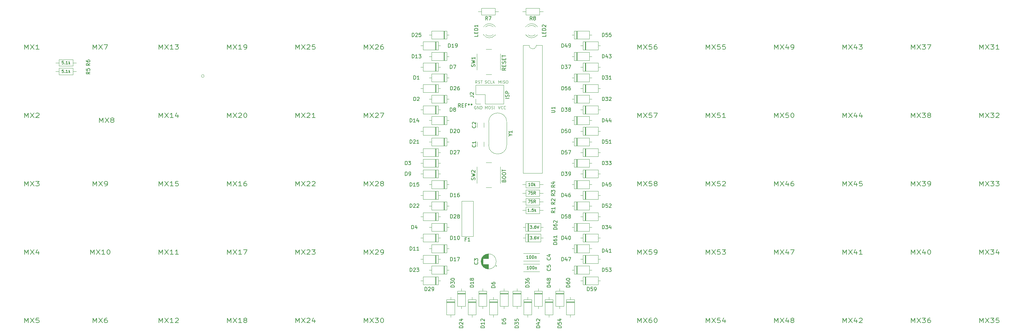
<source format=gbr>
G04 #@! TF.GenerationSoftware,KiCad,Pcbnew,5.1.7*
G04 #@! TF.CreationDate,2021-12-02T00:24:53+07:00*
G04 #@! TF.ProjectId,lumberjack,6c756d62-6572-46a6-9163-6b2e6b696361,1.5*
G04 #@! TF.SameCoordinates,Original*
G04 #@! TF.FileFunction,Legend,Top*
G04 #@! TF.FilePolarity,Positive*
%FSLAX46Y46*%
G04 Gerber Fmt 4.6, Leading zero omitted, Abs format (unit mm)*
G04 Created by KiCad (PCBNEW 5.1.7) date 2021-12-02 00:24:53*
%MOMM*%
%LPD*%
G01*
G04 APERTURE LIST*
%ADD10C,0.100000*%
%ADD11C,0.150000*%
%ADD12C,0.120000*%
%ADD13C,0.203200*%
%ADD14C,2.286000*%
%ADD15C,3.987800*%
%ADD16C,1.701800*%
%ADD17C,1.100000*%
%ADD18O,1.100000X1.100000*%
%ADD19R,1.100000X1.100000*%
%ADD20O,0.850000X2.000000*%
%ADD21O,0.900000X1.700000*%
%ADD22O,0.900000X2.400000*%
%ADD23O,0.700000X1.000000*%
%ADD24O,0.700000X0.900000*%
%ADD25O,1.400000X1.400000*%
%ADD26C,1.400000*%
%ADD27C,1.710000*%
%ADD28R,1.600000X1.600000*%
%ADD29O,1.600000X1.600000*%
%ADD30C,5.000000*%
%ADD31O,11.600000X5.000000*%
%ADD32R,1.200000X1.200000*%
%ADD33C,1.200000*%
%ADD34C,1.600000*%
%ADD35R,1.700000X1.700000*%
%ADD36O,1.700000X1.700000*%
%ADD37R,1.800000X1.800000*%
%ADD38C,1.800000*%
%ADD39C,2.000000*%
%ADD40C,1.500000*%
%ADD41C,3.048000*%
%ADD42C,1.244600*%
G04 APERTURE END LIST*
D10*
X149083726Y-78347907D02*
X149083726Y-77547907D01*
X149350392Y-78119336D01*
X149617059Y-77547907D01*
X149617059Y-78347907D01*
X149998011Y-78347907D02*
X149998011Y-77547907D01*
X150340869Y-78309812D02*
X150455154Y-78347907D01*
X150645630Y-78347907D01*
X150721821Y-78309812D01*
X150759916Y-78271717D01*
X150798011Y-78195526D01*
X150798011Y-78119336D01*
X150759916Y-78043145D01*
X150721821Y-78005050D01*
X150645630Y-77966955D01*
X150493250Y-77928860D01*
X150417059Y-77890764D01*
X150378964Y-77852669D01*
X150340869Y-77776479D01*
X150340869Y-77700288D01*
X150378964Y-77624098D01*
X150417059Y-77586003D01*
X150493250Y-77547907D01*
X150683726Y-77547907D01*
X150798011Y-77586003D01*
X151293250Y-77547907D02*
X151445630Y-77547907D01*
X151521821Y-77586003D01*
X151598011Y-77662193D01*
X151636107Y-77814574D01*
X151636107Y-78081241D01*
X151598011Y-78233622D01*
X151521821Y-78309812D01*
X151445630Y-78347907D01*
X151293250Y-78347907D01*
X151217059Y-78309812D01*
X151140869Y-78233622D01*
X151102773Y-78081241D01*
X151102773Y-77814574D01*
X151140869Y-77662193D01*
X151217059Y-77586003D01*
X151293250Y-77547907D01*
X145253365Y-78309812D02*
X145367650Y-78347907D01*
X145558126Y-78347907D01*
X145634317Y-78309812D01*
X145672412Y-78271717D01*
X145710507Y-78195526D01*
X145710507Y-78119336D01*
X145672412Y-78043145D01*
X145634317Y-78005050D01*
X145558126Y-77966955D01*
X145405746Y-77928860D01*
X145329555Y-77890764D01*
X145291460Y-77852669D01*
X145253365Y-77776479D01*
X145253365Y-77700288D01*
X145291460Y-77624098D01*
X145329555Y-77586003D01*
X145405746Y-77547907D01*
X145596222Y-77547907D01*
X145710507Y-77586003D01*
X146510507Y-78271717D02*
X146472412Y-78309812D01*
X146358126Y-78347907D01*
X146281936Y-78347907D01*
X146167650Y-78309812D01*
X146091460Y-78233622D01*
X146053365Y-78157431D01*
X146015269Y-78005050D01*
X146015269Y-77890764D01*
X146053365Y-77738383D01*
X146091460Y-77662193D01*
X146167650Y-77586003D01*
X146281936Y-77547907D01*
X146358126Y-77547907D01*
X146472412Y-77586003D01*
X146510507Y-77624098D01*
X147234317Y-78347907D02*
X146853365Y-78347907D01*
X146853365Y-77547907D01*
X147500984Y-78347907D02*
X147500984Y-77547907D01*
X147958126Y-78347907D02*
X147615269Y-77890764D01*
X147958126Y-77547907D02*
X147500984Y-78005050D01*
X145348603Y-85491663D02*
X145348603Y-84691663D01*
X145615269Y-85263092D01*
X145881936Y-84691663D01*
X145881936Y-85491663D01*
X146415269Y-84691663D02*
X146567650Y-84691663D01*
X146643841Y-84729759D01*
X146720031Y-84805949D01*
X146758126Y-84958330D01*
X146758126Y-85224997D01*
X146720031Y-85377378D01*
X146643841Y-85453568D01*
X146567650Y-85491663D01*
X146415269Y-85491663D01*
X146339079Y-85453568D01*
X146262888Y-85377378D01*
X146224793Y-85224997D01*
X146224793Y-84958330D01*
X146262888Y-84805949D01*
X146339079Y-84729759D01*
X146415269Y-84691663D01*
X147062888Y-85453568D02*
X147177174Y-85491663D01*
X147367650Y-85491663D01*
X147443841Y-85453568D01*
X147481936Y-85415473D01*
X147520031Y-85339282D01*
X147520031Y-85263092D01*
X147481936Y-85186901D01*
X147443841Y-85148806D01*
X147367650Y-85110711D01*
X147215269Y-85072616D01*
X147139079Y-85034520D01*
X147100984Y-84996425D01*
X147062888Y-84920235D01*
X147062888Y-84844044D01*
X147100984Y-84767854D01*
X147139079Y-84729759D01*
X147215269Y-84691663D01*
X147405746Y-84691663D01*
X147520031Y-84729759D01*
X147862888Y-85491663D02*
X147862888Y-84691663D01*
X148969440Y-84691663D02*
X149236107Y-85491663D01*
X149502773Y-84691663D01*
X150226583Y-85415473D02*
X150188488Y-85453568D01*
X150074202Y-85491663D01*
X149998011Y-85491663D01*
X149883726Y-85453568D01*
X149807535Y-85377378D01*
X149769440Y-85301187D01*
X149731345Y-85148806D01*
X149731345Y-85034520D01*
X149769440Y-84882139D01*
X149807535Y-84805949D01*
X149883726Y-84729759D01*
X149998011Y-84691663D01*
X150074202Y-84691663D01*
X150188488Y-84729759D01*
X150226583Y-84767854D01*
X151026583Y-85415473D02*
X150988488Y-85453568D01*
X150874202Y-85491663D01*
X150798011Y-85491663D01*
X150683726Y-85453568D01*
X150607535Y-85377378D01*
X150569440Y-85301187D01*
X150531345Y-85148806D01*
X150531345Y-85034520D01*
X150569440Y-84882139D01*
X150607535Y-84805949D01*
X150683726Y-84729759D01*
X150798011Y-84691663D01*
X150874202Y-84691663D01*
X150988488Y-84729759D01*
X151026583Y-84767854D01*
X142767487Y-84729759D02*
X142691297Y-84691663D01*
X142577011Y-84691663D01*
X142462725Y-84729759D01*
X142386535Y-84805949D01*
X142348439Y-84882139D01*
X142310344Y-85034520D01*
X142310344Y-85148806D01*
X142348439Y-85301187D01*
X142386535Y-85377378D01*
X142462725Y-85453568D01*
X142577011Y-85491663D01*
X142653201Y-85491663D01*
X142767487Y-85453568D01*
X142805582Y-85415473D01*
X142805582Y-85148806D01*
X142653201Y-85148806D01*
X143148439Y-85491663D02*
X143148439Y-84691663D01*
X143605582Y-85491663D01*
X143605582Y-84691663D01*
X143986535Y-85491663D02*
X143986535Y-84691663D01*
X144177011Y-84691663D01*
X144291297Y-84729759D01*
X144367487Y-84805949D01*
X144405582Y-84882139D01*
X144443678Y-85034520D01*
X144443678Y-85148806D01*
X144405582Y-85301187D01*
X144367487Y-85377378D01*
X144291297Y-85453568D01*
X144177011Y-85491663D01*
X143986535Y-85491663D01*
X143072249Y-78347907D02*
X142805582Y-77966955D01*
X142615106Y-78347907D02*
X142615106Y-77547907D01*
X142919868Y-77547907D01*
X142996059Y-77586003D01*
X143034154Y-77624098D01*
X143072249Y-77700288D01*
X143072249Y-77814574D01*
X143034154Y-77890764D01*
X142996059Y-77928860D01*
X142919868Y-77966955D01*
X142615106Y-77966955D01*
X143377011Y-78309812D02*
X143491297Y-78347907D01*
X143681773Y-78347907D01*
X143757963Y-78309812D01*
X143796059Y-78271717D01*
X143834154Y-78195526D01*
X143834154Y-78119336D01*
X143796059Y-78043145D01*
X143757963Y-78005050D01*
X143681773Y-77966955D01*
X143529392Y-77928860D01*
X143453201Y-77890764D01*
X143415106Y-77852669D01*
X143377011Y-77776479D01*
X143377011Y-77700288D01*
X143415106Y-77624098D01*
X143453201Y-77586003D01*
X143529392Y-77547907D01*
X143719868Y-77547907D01*
X143834154Y-77586003D01*
X144062725Y-77547907D02*
X144519868Y-77547907D01*
X144291297Y-78347907D02*
X144291297Y-77547907D01*
D11*
X151989467Y-82546523D02*
X150989467Y-82546523D01*
X151941848Y-82117952D02*
X151989467Y-81975094D01*
X151989467Y-81736999D01*
X151941848Y-81641761D01*
X151894229Y-81594142D01*
X151798991Y-81546523D01*
X151703753Y-81546523D01*
X151608515Y-81594142D01*
X151560896Y-81641761D01*
X151513277Y-81736999D01*
X151465658Y-81927475D01*
X151418039Y-82022713D01*
X151370420Y-82070333D01*
X151275182Y-82117952D01*
X151179944Y-82117952D01*
X151084706Y-82070333D01*
X151037087Y-82022713D01*
X150989467Y-81927475D01*
X150989467Y-81689380D01*
X151037087Y-81546523D01*
X151989467Y-81117952D02*
X150989467Y-81117952D01*
X150989467Y-80736999D01*
X151037087Y-80641761D01*
X151084706Y-80594142D01*
X151179944Y-80546523D01*
X151322801Y-80546523D01*
X151418039Y-80594142D01*
X151465658Y-80641761D01*
X151513277Y-80736999D01*
X151513277Y-81117952D01*
D12*
X155721380Y-106561027D02*
X156671380Y-106561027D01*
X161461380Y-106561027D02*
X160511380Y-106561027D01*
X156671380Y-107481027D02*
X160511380Y-107481027D01*
X156671380Y-105641027D02*
X156671380Y-107481027D01*
X160511380Y-105641027D02*
X156671380Y-105641027D01*
X160511380Y-107481027D02*
X160511380Y-105641027D01*
X161461380Y-108942279D02*
X160511380Y-108942279D01*
X155721380Y-108942279D02*
X156671380Y-108942279D01*
X160511380Y-108022279D02*
X156671380Y-108022279D01*
X160511380Y-109862279D02*
X160511380Y-108022279D01*
X156671380Y-109862279D02*
X160511380Y-109862279D01*
X156671380Y-108022279D02*
X156671380Y-109862279D01*
X142001868Y-111146035D02*
X142001868Y-121046035D01*
X138801868Y-111146035D02*
X138801868Y-121026035D01*
X142001868Y-111146035D02*
X138801868Y-111146035D01*
X142001868Y-121046035D02*
X138801868Y-121046035D01*
X145781059Y-136230738D02*
X143541059Y-136230738D01*
X143541059Y-136230738D02*
X143541059Y-140470738D01*
X143541059Y-140470738D02*
X145781059Y-140470738D01*
X145781059Y-140470738D02*
X145781059Y-136230738D01*
X144661059Y-135580738D02*
X144661059Y-136230738D01*
X144661059Y-141120738D02*
X144661059Y-140470738D01*
X145781059Y-136950738D02*
X143541059Y-136950738D01*
X145781059Y-137070738D02*
X143541059Y-137070738D01*
X145781059Y-136830738D02*
X143541059Y-136830738D01*
X134636677Y-119587287D02*
X134636677Y-117347287D01*
X134636677Y-117347287D02*
X130396677Y-117347287D01*
X130396677Y-117347287D02*
X130396677Y-119587287D01*
X130396677Y-119587287D02*
X134636677Y-119587287D01*
X135286677Y-118467287D02*
X134636677Y-118467287D01*
X129746677Y-118467287D02*
X130396677Y-118467287D01*
X133916677Y-119587287D02*
X133916677Y-117347287D01*
X133796677Y-119587287D02*
X133796677Y-117347287D01*
X134036677Y-119587287D02*
X134036677Y-117347287D01*
X170163579Y-117347287D02*
X170163579Y-119587287D01*
X170163579Y-119587287D02*
X174403579Y-119587287D01*
X174403579Y-119587287D02*
X174403579Y-117347287D01*
X174403579Y-117347287D02*
X170163579Y-117347287D01*
X169513579Y-118467287D02*
X170163579Y-118467287D01*
X175053579Y-118467287D02*
X174403579Y-118467287D01*
X170883579Y-117347287D02*
X170883579Y-119587287D01*
X171003579Y-117347287D02*
X171003579Y-119587287D01*
X170763579Y-117347287D02*
X170763579Y-119587287D01*
X172544831Y-72698812D02*
X172544831Y-74938812D01*
X172544831Y-74938812D02*
X176784831Y-74938812D01*
X176784831Y-74938812D02*
X176784831Y-72698812D01*
X176784831Y-72698812D02*
X172544831Y-72698812D01*
X171894831Y-73818812D02*
X172544831Y-73818812D01*
X177434831Y-73818812D02*
X176784831Y-73818812D01*
X173264831Y-72698812D02*
X173264831Y-74938812D01*
X173384831Y-72698812D02*
X173384831Y-74938812D01*
X173144831Y-72698812D02*
X173144831Y-74938812D01*
X131655425Y-68985682D02*
X131655425Y-66745682D01*
X131415425Y-68985682D02*
X131415425Y-66745682D01*
X131535425Y-68985682D02*
X131535425Y-66745682D01*
X127365425Y-67865682D02*
X128015425Y-67865682D01*
X132905425Y-67865682D02*
X132255425Y-67865682D01*
X128015425Y-68985682D02*
X132255425Y-68985682D01*
X128015425Y-66745682D02*
X128015425Y-68985682D01*
X132255425Y-66745682D02*
X128015425Y-66745682D01*
X132255425Y-68985682D02*
X132255425Y-66745682D01*
X148412311Y-127992295D02*
G75*
G03*
X148412311Y-127992295I-2120000J0D01*
G01*
X146292311Y-127152295D02*
X146292311Y-125912295D01*
X146292311Y-130072295D02*
X146292311Y-128832295D01*
X146252311Y-127152295D02*
X146252311Y-125912295D01*
X146252311Y-130072295D02*
X146252311Y-128832295D01*
X146212311Y-127152295D02*
X146212311Y-125913295D01*
X146212311Y-130071295D02*
X146212311Y-128832295D01*
X146172311Y-130069295D02*
X146172311Y-128832295D01*
X146172311Y-127152295D02*
X146172311Y-125915295D01*
X146132311Y-130066295D02*
X146132311Y-128832295D01*
X146132311Y-127152295D02*
X146132311Y-125918295D01*
X146092311Y-130063295D02*
X146092311Y-128832295D01*
X146092311Y-127152295D02*
X146092311Y-125921295D01*
X146052311Y-130059295D02*
X146052311Y-128832295D01*
X146052311Y-127152295D02*
X146052311Y-125925295D01*
X146012311Y-130054295D02*
X146012311Y-128832295D01*
X146012311Y-127152295D02*
X146012311Y-125930295D01*
X145972311Y-130048295D02*
X145972311Y-128832295D01*
X145972311Y-127152295D02*
X145972311Y-125936295D01*
X145932311Y-130042295D02*
X145932311Y-128832295D01*
X145932311Y-127152295D02*
X145932311Y-125942295D01*
X145892311Y-130034295D02*
X145892311Y-128832295D01*
X145892311Y-127152295D02*
X145892311Y-125950295D01*
X145852311Y-130026295D02*
X145852311Y-128832295D01*
X145852311Y-127152295D02*
X145852311Y-125958295D01*
X145812311Y-130017295D02*
X145812311Y-128832295D01*
X145812311Y-127152295D02*
X145812311Y-125967295D01*
X145772311Y-130008295D02*
X145772311Y-128832295D01*
X145772311Y-127152295D02*
X145772311Y-125976295D01*
X145732311Y-129997295D02*
X145732311Y-128832295D01*
X145732311Y-127152295D02*
X145732311Y-125987295D01*
X145692311Y-129986295D02*
X145692311Y-128832295D01*
X145692311Y-127152295D02*
X145692311Y-125998295D01*
X145652311Y-129974295D02*
X145652311Y-128832295D01*
X145652311Y-127152295D02*
X145652311Y-126010295D01*
X145612311Y-129960295D02*
X145612311Y-128832295D01*
X145612311Y-127152295D02*
X145612311Y-126024295D01*
X145571311Y-129946295D02*
X145571311Y-128832295D01*
X145571311Y-127152295D02*
X145571311Y-126038295D01*
X145531311Y-129932295D02*
X145531311Y-128832295D01*
X145531311Y-127152295D02*
X145531311Y-126052295D01*
X145491311Y-129916295D02*
X145491311Y-128832295D01*
X145491311Y-127152295D02*
X145491311Y-126068295D01*
X145451311Y-129899295D02*
X145451311Y-128832295D01*
X145451311Y-127152295D02*
X145451311Y-126085295D01*
X145411311Y-129881295D02*
X145411311Y-128832295D01*
X145411311Y-127152295D02*
X145411311Y-126103295D01*
X145371311Y-129862295D02*
X145371311Y-128832295D01*
X145371311Y-127152295D02*
X145371311Y-126122295D01*
X145331311Y-129843295D02*
X145331311Y-128832295D01*
X145331311Y-127152295D02*
X145331311Y-126141295D01*
X145291311Y-129822295D02*
X145291311Y-128832295D01*
X145291311Y-127152295D02*
X145291311Y-126162295D01*
X145251311Y-129800295D02*
X145251311Y-128832295D01*
X145251311Y-127152295D02*
X145251311Y-126184295D01*
X145211311Y-129777295D02*
X145211311Y-128832295D01*
X145211311Y-127152295D02*
X145211311Y-126207295D01*
X145171311Y-129752295D02*
X145171311Y-128832295D01*
X145171311Y-127152295D02*
X145171311Y-126232295D01*
X145131311Y-129727295D02*
X145131311Y-128832295D01*
X145131311Y-127152295D02*
X145131311Y-126257295D01*
X145091311Y-129700295D02*
X145091311Y-128832295D01*
X145091311Y-127152295D02*
X145091311Y-126284295D01*
X145051311Y-129672295D02*
X145051311Y-128832295D01*
X145051311Y-127152295D02*
X145051311Y-126312295D01*
X145011311Y-129642295D02*
X145011311Y-128832295D01*
X145011311Y-127152295D02*
X145011311Y-126342295D01*
X144971311Y-129611295D02*
X144971311Y-128832295D01*
X144971311Y-127152295D02*
X144971311Y-126373295D01*
X144931311Y-129579295D02*
X144931311Y-128832295D01*
X144931311Y-127152295D02*
X144931311Y-126405295D01*
X144891311Y-129544295D02*
X144891311Y-128832295D01*
X144891311Y-127152295D02*
X144891311Y-126440295D01*
X144851311Y-129508295D02*
X144851311Y-128832295D01*
X144851311Y-127152295D02*
X144851311Y-126476295D01*
X144811311Y-129470295D02*
X144811311Y-128832295D01*
X144811311Y-127152295D02*
X144811311Y-126514295D01*
X144771311Y-129430295D02*
X144771311Y-128832295D01*
X144771311Y-127152295D02*
X144771311Y-126554295D01*
X144731311Y-129388295D02*
X144731311Y-128832295D01*
X144731311Y-127152295D02*
X144731311Y-126596295D01*
X144691311Y-129343295D02*
X144691311Y-126641295D01*
X144651311Y-129296295D02*
X144651311Y-126688295D01*
X144611311Y-129246295D02*
X144611311Y-126738295D01*
X144571311Y-129192295D02*
X144571311Y-126792295D01*
X144531311Y-129134295D02*
X144531311Y-126850295D01*
X144491311Y-129072295D02*
X144491311Y-126912295D01*
X144451311Y-129005295D02*
X144451311Y-126979295D01*
X144411311Y-128932295D02*
X144411311Y-127052295D01*
X144371311Y-128851295D02*
X144371311Y-127133295D01*
X144331311Y-128760295D02*
X144331311Y-127224295D01*
X144291311Y-128656295D02*
X144291311Y-127328295D01*
X144251311Y-128529295D02*
X144251311Y-127455295D01*
X144211311Y-128362295D02*
X144211311Y-127622295D01*
X148562112Y-129187295D02*
X148162112Y-129187295D01*
X148362112Y-129387295D02*
X148362112Y-128987295D01*
X155964510Y-125731669D02*
X160504510Y-125731669D01*
X155964510Y-127871669D02*
X160504510Y-127871669D01*
X155964510Y-125731669D02*
X155964510Y-125746669D01*
X155964510Y-127856669D02*
X155964510Y-127871669D01*
X160504510Y-125731669D02*
X160504510Y-125746669D01*
X160504510Y-127856669D02*
X160504510Y-127871669D01*
X160504510Y-130833234D02*
X160504510Y-130848234D01*
X160504510Y-128708234D02*
X160504510Y-128723234D01*
X155964510Y-130833234D02*
X155964510Y-130848234D01*
X155964510Y-128708234D02*
X155964510Y-128723234D01*
X155964510Y-130848234D02*
X160504510Y-130848234D01*
X155964510Y-128708234D02*
X160504510Y-128708234D01*
X143145746Y-94680454D02*
X143145746Y-95938454D01*
X144985746Y-94680454D02*
X144985746Y-95938454D01*
X144985746Y-89322637D02*
X144985746Y-90580637D01*
X143145746Y-89322637D02*
X143145746Y-90580637D01*
X150475746Y-84078507D02*
X150475746Y-78878507D01*
X145335746Y-84078507D02*
X150475746Y-84078507D01*
X142735746Y-78878507D02*
X150475746Y-78878507D01*
X145335746Y-84078507D02*
X145335746Y-81478507D01*
X145335746Y-81478507D02*
X142735746Y-81478507D01*
X142735746Y-81478507D02*
X142735746Y-78878507D01*
X144065746Y-84078507D02*
X142735746Y-84078507D01*
X142735746Y-84078507D02*
X142735746Y-82748507D01*
X159833884Y-64934491D02*
X159833884Y-64778491D01*
X159833884Y-62618491D02*
X159833884Y-62462491D01*
X156601549Y-64777099D02*
G75*
G03*
X159833884Y-64934007I1672335J1078608D01*
G01*
X156601549Y-62619883D02*
G75*
G02*
X159833884Y-62462975I1672335J-1078608D01*
G01*
X157232754Y-64778328D02*
G75*
G03*
X159314845Y-64778491I1041130J1079837D01*
G01*
X157232754Y-62618654D02*
G75*
G02*
X159314845Y-62618491I1041130J-1079837D01*
G01*
X149565746Y-74604751D02*
X149565746Y-70104751D01*
X145565746Y-75854751D02*
X147065746Y-75854751D01*
X143065746Y-70104751D02*
X143065746Y-74604751D01*
X147065746Y-68854751D02*
X145565746Y-68854751D01*
X147065746Y-100406340D02*
X145565746Y-100406340D01*
X143065746Y-101656340D02*
X143065746Y-106156340D01*
X145565746Y-107406340D02*
X147065746Y-107406340D01*
X149565746Y-106156340D02*
X149565746Y-101656340D01*
X151353250Y-89132263D02*
X151353250Y-95532263D01*
X146303250Y-89132263D02*
X146303250Y-95532263D01*
X146303250Y-89132263D02*
G75*
G02*
X151353250Y-89132263I2525000J0D01*
G01*
X146303250Y-95532263D02*
G75*
G03*
X151353250Y-95532263I2525000J0D01*
G01*
X157591380Y-67726308D02*
X155941380Y-67726308D01*
X155941380Y-67726308D02*
X155941380Y-103406308D01*
X155941380Y-103406308D02*
X161241380Y-103406308D01*
X161241380Y-103406308D02*
X161241380Y-67726308D01*
X161241380Y-67726308D02*
X159591380Y-67726308D01*
X159591380Y-67726308D02*
G75*
G02*
X157591380Y-67726308I-1000000J0D01*
G01*
X156590449Y-120323852D02*
X156590449Y-122563852D01*
X156590449Y-122563852D02*
X160830449Y-122563852D01*
X160830449Y-122563852D02*
X160830449Y-120323852D01*
X160830449Y-120323852D02*
X156590449Y-120323852D01*
X155940449Y-121443852D02*
X156590449Y-121443852D01*
X161480449Y-121443852D02*
X160830449Y-121443852D01*
X157310449Y-120323852D02*
X157310449Y-122563852D01*
X157430449Y-120323852D02*
X157430449Y-122563852D01*
X157190449Y-120323852D02*
X157190449Y-122563852D01*
X157190449Y-117347287D02*
X157190449Y-119587287D01*
X157430449Y-117347287D02*
X157430449Y-119587287D01*
X157310449Y-117347287D02*
X157310449Y-119587287D01*
X161480449Y-118467287D02*
X160830449Y-118467287D01*
X155940449Y-118467287D02*
X156590449Y-118467287D01*
X160830449Y-117347287D02*
X156590449Y-117347287D01*
X160830449Y-119587287D02*
X160830449Y-117347287D01*
X156590449Y-119587287D02*
X160830449Y-119587287D01*
X156590449Y-117347287D02*
X156590449Y-119587287D01*
X134636677Y-77915377D02*
X134636677Y-75675377D01*
X134636677Y-75675377D02*
X130396677Y-75675377D01*
X130396677Y-75675377D02*
X130396677Y-77915377D01*
X130396677Y-77915377D02*
X134636677Y-77915377D01*
X135286677Y-76795377D02*
X134636677Y-76795377D01*
X129746677Y-76795377D02*
X130396677Y-76795377D01*
X133916677Y-77915377D02*
X133916677Y-75675377D01*
X133796677Y-77915377D02*
X133796677Y-75675377D01*
X134036677Y-77915377D02*
X134036677Y-75675377D01*
X132255425Y-74938812D02*
X132255425Y-72698812D01*
X132255425Y-72698812D02*
X128015425Y-72698812D01*
X128015425Y-72698812D02*
X128015425Y-74938812D01*
X128015425Y-74938812D02*
X132255425Y-74938812D01*
X132905425Y-73818812D02*
X132255425Y-73818812D01*
X127365425Y-73818812D02*
X128015425Y-73818812D01*
X131535425Y-74938812D02*
X131535425Y-72698812D01*
X131415425Y-74938812D02*
X131415425Y-72698812D01*
X131655425Y-74938812D02*
X131655425Y-72698812D01*
X134036677Y-71962247D02*
X134036677Y-69722247D01*
X133796677Y-71962247D02*
X133796677Y-69722247D01*
X133916677Y-71962247D02*
X133916677Y-69722247D01*
X129746677Y-70842247D02*
X130396677Y-70842247D01*
X135286677Y-70842247D02*
X134636677Y-70842247D01*
X130396677Y-71962247D02*
X134636677Y-71962247D01*
X130396677Y-69722247D02*
X130396677Y-71962247D01*
X134636677Y-69722247D02*
X130396677Y-69722247D01*
X134636677Y-71962247D02*
X134636677Y-69722247D01*
X134636677Y-66009117D02*
X134636677Y-63769117D01*
X134636677Y-63769117D02*
X130396677Y-63769117D01*
X130396677Y-63769117D02*
X130396677Y-66009117D01*
X130396677Y-66009117D02*
X134636677Y-66009117D01*
X135286677Y-64889117D02*
X134636677Y-64889117D01*
X129746677Y-64889117D02*
X130396677Y-64889117D01*
X133916677Y-66009117D02*
X133916677Y-63769117D01*
X133796677Y-66009117D02*
X133796677Y-63769117D01*
X134036677Y-66009117D02*
X134036677Y-63769117D01*
X170163579Y-75675377D02*
X170163579Y-77915377D01*
X170163579Y-77915377D02*
X174403579Y-77915377D01*
X174403579Y-77915377D02*
X174403579Y-75675377D01*
X174403579Y-75675377D02*
X170163579Y-75675377D01*
X169513579Y-76795377D02*
X170163579Y-76795377D01*
X175053579Y-76795377D02*
X174403579Y-76795377D01*
X170883579Y-75675377D02*
X170883579Y-77915377D01*
X171003579Y-75675377D02*
X171003579Y-77915377D01*
X170763579Y-75675377D02*
X170763579Y-77915377D01*
X170763579Y-69722247D02*
X170763579Y-71962247D01*
X171003579Y-69722247D02*
X171003579Y-71962247D01*
X170883579Y-69722247D02*
X170883579Y-71962247D01*
X175053579Y-70842247D02*
X174403579Y-70842247D01*
X169513579Y-70842247D02*
X170163579Y-70842247D01*
X174403579Y-69722247D02*
X170163579Y-69722247D01*
X174403579Y-71962247D02*
X174403579Y-69722247D01*
X170163579Y-71962247D02*
X174403579Y-71962247D01*
X170163579Y-69722247D02*
X170163579Y-71962247D01*
X172544831Y-66745682D02*
X172544831Y-68985682D01*
X172544831Y-68985682D02*
X176784831Y-68985682D01*
X176784831Y-68985682D02*
X176784831Y-66745682D01*
X176784831Y-66745682D02*
X172544831Y-66745682D01*
X171894831Y-67865682D02*
X172544831Y-67865682D01*
X177434831Y-67865682D02*
X176784831Y-67865682D01*
X173264831Y-66745682D02*
X173264831Y-68985682D01*
X173384831Y-66745682D02*
X173384831Y-68985682D01*
X173144831Y-66745682D02*
X173144831Y-68985682D01*
X134636677Y-83868507D02*
X134636677Y-81628507D01*
X134636677Y-81628507D02*
X130396677Y-81628507D01*
X130396677Y-81628507D02*
X130396677Y-83868507D01*
X130396677Y-83868507D02*
X134636677Y-83868507D01*
X135286677Y-82748507D02*
X134636677Y-82748507D01*
X129746677Y-82748507D02*
X130396677Y-82748507D01*
X133916677Y-83868507D02*
X133916677Y-81628507D01*
X133796677Y-83868507D02*
X133796677Y-81628507D01*
X134036677Y-83868507D02*
X134036677Y-81628507D01*
X132255425Y-86845072D02*
X132255425Y-84605072D01*
X132255425Y-84605072D02*
X128015425Y-84605072D01*
X128015425Y-84605072D02*
X128015425Y-86845072D01*
X128015425Y-86845072D02*
X132255425Y-86845072D01*
X132905425Y-85725072D02*
X132255425Y-85725072D01*
X127365425Y-85725072D02*
X128015425Y-85725072D01*
X131535425Y-86845072D02*
X131535425Y-84605072D01*
X131415425Y-86845072D02*
X131415425Y-84605072D01*
X131655425Y-86845072D02*
X131655425Y-84605072D01*
X134036677Y-89821637D02*
X134036677Y-87581637D01*
X133796677Y-89821637D02*
X133796677Y-87581637D01*
X133916677Y-89821637D02*
X133916677Y-87581637D01*
X129746677Y-88701637D02*
X130396677Y-88701637D01*
X135286677Y-88701637D02*
X134636677Y-88701637D01*
X130396677Y-89821637D02*
X134636677Y-89821637D01*
X130396677Y-87581637D02*
X130396677Y-89821637D01*
X134636677Y-87581637D02*
X130396677Y-87581637D01*
X134636677Y-89821637D02*
X134636677Y-87581637D01*
X131655425Y-92798202D02*
X131655425Y-90558202D01*
X131415425Y-92798202D02*
X131415425Y-90558202D01*
X131535425Y-92798202D02*
X131535425Y-90558202D01*
X127365425Y-91678202D02*
X128015425Y-91678202D01*
X132905425Y-91678202D02*
X132255425Y-91678202D01*
X128015425Y-92798202D02*
X132255425Y-92798202D01*
X128015425Y-90558202D02*
X128015425Y-92798202D01*
X132255425Y-90558202D02*
X128015425Y-90558202D01*
X132255425Y-92798202D02*
X132255425Y-90558202D01*
X132255425Y-80891942D02*
X132255425Y-78651942D01*
X132255425Y-78651942D02*
X128015425Y-78651942D01*
X128015425Y-78651942D02*
X128015425Y-80891942D01*
X128015425Y-80891942D02*
X132255425Y-80891942D01*
X132905425Y-79771942D02*
X132255425Y-79771942D01*
X127365425Y-79771942D02*
X128015425Y-79771942D01*
X131535425Y-80891942D02*
X131535425Y-78651942D01*
X131415425Y-80891942D02*
X131415425Y-78651942D01*
X131655425Y-80891942D02*
X131655425Y-78651942D01*
X170763579Y-81628507D02*
X170763579Y-83868507D01*
X171003579Y-81628507D02*
X171003579Y-83868507D01*
X170883579Y-81628507D02*
X170883579Y-83868507D01*
X175053579Y-82748507D02*
X174403579Y-82748507D01*
X169513579Y-82748507D02*
X170163579Y-82748507D01*
X174403579Y-81628507D02*
X170163579Y-81628507D01*
X174403579Y-83868507D02*
X174403579Y-81628507D01*
X170163579Y-83868507D02*
X174403579Y-83868507D01*
X170163579Y-81628507D02*
X170163579Y-83868507D01*
X172544831Y-84605072D02*
X172544831Y-86845072D01*
X172544831Y-86845072D02*
X176784831Y-86845072D01*
X176784831Y-86845072D02*
X176784831Y-84605072D01*
X176784831Y-84605072D02*
X172544831Y-84605072D01*
X171894831Y-85725072D02*
X172544831Y-85725072D01*
X177434831Y-85725072D02*
X176784831Y-85725072D01*
X173264831Y-84605072D02*
X173264831Y-86845072D01*
X173384831Y-84605072D02*
X173384831Y-86845072D01*
X173144831Y-84605072D02*
X173144831Y-86845072D01*
X170163579Y-87581637D02*
X170163579Y-89821637D01*
X170163579Y-89821637D02*
X174403579Y-89821637D01*
X174403579Y-89821637D02*
X174403579Y-87581637D01*
X174403579Y-87581637D02*
X170163579Y-87581637D01*
X169513579Y-88701637D02*
X170163579Y-88701637D01*
X175053579Y-88701637D02*
X174403579Y-88701637D01*
X170883579Y-87581637D02*
X170883579Y-89821637D01*
X171003579Y-87581637D02*
X171003579Y-89821637D01*
X170763579Y-87581637D02*
X170763579Y-89821637D01*
X172544831Y-90558202D02*
X172544831Y-92798202D01*
X172544831Y-92798202D02*
X176784831Y-92798202D01*
X176784831Y-92798202D02*
X176784831Y-90558202D01*
X176784831Y-90558202D02*
X172544831Y-90558202D01*
X171894831Y-91678202D02*
X172544831Y-91678202D01*
X177434831Y-91678202D02*
X176784831Y-91678202D01*
X173264831Y-90558202D02*
X173264831Y-92798202D01*
X173384831Y-90558202D02*
X173384831Y-92798202D01*
X173144831Y-90558202D02*
X173144831Y-92798202D01*
X131655425Y-101727897D02*
X131655425Y-99487897D01*
X131415425Y-101727897D02*
X131415425Y-99487897D01*
X131535425Y-101727897D02*
X131535425Y-99487897D01*
X127365425Y-100607897D02*
X128015425Y-100607897D01*
X132905425Y-100607897D02*
X132255425Y-100607897D01*
X128015425Y-101727897D02*
X132255425Y-101727897D01*
X128015425Y-99487897D02*
X128015425Y-101727897D01*
X132255425Y-99487897D02*
X128015425Y-99487897D01*
X132255425Y-101727897D02*
X132255425Y-99487897D01*
X131655425Y-104704462D02*
X131655425Y-102464462D01*
X131415425Y-104704462D02*
X131415425Y-102464462D01*
X131535425Y-104704462D02*
X131535425Y-102464462D01*
X127365425Y-103584462D02*
X128015425Y-103584462D01*
X132905425Y-103584462D02*
X132255425Y-103584462D01*
X128015425Y-104704462D02*
X132255425Y-104704462D01*
X128015425Y-102464462D02*
X128015425Y-104704462D01*
X132255425Y-102464462D02*
X128015425Y-102464462D01*
X132255425Y-104704462D02*
X132255425Y-102464462D01*
X134036677Y-107681027D02*
X134036677Y-105441027D01*
X133796677Y-107681027D02*
X133796677Y-105441027D01*
X133916677Y-107681027D02*
X133916677Y-105441027D01*
X129746677Y-106561027D02*
X130396677Y-106561027D01*
X135286677Y-106561027D02*
X134636677Y-106561027D01*
X130396677Y-107681027D02*
X134636677Y-107681027D01*
X130396677Y-105441027D02*
X130396677Y-107681027D01*
X134636677Y-105441027D02*
X130396677Y-105441027D01*
X134636677Y-107681027D02*
X134636677Y-105441027D01*
X134636677Y-95774767D02*
X134636677Y-93534767D01*
X134636677Y-93534767D02*
X130396677Y-93534767D01*
X130396677Y-93534767D02*
X130396677Y-95774767D01*
X130396677Y-95774767D02*
X134636677Y-95774767D01*
X135286677Y-94654767D02*
X134636677Y-94654767D01*
X129746677Y-94654767D02*
X130396677Y-94654767D01*
X133916677Y-95774767D02*
X133916677Y-93534767D01*
X133796677Y-95774767D02*
X133796677Y-93534767D01*
X134036677Y-95774767D02*
X134036677Y-93534767D01*
X132255425Y-98751332D02*
X132255425Y-96511332D01*
X132255425Y-96511332D02*
X128015425Y-96511332D01*
X128015425Y-96511332D02*
X128015425Y-98751332D01*
X128015425Y-98751332D02*
X132255425Y-98751332D01*
X132905425Y-97631332D02*
X132255425Y-97631332D01*
X127365425Y-97631332D02*
X128015425Y-97631332D01*
X131535425Y-98751332D02*
X131535425Y-96511332D01*
X131415425Y-98751332D02*
X131415425Y-96511332D01*
X131655425Y-98751332D02*
X131655425Y-96511332D01*
X170163579Y-99487897D02*
X170163579Y-101727897D01*
X170163579Y-101727897D02*
X174403579Y-101727897D01*
X174403579Y-101727897D02*
X174403579Y-99487897D01*
X174403579Y-99487897D02*
X170163579Y-99487897D01*
X169513579Y-100607897D02*
X170163579Y-100607897D01*
X175053579Y-100607897D02*
X174403579Y-100607897D01*
X170883579Y-99487897D02*
X170883579Y-101727897D01*
X171003579Y-99487897D02*
X171003579Y-101727897D01*
X170763579Y-99487897D02*
X170763579Y-101727897D01*
X172544831Y-102464462D02*
X172544831Y-104704462D01*
X172544831Y-104704462D02*
X176784831Y-104704462D01*
X176784831Y-104704462D02*
X176784831Y-102464462D01*
X176784831Y-102464462D02*
X172544831Y-102464462D01*
X171894831Y-103584462D02*
X172544831Y-103584462D01*
X177434831Y-103584462D02*
X176784831Y-103584462D01*
X173264831Y-102464462D02*
X173264831Y-104704462D01*
X173384831Y-102464462D02*
X173384831Y-104704462D01*
X173144831Y-102464462D02*
X173144831Y-104704462D01*
X170163579Y-105441027D02*
X170163579Y-107681027D01*
X170163579Y-107681027D02*
X174403579Y-107681027D01*
X174403579Y-107681027D02*
X174403579Y-105441027D01*
X174403579Y-105441027D02*
X170163579Y-105441027D01*
X169513579Y-106561027D02*
X170163579Y-106561027D01*
X175053579Y-106561027D02*
X174403579Y-106561027D01*
X170883579Y-105441027D02*
X170883579Y-107681027D01*
X171003579Y-105441027D02*
X171003579Y-107681027D01*
X170763579Y-105441027D02*
X170763579Y-107681027D01*
X170163579Y-93534767D02*
X170163579Y-95774767D01*
X170163579Y-95774767D02*
X174403579Y-95774767D01*
X174403579Y-95774767D02*
X174403579Y-93534767D01*
X174403579Y-93534767D02*
X170163579Y-93534767D01*
X169513579Y-94654767D02*
X170163579Y-94654767D01*
X175053579Y-94654767D02*
X174403579Y-94654767D01*
X170883579Y-93534767D02*
X170883579Y-95774767D01*
X171003579Y-93534767D02*
X171003579Y-95774767D01*
X170763579Y-93534767D02*
X170763579Y-95774767D01*
X131655425Y-122563852D02*
X131655425Y-120323852D01*
X131415425Y-122563852D02*
X131415425Y-120323852D01*
X131535425Y-122563852D02*
X131535425Y-120323852D01*
X127365425Y-121443852D02*
X128015425Y-121443852D01*
X132905425Y-121443852D02*
X132255425Y-121443852D01*
X128015425Y-122563852D02*
X132255425Y-122563852D01*
X128015425Y-120323852D02*
X128015425Y-122563852D01*
X132255425Y-120323852D02*
X128015425Y-120323852D01*
X132255425Y-122563852D02*
X132255425Y-120323852D01*
X131655425Y-110657592D02*
X131655425Y-108417592D01*
X131415425Y-110657592D02*
X131415425Y-108417592D01*
X131535425Y-110657592D02*
X131535425Y-108417592D01*
X127365425Y-109537592D02*
X128015425Y-109537592D01*
X132905425Y-109537592D02*
X132255425Y-109537592D01*
X128015425Y-110657592D02*
X132255425Y-110657592D01*
X128015425Y-108417592D02*
X128015425Y-110657592D01*
X132255425Y-108417592D02*
X128015425Y-108417592D01*
X132255425Y-110657592D02*
X132255425Y-108417592D01*
X134636677Y-113634157D02*
X134636677Y-111394157D01*
X134636677Y-111394157D02*
X130396677Y-111394157D01*
X130396677Y-111394157D02*
X130396677Y-113634157D01*
X130396677Y-113634157D02*
X134636677Y-113634157D01*
X135286677Y-112514157D02*
X134636677Y-112514157D01*
X129746677Y-112514157D02*
X130396677Y-112514157D01*
X133916677Y-113634157D02*
X133916677Y-111394157D01*
X133796677Y-113634157D02*
X133796677Y-111394157D01*
X134036677Y-113634157D02*
X134036677Y-111394157D01*
X132255425Y-116610722D02*
X132255425Y-114370722D01*
X132255425Y-114370722D02*
X128015425Y-114370722D01*
X128015425Y-114370722D02*
X128015425Y-116610722D01*
X128015425Y-116610722D02*
X132255425Y-116610722D01*
X132905425Y-115490722D02*
X132255425Y-115490722D01*
X127365425Y-115490722D02*
X128015425Y-115490722D01*
X131535425Y-116610722D02*
X131535425Y-114370722D01*
X131415425Y-116610722D02*
X131415425Y-114370722D01*
X131655425Y-116610722D02*
X131655425Y-114370722D01*
X172544831Y-120323852D02*
X172544831Y-122563852D01*
X172544831Y-122563852D02*
X176784831Y-122563852D01*
X176784831Y-122563852D02*
X176784831Y-120323852D01*
X176784831Y-120323852D02*
X172544831Y-120323852D01*
X171894831Y-121443852D02*
X172544831Y-121443852D01*
X177434831Y-121443852D02*
X176784831Y-121443852D01*
X173264831Y-120323852D02*
X173264831Y-122563852D01*
X173384831Y-120323852D02*
X173384831Y-122563852D01*
X173144831Y-120323852D02*
X173144831Y-122563852D01*
X172544831Y-108417592D02*
X172544831Y-110657592D01*
X172544831Y-110657592D02*
X176784831Y-110657592D01*
X176784831Y-110657592D02*
X176784831Y-108417592D01*
X176784831Y-108417592D02*
X172544831Y-108417592D01*
X171894831Y-109537592D02*
X172544831Y-109537592D01*
X177434831Y-109537592D02*
X176784831Y-109537592D01*
X173264831Y-108417592D02*
X173264831Y-110657592D01*
X173384831Y-108417592D02*
X173384831Y-110657592D01*
X173144831Y-108417592D02*
X173144831Y-110657592D01*
X170163579Y-111394157D02*
X170163579Y-113634157D01*
X170163579Y-113634157D02*
X174403579Y-113634157D01*
X174403579Y-113634157D02*
X174403579Y-111394157D01*
X174403579Y-111394157D02*
X170163579Y-111394157D01*
X169513579Y-112514157D02*
X170163579Y-112514157D01*
X175053579Y-112514157D02*
X174403579Y-112514157D01*
X170883579Y-111394157D02*
X170883579Y-113634157D01*
X171003579Y-111394157D02*
X171003579Y-113634157D01*
X170763579Y-111394157D02*
X170763579Y-113634157D01*
X151734189Y-136830738D02*
X149494189Y-136830738D01*
X151734189Y-137070738D02*
X149494189Y-137070738D01*
X151734189Y-136950738D02*
X149494189Y-136950738D01*
X150614189Y-141120738D02*
X150614189Y-140470738D01*
X150614189Y-135580738D02*
X150614189Y-136230738D01*
X151734189Y-140470738D02*
X151734189Y-136230738D01*
X149494189Y-140470738D02*
X151734189Y-140470738D01*
X149494189Y-136230738D02*
X149494189Y-140470738D01*
X151734189Y-136230738D02*
X149494189Y-136230738D01*
X134036677Y-125540417D02*
X134036677Y-123300417D01*
X133796677Y-125540417D02*
X133796677Y-123300417D01*
X133916677Y-125540417D02*
X133916677Y-123300417D01*
X129746677Y-124420417D02*
X130396677Y-124420417D01*
X135286677Y-124420417D02*
X134636677Y-124420417D01*
X130396677Y-125540417D02*
X134636677Y-125540417D01*
X130396677Y-123300417D02*
X130396677Y-125540417D01*
X134636677Y-123300417D02*
X130396677Y-123300417D01*
X134636677Y-125540417D02*
X134636677Y-123300417D01*
X131655425Y-128516982D02*
X131655425Y-126276982D01*
X131415425Y-128516982D02*
X131415425Y-126276982D01*
X131535425Y-128516982D02*
X131535425Y-126276982D01*
X127365425Y-127396982D02*
X128015425Y-127396982D01*
X132905425Y-127396982D02*
X132255425Y-127396982D01*
X128015425Y-128516982D02*
X132255425Y-128516982D01*
X128015425Y-126276982D02*
X128015425Y-128516982D01*
X132255425Y-126276982D02*
X128015425Y-126276982D01*
X132255425Y-128516982D02*
X132255425Y-126276982D01*
X134036677Y-131493547D02*
X134036677Y-129253547D01*
X133796677Y-131493547D02*
X133796677Y-129253547D01*
X133916677Y-131493547D02*
X133916677Y-129253547D01*
X129746677Y-130373547D02*
X130396677Y-130373547D01*
X135286677Y-130373547D02*
X134636677Y-130373547D01*
X130396677Y-131493547D02*
X134636677Y-131493547D01*
X130396677Y-129253547D02*
X130396677Y-131493547D01*
X134636677Y-129253547D02*
X130396677Y-129253547D01*
X134636677Y-131493547D02*
X134636677Y-129253547D01*
X155306067Y-136830738D02*
X153066067Y-136830738D01*
X155306067Y-137070738D02*
X153066067Y-137070738D01*
X155306067Y-136950738D02*
X153066067Y-136950738D01*
X154186067Y-141120738D02*
X154186067Y-140470738D01*
X154186067Y-135580738D02*
X154186067Y-136230738D01*
X155306067Y-140470738D02*
X155306067Y-136230738D01*
X153066067Y-140470738D02*
X155306067Y-140470738D01*
X153066067Y-136230738D02*
X153066067Y-140470738D01*
X155306067Y-136230738D02*
X153066067Y-136230738D01*
X170763579Y-123300417D02*
X170763579Y-125540417D01*
X171003579Y-123300417D02*
X171003579Y-125540417D01*
X170883579Y-123300417D02*
X170883579Y-125540417D01*
X175053579Y-124420417D02*
X174403579Y-124420417D01*
X169513579Y-124420417D02*
X170163579Y-124420417D01*
X174403579Y-123300417D02*
X170163579Y-123300417D01*
X174403579Y-125540417D02*
X174403579Y-123300417D01*
X170163579Y-125540417D02*
X174403579Y-125540417D01*
X170163579Y-123300417D02*
X170163579Y-125540417D01*
X173144831Y-126276982D02*
X173144831Y-128516982D01*
X173384831Y-126276982D02*
X173384831Y-128516982D01*
X173264831Y-126276982D02*
X173264831Y-128516982D01*
X177434831Y-127396982D02*
X176784831Y-127396982D01*
X171894831Y-127396982D02*
X172544831Y-127396982D01*
X176784831Y-126276982D02*
X172544831Y-126276982D01*
X176784831Y-128516982D02*
X176784831Y-126276982D01*
X172544831Y-128516982D02*
X176784831Y-128516982D01*
X172544831Y-126276982D02*
X172544831Y-128516982D01*
X170763579Y-129253547D02*
X170763579Y-131493547D01*
X171003579Y-129253547D02*
X171003579Y-131493547D01*
X170883579Y-129253547D02*
X170883579Y-131493547D01*
X175053579Y-130373547D02*
X174403579Y-130373547D01*
X169513579Y-130373547D02*
X170163579Y-130373547D01*
X174403579Y-129253547D02*
X170163579Y-129253547D01*
X174403579Y-131493547D02*
X174403579Y-129253547D01*
X170163579Y-131493547D02*
X174403579Y-131493547D01*
X170163579Y-129253547D02*
X170163579Y-131493547D01*
X148757624Y-138611990D02*
X146517624Y-138611990D01*
X146517624Y-138611990D02*
X146517624Y-142851990D01*
X146517624Y-142851990D02*
X148757624Y-142851990D01*
X148757624Y-142851990D02*
X148757624Y-138611990D01*
X147637624Y-137961990D02*
X147637624Y-138611990D01*
X147637624Y-143501990D02*
X147637624Y-142851990D01*
X148757624Y-139331990D02*
X146517624Y-139331990D01*
X148757624Y-139451990D02*
X146517624Y-139451990D01*
X148757624Y-139211990D02*
X146517624Y-139211990D01*
X142804494Y-138611990D02*
X140564494Y-138611990D01*
X140564494Y-138611990D02*
X140564494Y-142851990D01*
X140564494Y-142851990D02*
X142804494Y-142851990D01*
X142804494Y-142851990D02*
X142804494Y-138611990D01*
X141684494Y-137961990D02*
X141684494Y-138611990D01*
X141684494Y-143501990D02*
X141684494Y-142851990D01*
X142804494Y-139331990D02*
X140564494Y-139331990D01*
X142804494Y-139451990D02*
X140564494Y-139451990D01*
X142804494Y-139211990D02*
X140564494Y-139211990D01*
X139827929Y-136230738D02*
X137587929Y-136230738D01*
X137587929Y-136230738D02*
X137587929Y-140470738D01*
X137587929Y-140470738D02*
X139827929Y-140470738D01*
X139827929Y-140470738D02*
X139827929Y-136230738D01*
X138707929Y-135580738D02*
X138707929Y-136230738D01*
X138707929Y-141120738D02*
X138707929Y-140470738D01*
X139827929Y-136950738D02*
X137587929Y-136950738D01*
X139827929Y-137070738D02*
X137587929Y-137070738D01*
X139827929Y-136830738D02*
X137587929Y-136830738D01*
X158282632Y-138611990D02*
X156042632Y-138611990D01*
X156042632Y-138611990D02*
X156042632Y-142851990D01*
X156042632Y-142851990D02*
X158282632Y-142851990D01*
X158282632Y-142851990D02*
X158282632Y-138611990D01*
X157162632Y-137961990D02*
X157162632Y-138611990D01*
X157162632Y-143501990D02*
X157162632Y-142851990D01*
X158282632Y-139331990D02*
X156042632Y-139331990D01*
X158282632Y-139451990D02*
X156042632Y-139451990D01*
X158282632Y-139211990D02*
X156042632Y-139211990D01*
X161259197Y-136230738D02*
X159019197Y-136230738D01*
X159019197Y-136230738D02*
X159019197Y-140470738D01*
X159019197Y-140470738D02*
X161259197Y-140470738D01*
X161259197Y-140470738D02*
X161259197Y-136230738D01*
X160139197Y-135580738D02*
X160139197Y-136230738D01*
X160139197Y-141120738D02*
X160139197Y-140470738D01*
X161259197Y-136950738D02*
X159019197Y-136950738D01*
X161259197Y-137070738D02*
X159019197Y-137070738D01*
X161259197Y-136830738D02*
X159019197Y-136830738D01*
X164235762Y-138611990D02*
X161995762Y-138611990D01*
X161995762Y-138611990D02*
X161995762Y-142851990D01*
X161995762Y-142851990D02*
X164235762Y-142851990D01*
X164235762Y-142851990D02*
X164235762Y-138611990D01*
X163115762Y-137961990D02*
X163115762Y-138611990D01*
X163115762Y-143501990D02*
X163115762Y-142851990D01*
X164235762Y-139331990D02*
X161995762Y-139331990D01*
X164235762Y-139451990D02*
X161995762Y-139451990D01*
X164235762Y-139211990D02*
X161995762Y-139211990D01*
X167212327Y-136230738D02*
X164972327Y-136230738D01*
X164972327Y-136230738D02*
X164972327Y-140470738D01*
X164972327Y-140470738D02*
X167212327Y-140470738D01*
X167212327Y-140470738D02*
X167212327Y-136230738D01*
X166092327Y-135580738D02*
X166092327Y-136230738D01*
X166092327Y-141120738D02*
X166092327Y-140470738D01*
X167212327Y-136950738D02*
X164972327Y-136950738D01*
X167212327Y-137070738D02*
X164972327Y-137070738D01*
X167212327Y-136830738D02*
X164972327Y-136830738D01*
X148086372Y-64934491D02*
X148086372Y-64778491D01*
X148086372Y-62618491D02*
X148086372Y-62462491D01*
X144854037Y-64777099D02*
G75*
G03*
X148086372Y-64934007I1672335J1078608D01*
G01*
X144854037Y-62619883D02*
G75*
G02*
X148086372Y-62462975I1672335J-1078608D01*
G01*
X145485242Y-64778328D02*
G75*
G03*
X147567333Y-64778491I1041130J1079837D01*
G01*
X145485242Y-62618654D02*
G75*
G02*
X147567333Y-62618491I1041130J-1079837D01*
G01*
X131655425Y-134470112D02*
X131655425Y-132230112D01*
X131415425Y-134470112D02*
X131415425Y-132230112D01*
X131535425Y-134470112D02*
X131535425Y-132230112D01*
X127365425Y-133350112D02*
X128015425Y-133350112D01*
X132905425Y-133350112D02*
X132255425Y-133350112D01*
X128015425Y-134470112D02*
X132255425Y-134470112D01*
X128015425Y-132230112D02*
X128015425Y-134470112D01*
X132255425Y-132230112D02*
X128015425Y-132230112D01*
X132255425Y-134470112D02*
X132255425Y-132230112D01*
X136851364Y-138611990D02*
X134611364Y-138611990D01*
X134611364Y-138611990D02*
X134611364Y-142851990D01*
X134611364Y-142851990D02*
X136851364Y-142851990D01*
X136851364Y-142851990D02*
X136851364Y-138611990D01*
X135731364Y-137961990D02*
X135731364Y-138611990D01*
X135731364Y-143501990D02*
X135731364Y-142851990D01*
X136851364Y-139331990D02*
X134611364Y-139331990D01*
X136851364Y-139451990D02*
X134611364Y-139451990D01*
X136851364Y-139211990D02*
X134611364Y-139211990D01*
X170763579Y-63769117D02*
X170763579Y-66009117D01*
X171003579Y-63769117D02*
X171003579Y-66009117D01*
X170883579Y-63769117D02*
X170883579Y-66009117D01*
X175053579Y-64889117D02*
X174403579Y-64889117D01*
X169513579Y-64889117D02*
X170163579Y-64889117D01*
X174403579Y-63769117D02*
X170163579Y-63769117D01*
X174403579Y-66009117D02*
X174403579Y-63769117D01*
X170163579Y-66009117D02*
X174403579Y-66009117D01*
X170163579Y-63769117D02*
X170163579Y-66009117D01*
X172544831Y-78651942D02*
X172544831Y-80891942D01*
X172544831Y-80891942D02*
X176784831Y-80891942D01*
X176784831Y-80891942D02*
X176784831Y-78651942D01*
X176784831Y-78651942D02*
X172544831Y-78651942D01*
X171894831Y-79771942D02*
X172544831Y-79771942D01*
X177434831Y-79771942D02*
X176784831Y-79771942D01*
X173264831Y-78651942D02*
X173264831Y-80891942D01*
X173384831Y-78651942D02*
X173384831Y-80891942D01*
X173144831Y-78651942D02*
X173144831Y-80891942D01*
X173144831Y-96511332D02*
X173144831Y-98751332D01*
X173384831Y-96511332D02*
X173384831Y-98751332D01*
X173264831Y-96511332D02*
X173264831Y-98751332D01*
X177434831Y-97631332D02*
X176784831Y-97631332D01*
X171894831Y-97631332D02*
X172544831Y-97631332D01*
X176784831Y-96511332D02*
X172544831Y-96511332D01*
X176784831Y-98751332D02*
X176784831Y-96511332D01*
X172544831Y-98751332D02*
X176784831Y-98751332D01*
X172544831Y-96511332D02*
X172544831Y-98751332D01*
X172544831Y-114370722D02*
X172544831Y-116610722D01*
X172544831Y-116610722D02*
X176784831Y-116610722D01*
X176784831Y-116610722D02*
X176784831Y-114370722D01*
X176784831Y-114370722D02*
X172544831Y-114370722D01*
X171894831Y-115490722D02*
X172544831Y-115490722D01*
X177434831Y-115490722D02*
X176784831Y-115490722D01*
X173264831Y-114370722D02*
X173264831Y-116610722D01*
X173384831Y-114370722D02*
X173384831Y-116610722D01*
X173144831Y-114370722D02*
X173144831Y-116610722D01*
X173144831Y-132230112D02*
X173144831Y-134470112D01*
X173384831Y-132230112D02*
X173384831Y-134470112D01*
X173264831Y-132230112D02*
X173264831Y-134470112D01*
X177434831Y-133350112D02*
X176784831Y-133350112D01*
X171894831Y-133350112D02*
X172544831Y-133350112D01*
X176784831Y-132230112D02*
X172544831Y-132230112D01*
X176784831Y-134470112D02*
X176784831Y-132230112D01*
X172544831Y-134470112D02*
X176784831Y-134470112D01*
X172544831Y-132230112D02*
X172544831Y-134470112D01*
X170188892Y-138611990D02*
X167948892Y-138611990D01*
X167948892Y-138611990D02*
X167948892Y-142851990D01*
X167948892Y-142851990D02*
X170188892Y-142851990D01*
X170188892Y-142851990D02*
X170188892Y-138611990D01*
X169068892Y-137961990D02*
X169068892Y-138611990D01*
X169068892Y-143501990D02*
X169068892Y-142851990D01*
X170188892Y-139331990D02*
X167948892Y-139331990D01*
X170188892Y-139451990D02*
X167948892Y-139451990D01*
X170188892Y-139211990D02*
X167948892Y-139211990D01*
X161461380Y-113704783D02*
X160511380Y-113704783D01*
X155721380Y-113704783D02*
X156671380Y-113704783D01*
X160511380Y-112784783D02*
X156671380Y-112784783D01*
X160511380Y-114624783D02*
X160511380Y-112784783D01*
X156671380Y-114624783D02*
X160511380Y-114624783D01*
X156671380Y-112784783D02*
X156671380Y-114624783D01*
X156671380Y-110403531D02*
X156671380Y-112243531D01*
X156671380Y-112243531D02*
X160511380Y-112243531D01*
X160511380Y-112243531D02*
X160511380Y-110403531D01*
X160511380Y-110403531D02*
X156671380Y-110403531D01*
X155721380Y-111323531D02*
X156671380Y-111323531D01*
X161461380Y-111323531D02*
X160511380Y-111323531D01*
X143338876Y-58340674D02*
X144288876Y-58340674D01*
X149078876Y-58340674D02*
X148128876Y-58340674D01*
X144288876Y-59260674D02*
X148128876Y-59260674D01*
X144288876Y-57420674D02*
X144288876Y-59260674D01*
X148128876Y-57420674D02*
X144288876Y-57420674D01*
X148128876Y-59260674D02*
X148128876Y-57420674D01*
X160511380Y-59260674D02*
X160511380Y-57420674D01*
X160511380Y-57420674D02*
X156671380Y-57420674D01*
X156671380Y-57420674D02*
X156671380Y-59260674D01*
X156671380Y-59260674D02*
X160511380Y-59260674D01*
X161461380Y-58340674D02*
X160511380Y-58340674D01*
X155721380Y-58340674D02*
X156671380Y-58340674D01*
X30495000Y-75929375D02*
X30495000Y-74089375D01*
X30495000Y-74089375D02*
X26655000Y-74089375D01*
X26655000Y-74089375D02*
X26655000Y-75929375D01*
X26655000Y-75929375D02*
X30495000Y-75929375D01*
X31445000Y-75009375D02*
X30495000Y-75009375D01*
X25705000Y-75009375D02*
X26655000Y-75009375D01*
X31445000Y-72628125D02*
X30495000Y-72628125D01*
X25705000Y-72628125D02*
X26655000Y-72628125D01*
X30495000Y-71708125D02*
X26655000Y-71708125D01*
X30495000Y-73548125D02*
X30495000Y-71708125D01*
X26655000Y-73548125D02*
X30495000Y-73548125D01*
X26655000Y-71708125D02*
X26655000Y-73548125D01*
X67056000Y-76315883D02*
G75*
G03*
X67056000Y-76315883I-381000J0D01*
G01*
D13*
X37915603Y-89268343D02*
X37915603Y-87998343D01*
X38423603Y-88905486D01*
X38931603Y-87998343D01*
X38931603Y-89268343D01*
X39512174Y-87998343D02*
X40528174Y-89268343D01*
X40528174Y-87998343D02*
X39512174Y-89268343D01*
X41326460Y-88542629D02*
X41181317Y-88482153D01*
X41108746Y-88421677D01*
X41036174Y-88300724D01*
X41036174Y-88240248D01*
X41108746Y-88119296D01*
X41181317Y-88058820D01*
X41326460Y-87998343D01*
X41616746Y-87998343D01*
X41761889Y-88058820D01*
X41834460Y-88119296D01*
X41907032Y-88240248D01*
X41907032Y-88300724D01*
X41834460Y-88421677D01*
X41761889Y-88482153D01*
X41616746Y-88542629D01*
X41326460Y-88542629D01*
X41181317Y-88603105D01*
X41108746Y-88663581D01*
X41036174Y-88784534D01*
X41036174Y-89026439D01*
X41108746Y-89147391D01*
X41181317Y-89207867D01*
X41326460Y-89268343D01*
X41616746Y-89268343D01*
X41761889Y-89207867D01*
X41834460Y-89147391D01*
X41907032Y-89026439D01*
X41907032Y-88784534D01*
X41834460Y-88663581D01*
X41761889Y-88603105D01*
X41616746Y-88542629D01*
D11*
X138446041Y-85010505D02*
X138112708Y-84534315D01*
X137874613Y-85010505D02*
X137874613Y-84010505D01*
X138255565Y-84010505D01*
X138350803Y-84058125D01*
X138398422Y-84105744D01*
X138446041Y-84200982D01*
X138446041Y-84343839D01*
X138398422Y-84439077D01*
X138350803Y-84486696D01*
X138255565Y-84534315D01*
X137874613Y-84534315D01*
X138874613Y-84486696D02*
X139207946Y-84486696D01*
X139350803Y-85010505D02*
X138874613Y-85010505D01*
X138874613Y-84010505D01*
X139350803Y-84010505D01*
X140112708Y-84486696D02*
X139779375Y-84486696D01*
X139779375Y-85010505D02*
X139779375Y-84010505D01*
X140255565Y-84010505D01*
X140779375Y-84010505D02*
X140779375Y-84248601D01*
X140541279Y-84153363D02*
X140779375Y-84248601D01*
X141017470Y-84153363D01*
X140636517Y-84439077D02*
X140779375Y-84248601D01*
X140922232Y-84439077D01*
X141541279Y-84010505D02*
X141541279Y-84248601D01*
X141303184Y-84153363D02*
X141541279Y-84248601D01*
X141779375Y-84153363D01*
X141398422Y-84439077D02*
X141541279Y-84248601D01*
X141684136Y-84439077D01*
D13*
X36140603Y-68868327D02*
X36140603Y-67598327D01*
X36648603Y-68505470D01*
X37156603Y-67598327D01*
X37156603Y-68868327D01*
X37737174Y-67598327D02*
X38753174Y-68868327D01*
X38753174Y-67598327D02*
X37737174Y-68868327D01*
X39188603Y-67598327D02*
X40204603Y-67598327D01*
X39551460Y-68868327D01*
D11*
X164758768Y-106727693D02*
X164282578Y-107061027D01*
X164758768Y-107299122D02*
X163758768Y-107299122D01*
X163758768Y-106918169D01*
X163806388Y-106822931D01*
X163854007Y-106775312D01*
X163949245Y-106727693D01*
X164092102Y-106727693D01*
X164187340Y-106775312D01*
X164234959Y-106822931D01*
X164282578Y-106918169D01*
X164282578Y-107299122D01*
X164092102Y-105870550D02*
X164758768Y-105870550D01*
X163711149Y-106108646D02*
X164425435Y-106346741D01*
X164425435Y-105727693D01*
X157877067Y-106922931D02*
X157419924Y-106922931D01*
X157648496Y-106922931D02*
X157648496Y-106122931D01*
X157572305Y-106237217D01*
X157496115Y-106313407D01*
X157419924Y-106351503D01*
X158372305Y-106122931D02*
X158448496Y-106122931D01*
X158524686Y-106161027D01*
X158562781Y-106199122D01*
X158600877Y-106275312D01*
X158638972Y-106427693D01*
X158638972Y-106618169D01*
X158600877Y-106770550D01*
X158562781Y-106846741D01*
X158524686Y-106884836D01*
X158448496Y-106922931D01*
X158372305Y-106922931D01*
X158296115Y-106884836D01*
X158258019Y-106846741D01*
X158219924Y-106770550D01*
X158181829Y-106618169D01*
X158181829Y-106427693D01*
X158219924Y-106275312D01*
X158258019Y-106199122D01*
X158296115Y-106161027D01*
X158372305Y-106122931D01*
X158981829Y-106922931D02*
X158981829Y-106122931D01*
X159058019Y-106618169D02*
X159286591Y-106922931D01*
X159286591Y-106389598D02*
X158981829Y-106694360D01*
X164758768Y-109108945D02*
X164282578Y-109442279D01*
X164758768Y-109680374D02*
X163758768Y-109680374D01*
X163758768Y-109299421D01*
X163806388Y-109204183D01*
X163854007Y-109156564D01*
X163949245Y-109108945D01*
X164092102Y-109108945D01*
X164187340Y-109156564D01*
X164234959Y-109204183D01*
X164282578Y-109299421D01*
X164282578Y-109680374D01*
X163758768Y-108775612D02*
X163758768Y-108156564D01*
X164139721Y-108489898D01*
X164139721Y-108347040D01*
X164187340Y-108251802D01*
X164234959Y-108204183D01*
X164330197Y-108156564D01*
X164568292Y-108156564D01*
X164663530Y-108204183D01*
X164711149Y-108251802D01*
X164758768Y-108347040D01*
X164758768Y-108632755D01*
X164711149Y-108727993D01*
X164663530Y-108775612D01*
X157305638Y-108504183D02*
X157838972Y-108504183D01*
X157496115Y-109304183D01*
X158524686Y-108504183D02*
X158143734Y-108504183D01*
X158105638Y-108885136D01*
X158143734Y-108847040D01*
X158219924Y-108808945D01*
X158410400Y-108808945D01*
X158486591Y-108847040D01*
X158524686Y-108885136D01*
X158562781Y-108961326D01*
X158562781Y-109151802D01*
X158524686Y-109227993D01*
X158486591Y-109266088D01*
X158410400Y-109304183D01*
X158219924Y-109304183D01*
X158143734Y-109266088D01*
X158105638Y-109227993D01*
X159362781Y-109304183D02*
X159096115Y-108923231D01*
X158905638Y-109304183D02*
X158905638Y-108504183D01*
X159210400Y-108504183D01*
X159286591Y-108542279D01*
X159324686Y-108580374D01*
X159362781Y-108656564D01*
X159362781Y-108770850D01*
X159324686Y-108847040D01*
X159286591Y-108885136D01*
X159210400Y-108923231D01*
X158905638Y-108923231D01*
X140073221Y-121808988D02*
X139739888Y-121808988D01*
X139739888Y-122332797D02*
X139739888Y-121332797D01*
X140216078Y-121332797D01*
X141120840Y-122332797D02*
X140549412Y-122332797D01*
X140835126Y-122332797D02*
X140835126Y-121332797D01*
X140739888Y-121475655D01*
X140644650Y-121570893D01*
X140549412Y-121618512D01*
X145113439Y-146470657D02*
X144113439Y-146470657D01*
X144113439Y-146232562D01*
X144161059Y-146089705D01*
X144256297Y-145994467D01*
X144351535Y-145946848D01*
X144542011Y-145899229D01*
X144684868Y-145899229D01*
X144875344Y-145946848D01*
X144970582Y-145994467D01*
X145065820Y-146089705D01*
X145113439Y-146232562D01*
X145113439Y-146470657D01*
X145113439Y-144946848D02*
X145113439Y-145518276D01*
X145113439Y-145232562D02*
X144113439Y-145232562D01*
X144256297Y-145327800D01*
X144351535Y-145423038D01*
X144399154Y-145518276D01*
X144208678Y-144565895D02*
X144161059Y-144518276D01*
X144113439Y-144423038D01*
X144113439Y-144184943D01*
X144161059Y-144089705D01*
X144208678Y-144042086D01*
X144303916Y-143994467D01*
X144399154Y-143994467D01*
X144542011Y-144042086D01*
X145113439Y-144613514D01*
X145113439Y-143994467D01*
X124872947Y-118919667D02*
X124872947Y-117919667D01*
X125111043Y-117919667D01*
X125253900Y-117967287D01*
X125349138Y-118062525D01*
X125396757Y-118157763D01*
X125444376Y-118348239D01*
X125444376Y-118491096D01*
X125396757Y-118681572D01*
X125349138Y-118776810D01*
X125253900Y-118872048D01*
X125111043Y-118919667D01*
X124872947Y-118919667D01*
X126301519Y-118253001D02*
X126301519Y-118919667D01*
X126063423Y-117872048D02*
X125825328Y-118586334D01*
X126444376Y-118586334D01*
D13*
X111614953Y-106968359D02*
X111614953Y-105698359D01*
X112122953Y-106605502D01*
X112630953Y-105698359D01*
X112630953Y-106968359D01*
X113211524Y-105698359D02*
X114227524Y-106968359D01*
X114227524Y-105698359D02*
X113211524Y-106968359D01*
X114735524Y-105819312D02*
X114808096Y-105758836D01*
X114953238Y-105698359D01*
X115316096Y-105698359D01*
X115461238Y-105758836D01*
X115533810Y-105819312D01*
X115606381Y-105940264D01*
X115606381Y-106061216D01*
X115533810Y-106242645D01*
X114662953Y-106968359D01*
X115606381Y-106968359D01*
X116477238Y-106242645D02*
X116332096Y-106182169D01*
X116259524Y-106121693D01*
X116186953Y-106000740D01*
X116186953Y-105940264D01*
X116259524Y-105819312D01*
X116332096Y-105758836D01*
X116477238Y-105698359D01*
X116767524Y-105698359D01*
X116912667Y-105758836D01*
X116985238Y-105819312D01*
X117057810Y-105940264D01*
X117057810Y-106000740D01*
X116985238Y-106121693D01*
X116912667Y-106182169D01*
X116767524Y-106242645D01*
X116477238Y-106242645D01*
X116332096Y-106303121D01*
X116259524Y-106363597D01*
X116186953Y-106484550D01*
X116186953Y-106726455D01*
X116259524Y-106847407D01*
X116332096Y-106907883D01*
X116477238Y-106968359D01*
X116767524Y-106968359D01*
X116912667Y-106907883D01*
X116985238Y-106847407D01*
X117057810Y-106726455D01*
X117057810Y-106484550D01*
X116985238Y-106363597D01*
X116912667Y-106303121D01*
X116767524Y-106242645D01*
X283065097Y-87918343D02*
X283065097Y-86648343D01*
X283573097Y-87555486D01*
X284081097Y-86648343D01*
X284081097Y-87918343D01*
X284661668Y-86648343D02*
X285677668Y-87918343D01*
X285677668Y-86648343D02*
X284661668Y-87918343D01*
X286113097Y-86648343D02*
X287056525Y-86648343D01*
X286548525Y-87132153D01*
X286766240Y-87132153D01*
X286911382Y-87192629D01*
X286983954Y-87253105D01*
X287056525Y-87374058D01*
X287056525Y-87676439D01*
X286983954Y-87797391D01*
X286911382Y-87857867D01*
X286766240Y-87918343D01*
X286330811Y-87918343D01*
X286185668Y-87857867D01*
X286113097Y-87797391D01*
X287637097Y-86769296D02*
X287709668Y-86708820D01*
X287854811Y-86648343D01*
X288217668Y-86648343D01*
X288362811Y-86708820D01*
X288435382Y-86769296D01*
X288507954Y-86890248D01*
X288507954Y-87011200D01*
X288435382Y-87192629D01*
X287564525Y-87918343D01*
X288507954Y-87918343D01*
D11*
X177974927Y-118919667D02*
X177974927Y-117919667D01*
X178213022Y-117919667D01*
X178355879Y-117967287D01*
X178451117Y-118062525D01*
X178498736Y-118157763D01*
X178546355Y-118348239D01*
X178546355Y-118491096D01*
X178498736Y-118681572D01*
X178451117Y-118776810D01*
X178355879Y-118872048D01*
X178213022Y-118919667D01*
X177974927Y-118919667D01*
X178879689Y-117919667D02*
X179498736Y-117919667D01*
X179165403Y-118300620D01*
X179308260Y-118300620D01*
X179403498Y-118348239D01*
X179451117Y-118395858D01*
X179498736Y-118491096D01*
X179498736Y-118729191D01*
X179451117Y-118824429D01*
X179403498Y-118872048D01*
X179308260Y-118919667D01*
X179022546Y-118919667D01*
X178927308Y-118872048D01*
X178879689Y-118824429D01*
X180355879Y-118253001D02*
X180355879Y-118919667D01*
X180117784Y-117872048D02*
X179879689Y-118586334D01*
X180498736Y-118586334D01*
X166663980Y-74271192D02*
X166663980Y-73271192D01*
X166902075Y-73271192D01*
X167044932Y-73318812D01*
X167140170Y-73414050D01*
X167187789Y-73509288D01*
X167235408Y-73699764D01*
X167235408Y-73842621D01*
X167187789Y-74033097D01*
X167140170Y-74128335D01*
X167044932Y-74223573D01*
X166902075Y-74271192D01*
X166663980Y-74271192D01*
X167568742Y-73271192D02*
X168187789Y-73271192D01*
X167854456Y-73652145D01*
X167997313Y-73652145D01*
X168092551Y-73699764D01*
X168140170Y-73747383D01*
X168187789Y-73842621D01*
X168187789Y-74080716D01*
X168140170Y-74175954D01*
X168092551Y-74223573D01*
X167997313Y-74271192D01*
X167711599Y-74271192D01*
X167616361Y-74223573D01*
X167568742Y-74175954D01*
X168521123Y-73271192D02*
X169187789Y-73271192D01*
X168759218Y-74271192D01*
X135112391Y-68318062D02*
X135112391Y-67318062D01*
X135350486Y-67318062D01*
X135493343Y-67365682D01*
X135588581Y-67460920D01*
X135636200Y-67556158D01*
X135683819Y-67746634D01*
X135683819Y-67889491D01*
X135636200Y-68079967D01*
X135588581Y-68175205D01*
X135493343Y-68270443D01*
X135350486Y-68318062D01*
X135112391Y-68318062D01*
X136636200Y-68318062D02*
X136064772Y-68318062D01*
X136350486Y-68318062D02*
X136350486Y-67318062D01*
X136255248Y-67460920D01*
X136160010Y-67556158D01*
X136064772Y-67603777D01*
X137112391Y-68318062D02*
X137302867Y-68318062D01*
X137398105Y-68270443D01*
X137445724Y-68222824D01*
X137540962Y-68079967D01*
X137588581Y-67889491D01*
X137588581Y-67508539D01*
X137540962Y-67413301D01*
X137493343Y-67365682D01*
X137398105Y-67318062D01*
X137207629Y-67318062D01*
X137112391Y-67365682D01*
X137064772Y-67413301D01*
X137017153Y-67508539D01*
X137017153Y-67746634D01*
X137064772Y-67841872D01*
X137112391Y-67889491D01*
X137207629Y-67937110D01*
X137398105Y-67937110D01*
X137493343Y-67889491D01*
X137540962Y-67841872D01*
X137588581Y-67746634D01*
D13*
X225915049Y-126018375D02*
X225915049Y-124748375D01*
X226423049Y-125655518D01*
X226931049Y-124748375D01*
X226931049Y-126018375D01*
X227511620Y-124748375D02*
X228527620Y-126018375D01*
X228527620Y-124748375D02*
X227511620Y-126018375D01*
X229761334Y-125171709D02*
X229761334Y-126018375D01*
X229398477Y-124687899D02*
X229035620Y-125595042D01*
X229979049Y-125595042D01*
X230414477Y-124748375D02*
X231430477Y-124748375D01*
X230777334Y-126018375D01*
X244965065Y-87918343D02*
X244965065Y-86648343D01*
X245473065Y-87555486D01*
X245981065Y-86648343D01*
X245981065Y-87918343D01*
X246561636Y-86648343D02*
X247577636Y-87918343D01*
X247577636Y-86648343D02*
X246561636Y-87918343D01*
X248811350Y-87071677D02*
X248811350Y-87918343D01*
X248448493Y-86587867D02*
X248085636Y-87495010D01*
X249029065Y-87495010D01*
X250262779Y-87071677D02*
X250262779Y-87918343D01*
X249899922Y-86587867D02*
X249537065Y-87495010D01*
X250480493Y-87495010D01*
X244965065Y-68868327D02*
X244965065Y-67598327D01*
X245473065Y-68505470D01*
X245981065Y-67598327D01*
X245981065Y-68868327D01*
X246561636Y-67598327D02*
X247577636Y-68868327D01*
X247577636Y-67598327D02*
X246561636Y-68868327D01*
X248811350Y-68021661D02*
X248811350Y-68868327D01*
X248448493Y-67537851D02*
X248085636Y-68444994D01*
X249029065Y-68444994D01*
X249464493Y-67598327D02*
X250407922Y-67598327D01*
X249899922Y-68082137D01*
X250117636Y-68082137D01*
X250262779Y-68142613D01*
X250335350Y-68203089D01*
X250407922Y-68324042D01*
X250407922Y-68626423D01*
X250335350Y-68747375D01*
X250262779Y-68807851D01*
X250117636Y-68868327D01*
X249682208Y-68868327D01*
X249537065Y-68807851D01*
X249464493Y-68747375D01*
X264015081Y-87918343D02*
X264015081Y-86648343D01*
X264523081Y-87555486D01*
X265031081Y-86648343D01*
X265031081Y-87918343D01*
X265611652Y-86648343D02*
X266627652Y-87918343D01*
X266627652Y-86648343D02*
X265611652Y-87918343D01*
X267063081Y-86648343D02*
X268006509Y-86648343D01*
X267498509Y-87132153D01*
X267716224Y-87132153D01*
X267861366Y-87192629D01*
X267933938Y-87253105D01*
X268006509Y-87374058D01*
X268006509Y-87676439D01*
X267933938Y-87797391D01*
X267861366Y-87857867D01*
X267716224Y-87918343D01*
X267280795Y-87918343D01*
X267135652Y-87857867D01*
X267063081Y-87797391D01*
X268877366Y-87192629D02*
X268732224Y-87132153D01*
X268659652Y-87071677D01*
X268587081Y-86950724D01*
X268587081Y-86890248D01*
X268659652Y-86769296D01*
X268732224Y-86708820D01*
X268877366Y-86648343D01*
X269167652Y-86648343D01*
X269312795Y-86708820D01*
X269385366Y-86769296D01*
X269457938Y-86890248D01*
X269457938Y-86950724D01*
X269385366Y-87071677D01*
X269312795Y-87132153D01*
X269167652Y-87192629D01*
X268877366Y-87192629D01*
X268732224Y-87253105D01*
X268659652Y-87313581D01*
X268587081Y-87434534D01*
X268587081Y-87676439D01*
X268659652Y-87797391D01*
X268732224Y-87857867D01*
X268877366Y-87918343D01*
X269167652Y-87918343D01*
X269312795Y-87857867D01*
X269385366Y-87797391D01*
X269457938Y-87676439D01*
X269457938Y-87434534D01*
X269385366Y-87313581D01*
X269312795Y-87253105D01*
X269167652Y-87192629D01*
X244965065Y-106968359D02*
X244965065Y-105698359D01*
X245473065Y-106605502D01*
X245981065Y-105698359D01*
X245981065Y-106968359D01*
X246561636Y-105698359D02*
X247577636Y-106968359D01*
X247577636Y-105698359D02*
X246561636Y-106968359D01*
X248811350Y-106121693D02*
X248811350Y-106968359D01*
X248448493Y-105637883D02*
X248085636Y-106545026D01*
X249029065Y-106545026D01*
X250335350Y-105698359D02*
X249609636Y-105698359D01*
X249537065Y-106303121D01*
X249609636Y-106242645D01*
X249754779Y-106182169D01*
X250117636Y-106182169D01*
X250262779Y-106242645D01*
X250335350Y-106303121D01*
X250407922Y-106424074D01*
X250407922Y-106726455D01*
X250335350Y-106847407D01*
X250262779Y-106907883D01*
X250117636Y-106968359D01*
X249754779Y-106968359D01*
X249609636Y-106907883D01*
X249537065Y-106847407D01*
X283065097Y-106968359D02*
X283065097Y-105698359D01*
X283573097Y-106605502D01*
X284081097Y-105698359D01*
X284081097Y-106968359D01*
X284661668Y-105698359D02*
X285677668Y-106968359D01*
X285677668Y-105698359D02*
X284661668Y-106968359D01*
X286113097Y-105698359D02*
X287056525Y-105698359D01*
X286548525Y-106182169D01*
X286766240Y-106182169D01*
X286911382Y-106242645D01*
X286983954Y-106303121D01*
X287056525Y-106424074D01*
X287056525Y-106726455D01*
X286983954Y-106847407D01*
X286911382Y-106907883D01*
X286766240Y-106968359D01*
X286330811Y-106968359D01*
X286185668Y-106907883D01*
X286113097Y-106847407D01*
X287564525Y-105698359D02*
X288507954Y-105698359D01*
X287999954Y-106182169D01*
X288217668Y-106182169D01*
X288362811Y-106242645D01*
X288435382Y-106303121D01*
X288507954Y-106424074D01*
X288507954Y-106726455D01*
X288435382Y-106847407D01*
X288362811Y-106907883D01*
X288217668Y-106968359D01*
X287782240Y-106968359D01*
X287637097Y-106907883D01*
X287564525Y-106847407D01*
X264015081Y-106968359D02*
X264015081Y-105698359D01*
X264523081Y-106605502D01*
X265031081Y-105698359D01*
X265031081Y-106968359D01*
X265611652Y-105698359D02*
X266627652Y-106968359D01*
X266627652Y-105698359D02*
X265611652Y-106968359D01*
X267063081Y-105698359D02*
X268006509Y-105698359D01*
X267498509Y-106182169D01*
X267716224Y-106182169D01*
X267861366Y-106242645D01*
X267933938Y-106303121D01*
X268006509Y-106424074D01*
X268006509Y-106726455D01*
X267933938Y-106847407D01*
X267861366Y-106907883D01*
X267716224Y-106968359D01*
X267280795Y-106968359D01*
X267135652Y-106907883D01*
X267063081Y-106847407D01*
X268732224Y-106968359D02*
X269022509Y-106968359D01*
X269167652Y-106907883D01*
X269240224Y-106847407D01*
X269385366Y-106665978D01*
X269457938Y-106424074D01*
X269457938Y-105940264D01*
X269385366Y-105819312D01*
X269312795Y-105758836D01*
X269167652Y-105698359D01*
X268877366Y-105698359D01*
X268732224Y-105758836D01*
X268659652Y-105819312D01*
X268587081Y-105940264D01*
X268587081Y-106242645D01*
X268659652Y-106363597D01*
X268732224Y-106424074D01*
X268877366Y-106484550D01*
X269167652Y-106484550D01*
X269312795Y-106424074D01*
X269385366Y-106363597D01*
X269457938Y-106242645D01*
X283065097Y-126018375D02*
X283065097Y-124748375D01*
X283573097Y-125655518D01*
X284081097Y-124748375D01*
X284081097Y-126018375D01*
X284661668Y-124748375D02*
X285677668Y-126018375D01*
X285677668Y-124748375D02*
X284661668Y-126018375D01*
X286113097Y-124748375D02*
X287056525Y-124748375D01*
X286548525Y-125232185D01*
X286766240Y-125232185D01*
X286911382Y-125292661D01*
X286983954Y-125353137D01*
X287056525Y-125474090D01*
X287056525Y-125776471D01*
X286983954Y-125897423D01*
X286911382Y-125957899D01*
X286766240Y-126018375D01*
X286330811Y-126018375D01*
X286185668Y-125957899D01*
X286113097Y-125897423D01*
X288362811Y-125171709D02*
X288362811Y-126018375D01*
X287999954Y-124687899D02*
X287637097Y-125595042D01*
X288580525Y-125595042D01*
X264015081Y-126018375D02*
X264015081Y-124748375D01*
X264523081Y-125655518D01*
X265031081Y-124748375D01*
X265031081Y-126018375D01*
X265611652Y-124748375D02*
X266627652Y-126018375D01*
X266627652Y-124748375D02*
X265611652Y-126018375D01*
X267861366Y-125171709D02*
X267861366Y-126018375D01*
X267498509Y-124687899D02*
X267135652Y-125595042D01*
X268079081Y-125595042D01*
X268949938Y-124748375D02*
X269095081Y-124748375D01*
X269240224Y-124808852D01*
X269312795Y-124869328D01*
X269385366Y-124990280D01*
X269457938Y-125232185D01*
X269457938Y-125534566D01*
X269385366Y-125776471D01*
X269312795Y-125897423D01*
X269240224Y-125957899D01*
X269095081Y-126018375D01*
X268949938Y-126018375D01*
X268804795Y-125957899D01*
X268732224Y-125897423D01*
X268659652Y-125776471D01*
X268587081Y-125534566D01*
X268587081Y-125232185D01*
X268659652Y-124990280D01*
X268732224Y-124869328D01*
X268804795Y-124808852D01*
X268949938Y-124748375D01*
X225915049Y-106968359D02*
X225915049Y-105698359D01*
X226423049Y-106605502D01*
X226931049Y-105698359D01*
X226931049Y-106968359D01*
X227511620Y-105698359D02*
X228527620Y-106968359D01*
X228527620Y-105698359D02*
X227511620Y-106968359D01*
X229761334Y-106121693D02*
X229761334Y-106968359D01*
X229398477Y-105637883D02*
X229035620Y-106545026D01*
X229979049Y-106545026D01*
X231212763Y-105698359D02*
X230922477Y-105698359D01*
X230777334Y-105758836D01*
X230704763Y-105819312D01*
X230559620Y-106000740D01*
X230487049Y-106242645D01*
X230487049Y-106726455D01*
X230559620Y-106847407D01*
X230632192Y-106907883D01*
X230777334Y-106968359D01*
X231067620Y-106968359D01*
X231212763Y-106907883D01*
X231285334Y-106847407D01*
X231357906Y-106726455D01*
X231357906Y-106424074D01*
X231285334Y-106303121D01*
X231212763Y-106242645D01*
X231067620Y-106182169D01*
X230777334Y-106182169D01*
X230632192Y-106242645D01*
X230559620Y-106303121D01*
X230487049Y-106424074D01*
X206865033Y-106968359D02*
X206865033Y-105698359D01*
X207373033Y-106605502D01*
X207881033Y-105698359D01*
X207881033Y-106968359D01*
X208461604Y-105698359D02*
X209477604Y-106968359D01*
X209477604Y-105698359D02*
X208461604Y-106968359D01*
X210783890Y-105698359D02*
X210058176Y-105698359D01*
X209985604Y-106303121D01*
X210058176Y-106242645D01*
X210203318Y-106182169D01*
X210566176Y-106182169D01*
X210711318Y-106242645D01*
X210783890Y-106303121D01*
X210856461Y-106424074D01*
X210856461Y-106726455D01*
X210783890Y-106847407D01*
X210711318Y-106907883D01*
X210566176Y-106968359D01*
X210203318Y-106968359D01*
X210058176Y-106907883D01*
X209985604Y-106847407D01*
X211437033Y-105819312D02*
X211509604Y-105758836D01*
X211654747Y-105698359D01*
X212017604Y-105698359D01*
X212162747Y-105758836D01*
X212235318Y-105819312D01*
X212307890Y-105940264D01*
X212307890Y-106061216D01*
X212235318Y-106242645D01*
X211364461Y-106968359D01*
X212307890Y-106968359D01*
X283065097Y-145068391D02*
X283065097Y-143798391D01*
X283573097Y-144705534D01*
X284081097Y-143798391D01*
X284081097Y-145068391D01*
X284661668Y-143798391D02*
X285677668Y-145068391D01*
X285677668Y-143798391D02*
X284661668Y-145068391D01*
X286113097Y-143798391D02*
X287056525Y-143798391D01*
X286548525Y-144282201D01*
X286766240Y-144282201D01*
X286911382Y-144342677D01*
X286983954Y-144403153D01*
X287056525Y-144524106D01*
X287056525Y-144826487D01*
X286983954Y-144947439D01*
X286911382Y-145007915D01*
X286766240Y-145068391D01*
X286330811Y-145068391D01*
X286185668Y-145007915D01*
X286113097Y-144947439D01*
X288435382Y-143798391D02*
X287709668Y-143798391D01*
X287637097Y-144403153D01*
X287709668Y-144342677D01*
X287854811Y-144282201D01*
X288217668Y-144282201D01*
X288362811Y-144342677D01*
X288435382Y-144403153D01*
X288507954Y-144524106D01*
X288507954Y-144826487D01*
X288435382Y-144947439D01*
X288362811Y-145007915D01*
X288217668Y-145068391D01*
X287854811Y-145068391D01*
X287709668Y-145007915D01*
X287637097Y-144947439D01*
X244965065Y-126018375D02*
X244965065Y-124748375D01*
X245473065Y-125655518D01*
X245981065Y-124748375D01*
X245981065Y-126018375D01*
X246561636Y-124748375D02*
X247577636Y-126018375D01*
X247577636Y-124748375D02*
X246561636Y-126018375D01*
X248811350Y-125171709D02*
X248811350Y-126018375D01*
X248448493Y-124687899D02*
X248085636Y-125595042D01*
X249029065Y-125595042D01*
X250407922Y-126018375D02*
X249537065Y-126018375D01*
X249972493Y-126018375D02*
X249972493Y-124748375D01*
X249827350Y-124929804D01*
X249682208Y-125050756D01*
X249537065Y-125111232D01*
X206865033Y-126018375D02*
X206865033Y-124748375D01*
X207373033Y-125655518D01*
X207881033Y-124748375D01*
X207881033Y-126018375D01*
X208461604Y-124748375D02*
X209477604Y-126018375D01*
X209477604Y-124748375D02*
X208461604Y-126018375D01*
X210783890Y-124748375D02*
X210058176Y-124748375D01*
X209985604Y-125353137D01*
X210058176Y-125292661D01*
X210203318Y-125232185D01*
X210566176Y-125232185D01*
X210711318Y-125292661D01*
X210783890Y-125353137D01*
X210856461Y-125474090D01*
X210856461Y-125776471D01*
X210783890Y-125897423D01*
X210711318Y-125957899D01*
X210566176Y-126018375D01*
X210203318Y-126018375D01*
X210058176Y-125957899D01*
X209985604Y-125897423D01*
X211364461Y-124748375D02*
X212307890Y-124748375D01*
X211799890Y-125232185D01*
X212017604Y-125232185D01*
X212162747Y-125292661D01*
X212235318Y-125353137D01*
X212307890Y-125474090D01*
X212307890Y-125776471D01*
X212235318Y-125897423D01*
X212162747Y-125957899D01*
X212017604Y-126018375D01*
X211582176Y-126018375D01*
X211437033Y-125957899D01*
X211364461Y-125897423D01*
X264015081Y-145068391D02*
X264015081Y-143798391D01*
X264523081Y-144705534D01*
X265031081Y-143798391D01*
X265031081Y-145068391D01*
X265611652Y-143798391D02*
X266627652Y-145068391D01*
X266627652Y-143798391D02*
X265611652Y-145068391D01*
X267063081Y-143798391D02*
X268006509Y-143798391D01*
X267498509Y-144282201D01*
X267716224Y-144282201D01*
X267861366Y-144342677D01*
X267933938Y-144403153D01*
X268006509Y-144524106D01*
X268006509Y-144826487D01*
X267933938Y-144947439D01*
X267861366Y-145007915D01*
X267716224Y-145068391D01*
X267280795Y-145068391D01*
X267135652Y-145007915D01*
X267063081Y-144947439D01*
X269312795Y-143798391D02*
X269022509Y-143798391D01*
X268877366Y-143858868D01*
X268804795Y-143919344D01*
X268659652Y-144100772D01*
X268587081Y-144342677D01*
X268587081Y-144826487D01*
X268659652Y-144947439D01*
X268732224Y-145007915D01*
X268877366Y-145068391D01*
X269167652Y-145068391D01*
X269312795Y-145007915D01*
X269385366Y-144947439D01*
X269457938Y-144826487D01*
X269457938Y-144524106D01*
X269385366Y-144403153D01*
X269312795Y-144342677D01*
X269167652Y-144282201D01*
X268877366Y-144282201D01*
X268732224Y-144342677D01*
X268659652Y-144403153D01*
X268587081Y-144524106D01*
X244965065Y-145068391D02*
X244965065Y-143798391D01*
X245473065Y-144705534D01*
X245981065Y-143798391D01*
X245981065Y-145068391D01*
X246561636Y-143798391D02*
X247577636Y-145068391D01*
X247577636Y-143798391D02*
X246561636Y-145068391D01*
X248811350Y-144221725D02*
X248811350Y-145068391D01*
X248448493Y-143737915D02*
X248085636Y-144645058D01*
X249029065Y-144645058D01*
X249537065Y-143919344D02*
X249609636Y-143858868D01*
X249754779Y-143798391D01*
X250117636Y-143798391D01*
X250262779Y-143858868D01*
X250335350Y-143919344D01*
X250407922Y-144040296D01*
X250407922Y-144161248D01*
X250335350Y-144342677D01*
X249464493Y-145068391D01*
X250407922Y-145068391D01*
X225915049Y-145068391D02*
X225915049Y-143798391D01*
X226423049Y-144705534D01*
X226931049Y-143798391D01*
X226931049Y-145068391D01*
X227511620Y-143798391D02*
X228527620Y-145068391D01*
X228527620Y-143798391D02*
X227511620Y-145068391D01*
X229761334Y-144221725D02*
X229761334Y-145068391D01*
X229398477Y-143737915D02*
X229035620Y-144645058D01*
X229979049Y-144645058D01*
X230777334Y-144342677D02*
X230632192Y-144282201D01*
X230559620Y-144221725D01*
X230487049Y-144100772D01*
X230487049Y-144040296D01*
X230559620Y-143919344D01*
X230632192Y-143858868D01*
X230777334Y-143798391D01*
X231067620Y-143798391D01*
X231212763Y-143858868D01*
X231285334Y-143919344D01*
X231357906Y-144040296D01*
X231357906Y-144100772D01*
X231285334Y-144221725D01*
X231212763Y-144282201D01*
X231067620Y-144342677D01*
X230777334Y-144342677D01*
X230632192Y-144403153D01*
X230559620Y-144463629D01*
X230487049Y-144584582D01*
X230487049Y-144826487D01*
X230559620Y-144947439D01*
X230632192Y-145007915D01*
X230777334Y-145068391D01*
X231067620Y-145068391D01*
X231212763Y-145007915D01*
X231285334Y-144947439D01*
X231357906Y-144826487D01*
X231357906Y-144584582D01*
X231285334Y-144463629D01*
X231212763Y-144403153D01*
X231067620Y-144342677D01*
X206865033Y-145068391D02*
X206865033Y-143798391D01*
X207373033Y-144705534D01*
X207881033Y-143798391D01*
X207881033Y-145068391D01*
X208461604Y-143798391D02*
X209477604Y-145068391D01*
X209477604Y-143798391D02*
X208461604Y-145068391D01*
X210783890Y-143798391D02*
X210058176Y-143798391D01*
X209985604Y-144403153D01*
X210058176Y-144342677D01*
X210203318Y-144282201D01*
X210566176Y-144282201D01*
X210711318Y-144342677D01*
X210783890Y-144403153D01*
X210856461Y-144524106D01*
X210856461Y-144826487D01*
X210783890Y-144947439D01*
X210711318Y-145007915D01*
X210566176Y-145068391D01*
X210203318Y-145068391D01*
X210058176Y-145007915D01*
X209985604Y-144947439D01*
X212162747Y-144221725D02*
X212162747Y-145068391D01*
X211799890Y-143737915D02*
X211437033Y-144645058D01*
X212380461Y-144645058D01*
X111614953Y-68868327D02*
X111614953Y-67598327D01*
X112122953Y-68505470D01*
X112630953Y-67598327D01*
X112630953Y-68868327D01*
X113211524Y-67598327D02*
X114227524Y-68868327D01*
X114227524Y-67598327D02*
X113211524Y-68868327D01*
X114735524Y-67719280D02*
X114808096Y-67658804D01*
X114953238Y-67598327D01*
X115316096Y-67598327D01*
X115461238Y-67658804D01*
X115533810Y-67719280D01*
X115606381Y-67840232D01*
X115606381Y-67961184D01*
X115533810Y-68142613D01*
X114662953Y-68868327D01*
X115606381Y-68868327D01*
X116912667Y-67598327D02*
X116622381Y-67598327D01*
X116477238Y-67658804D01*
X116404667Y-67719280D01*
X116259524Y-67900708D01*
X116186953Y-68142613D01*
X116186953Y-68626423D01*
X116259524Y-68747375D01*
X116332096Y-68807851D01*
X116477238Y-68868327D01*
X116767524Y-68868327D01*
X116912667Y-68807851D01*
X116985238Y-68747375D01*
X117057810Y-68626423D01*
X117057810Y-68324042D01*
X116985238Y-68203089D01*
X116912667Y-68142613D01*
X116767524Y-68082137D01*
X116477238Y-68082137D01*
X116332096Y-68142613D01*
X116259524Y-68203089D01*
X116186953Y-68324042D01*
X111614953Y-87918343D02*
X111614953Y-86648343D01*
X112122953Y-87555486D01*
X112630953Y-86648343D01*
X112630953Y-87918343D01*
X113211524Y-86648343D02*
X114227524Y-87918343D01*
X114227524Y-86648343D02*
X113211524Y-87918343D01*
X114735524Y-86769296D02*
X114808096Y-86708820D01*
X114953238Y-86648343D01*
X115316096Y-86648343D01*
X115461238Y-86708820D01*
X115533810Y-86769296D01*
X115606381Y-86890248D01*
X115606381Y-87011200D01*
X115533810Y-87192629D01*
X114662953Y-87918343D01*
X115606381Y-87918343D01*
X116114381Y-86648343D02*
X117130381Y-86648343D01*
X116477238Y-87918343D01*
X73514921Y-87918343D02*
X73514921Y-86648343D01*
X74022921Y-87555486D01*
X74530921Y-86648343D01*
X74530921Y-87918343D01*
X75111492Y-86648343D02*
X76127492Y-87918343D01*
X76127492Y-86648343D02*
X75111492Y-87918343D01*
X76635492Y-86769296D02*
X76708064Y-86708820D01*
X76853206Y-86648343D01*
X77216064Y-86648343D01*
X77361206Y-86708820D01*
X77433778Y-86769296D01*
X77506349Y-86890248D01*
X77506349Y-87011200D01*
X77433778Y-87192629D01*
X76562921Y-87918343D01*
X77506349Y-87918343D01*
X78449778Y-86648343D02*
X78594921Y-86648343D01*
X78740064Y-86708820D01*
X78812635Y-86769296D01*
X78885206Y-86890248D01*
X78957778Y-87132153D01*
X78957778Y-87434534D01*
X78885206Y-87676439D01*
X78812635Y-87797391D01*
X78740064Y-87857867D01*
X78594921Y-87918343D01*
X78449778Y-87918343D01*
X78304635Y-87857867D01*
X78232064Y-87797391D01*
X78159492Y-87676439D01*
X78086921Y-87434534D01*
X78086921Y-87132153D01*
X78159492Y-86890248D01*
X78232064Y-86769296D01*
X78304635Y-86708820D01*
X78449778Y-86648343D01*
X92564937Y-145068391D02*
X92564937Y-143798391D01*
X93072937Y-144705534D01*
X93580937Y-143798391D01*
X93580937Y-145068391D01*
X94161508Y-143798391D02*
X95177508Y-145068391D01*
X95177508Y-143798391D02*
X94161508Y-145068391D01*
X95685508Y-143919344D02*
X95758080Y-143858868D01*
X95903222Y-143798391D01*
X96266080Y-143798391D01*
X96411222Y-143858868D01*
X96483794Y-143919344D01*
X96556365Y-144040296D01*
X96556365Y-144161248D01*
X96483794Y-144342677D01*
X95612937Y-145068391D01*
X96556365Y-145068391D01*
X97862651Y-144221725D02*
X97862651Y-145068391D01*
X97499794Y-143737915D02*
X97136937Y-144645058D01*
X98080365Y-144645058D01*
X54464905Y-145068391D02*
X54464905Y-143798391D01*
X54972905Y-144705534D01*
X55480905Y-143798391D01*
X55480905Y-145068391D01*
X56061476Y-143798391D02*
X57077476Y-145068391D01*
X57077476Y-143798391D02*
X56061476Y-145068391D01*
X58456333Y-145068391D02*
X57585476Y-145068391D01*
X58020905Y-145068391D02*
X58020905Y-143798391D01*
X57875762Y-143979820D01*
X57730619Y-144100772D01*
X57585476Y-144161248D01*
X59036905Y-143919344D02*
X59109476Y-143858868D01*
X59254619Y-143798391D01*
X59617476Y-143798391D01*
X59762619Y-143858868D01*
X59835190Y-143919344D01*
X59907762Y-144040296D01*
X59907762Y-144161248D01*
X59835190Y-144342677D01*
X58964333Y-145068391D01*
X59907762Y-145068391D01*
X17090587Y-87918343D02*
X17090587Y-86648343D01*
X17598587Y-87555486D01*
X18106587Y-86648343D01*
X18106587Y-87918343D01*
X18687158Y-86648343D02*
X19703158Y-87918343D01*
X19703158Y-86648343D02*
X18687158Y-87918343D01*
X20211158Y-86769296D02*
X20283730Y-86708820D01*
X20428873Y-86648343D01*
X20791730Y-86648343D01*
X20936873Y-86708820D01*
X21009444Y-86769296D01*
X21082016Y-86890248D01*
X21082016Y-87011200D01*
X21009444Y-87192629D01*
X20138587Y-87918343D01*
X21082016Y-87918343D01*
X17090539Y-68868273D02*
X17090539Y-67598273D01*
X17598539Y-68505416D01*
X18106539Y-67598273D01*
X18106539Y-68868273D01*
X18687110Y-67598273D02*
X19703110Y-68868273D01*
X19703110Y-67598273D02*
X18687110Y-68868273D01*
X21081968Y-68868273D02*
X20211110Y-68868273D01*
X20646539Y-68868273D02*
X20646539Y-67598273D01*
X20501396Y-67779702D01*
X20356253Y-67900654D01*
X20211110Y-67961130D01*
X54464905Y-68868327D02*
X54464905Y-67598327D01*
X54972905Y-68505470D01*
X55480905Y-67598327D01*
X55480905Y-68868327D01*
X56061476Y-67598327D02*
X57077476Y-68868327D01*
X57077476Y-67598327D02*
X56061476Y-68868327D01*
X58456333Y-68868327D02*
X57585476Y-68868327D01*
X58020905Y-68868327D02*
X58020905Y-67598327D01*
X57875762Y-67779756D01*
X57730619Y-67900708D01*
X57585476Y-67961184D01*
X58964333Y-67598327D02*
X59907762Y-67598327D01*
X59399762Y-68082137D01*
X59617476Y-68082137D01*
X59762619Y-68142613D01*
X59835190Y-68203089D01*
X59907762Y-68324042D01*
X59907762Y-68626423D01*
X59835190Y-68747375D01*
X59762619Y-68807851D01*
X59617476Y-68868327D01*
X59182048Y-68868327D01*
X59036905Y-68807851D01*
X58964333Y-68747375D01*
X73514921Y-68868327D02*
X73514921Y-67598327D01*
X74022921Y-68505470D01*
X74530921Y-67598327D01*
X74530921Y-68868327D01*
X75111492Y-67598327D02*
X76127492Y-68868327D01*
X76127492Y-67598327D02*
X75111492Y-68868327D01*
X77506349Y-68868327D02*
X76635492Y-68868327D01*
X77070921Y-68868327D02*
X77070921Y-67598327D01*
X76925778Y-67779756D01*
X76780635Y-67900708D01*
X76635492Y-67961184D01*
X78232064Y-68868327D02*
X78522349Y-68868327D01*
X78667492Y-68807851D01*
X78740064Y-68747375D01*
X78885206Y-68565946D01*
X78957778Y-68324042D01*
X78957778Y-67840232D01*
X78885206Y-67719280D01*
X78812635Y-67658804D01*
X78667492Y-67598327D01*
X78377206Y-67598327D01*
X78232064Y-67658804D01*
X78159492Y-67719280D01*
X78086921Y-67840232D01*
X78086921Y-68142613D01*
X78159492Y-68263565D01*
X78232064Y-68324042D01*
X78377206Y-68384518D01*
X78667492Y-68384518D01*
X78812635Y-68324042D01*
X78885206Y-68263565D01*
X78957778Y-68142613D01*
X92564937Y-68868327D02*
X92564937Y-67598327D01*
X93072937Y-68505470D01*
X93580937Y-67598327D01*
X93580937Y-68868327D01*
X94161508Y-67598327D02*
X95177508Y-68868327D01*
X95177508Y-67598327D02*
X94161508Y-68868327D01*
X95685508Y-67719280D02*
X95758080Y-67658804D01*
X95903222Y-67598327D01*
X96266080Y-67598327D01*
X96411222Y-67658804D01*
X96483794Y-67719280D01*
X96556365Y-67840232D01*
X96556365Y-67961184D01*
X96483794Y-68142613D01*
X95612937Y-68868327D01*
X96556365Y-68868327D01*
X97935222Y-67598327D02*
X97209508Y-67598327D01*
X97136937Y-68203089D01*
X97209508Y-68142613D01*
X97354651Y-68082137D01*
X97717508Y-68082137D01*
X97862651Y-68142613D01*
X97935222Y-68203089D01*
X98007794Y-68324042D01*
X98007794Y-68626423D01*
X97935222Y-68747375D01*
X97862651Y-68807851D01*
X97717508Y-68868327D01*
X97354651Y-68868327D01*
X97209508Y-68807851D01*
X97136937Y-68747375D01*
X283065097Y-68868327D02*
X283065097Y-67598327D01*
X283573097Y-68505470D01*
X284081097Y-67598327D01*
X284081097Y-68868327D01*
X284661668Y-67598327D02*
X285677668Y-68868327D01*
X285677668Y-67598327D02*
X284661668Y-68868327D01*
X286113097Y-67598327D02*
X287056525Y-67598327D01*
X286548525Y-68082137D01*
X286766240Y-68082137D01*
X286911382Y-68142613D01*
X286983954Y-68203089D01*
X287056525Y-68324042D01*
X287056525Y-68626423D01*
X286983954Y-68747375D01*
X286911382Y-68807851D01*
X286766240Y-68868327D01*
X286330811Y-68868327D01*
X286185668Y-68807851D01*
X286113097Y-68747375D01*
X288507954Y-68868327D02*
X287637097Y-68868327D01*
X288072525Y-68868327D02*
X288072525Y-67598327D01*
X287927382Y-67779756D01*
X287782240Y-67900708D01*
X287637097Y-67961184D01*
X264015081Y-68868327D02*
X264015081Y-67598327D01*
X264523081Y-68505470D01*
X265031081Y-67598327D01*
X265031081Y-68868327D01*
X265611652Y-67598327D02*
X266627652Y-68868327D01*
X266627652Y-67598327D02*
X265611652Y-68868327D01*
X267063081Y-67598327D02*
X268006509Y-67598327D01*
X267498509Y-68082137D01*
X267716224Y-68082137D01*
X267861366Y-68142613D01*
X267933938Y-68203089D01*
X268006509Y-68324042D01*
X268006509Y-68626423D01*
X267933938Y-68747375D01*
X267861366Y-68807851D01*
X267716224Y-68868327D01*
X267280795Y-68868327D01*
X267135652Y-68807851D01*
X267063081Y-68747375D01*
X268514509Y-67598327D02*
X269530509Y-67598327D01*
X268877366Y-68868327D01*
X225915049Y-68868327D02*
X225915049Y-67598327D01*
X226423049Y-68505470D01*
X226931049Y-67598327D01*
X226931049Y-68868327D01*
X227511620Y-67598327D02*
X228527620Y-68868327D01*
X228527620Y-67598327D02*
X227511620Y-68868327D01*
X229761334Y-68021661D02*
X229761334Y-68868327D01*
X229398477Y-67537851D02*
X229035620Y-68444994D01*
X229979049Y-68444994D01*
X230632192Y-68868327D02*
X230922477Y-68868327D01*
X231067620Y-68807851D01*
X231140192Y-68747375D01*
X231285334Y-68565946D01*
X231357906Y-68324042D01*
X231357906Y-67840232D01*
X231285334Y-67719280D01*
X231212763Y-67658804D01*
X231067620Y-67598327D01*
X230777334Y-67598327D01*
X230632192Y-67658804D01*
X230559620Y-67719280D01*
X230487049Y-67840232D01*
X230487049Y-68142613D01*
X230559620Y-68263565D01*
X230632192Y-68324042D01*
X230777334Y-68384518D01*
X231067620Y-68384518D01*
X231212763Y-68324042D01*
X231285334Y-68263565D01*
X231357906Y-68142613D01*
X54464905Y-87918343D02*
X54464905Y-86648343D01*
X54972905Y-87555486D01*
X55480905Y-86648343D01*
X55480905Y-87918343D01*
X56061476Y-86648343D02*
X57077476Y-87918343D01*
X57077476Y-86648343D02*
X56061476Y-87918343D01*
X58456333Y-87918343D02*
X57585476Y-87918343D01*
X58020905Y-87918343D02*
X58020905Y-86648343D01*
X57875762Y-86829772D01*
X57730619Y-86950724D01*
X57585476Y-87011200D01*
X59762619Y-87071677D02*
X59762619Y-87918343D01*
X59399762Y-86587867D02*
X59036905Y-87495010D01*
X59980333Y-87495010D01*
X225915049Y-87918343D02*
X225915049Y-86648343D01*
X226423049Y-87555486D01*
X226931049Y-86648343D01*
X226931049Y-87918343D01*
X227511620Y-86648343D02*
X228527620Y-87918343D01*
X228527620Y-86648343D02*
X227511620Y-87918343D01*
X229833906Y-86648343D02*
X229108192Y-86648343D01*
X229035620Y-87253105D01*
X229108192Y-87192629D01*
X229253334Y-87132153D01*
X229616192Y-87132153D01*
X229761334Y-87192629D01*
X229833906Y-87253105D01*
X229906477Y-87374058D01*
X229906477Y-87676439D01*
X229833906Y-87797391D01*
X229761334Y-87857867D01*
X229616192Y-87918343D01*
X229253334Y-87918343D01*
X229108192Y-87857867D01*
X229035620Y-87797391D01*
X230849906Y-86648343D02*
X230995049Y-86648343D01*
X231140192Y-86708820D01*
X231212763Y-86769296D01*
X231285334Y-86890248D01*
X231357906Y-87132153D01*
X231357906Y-87434534D01*
X231285334Y-87676439D01*
X231212763Y-87797391D01*
X231140192Y-87857867D01*
X230995049Y-87918343D01*
X230849906Y-87918343D01*
X230704763Y-87857867D01*
X230632192Y-87797391D01*
X230559620Y-87676439D01*
X230487049Y-87434534D01*
X230487049Y-87132153D01*
X230559620Y-86890248D01*
X230632192Y-86769296D01*
X230704763Y-86708820D01*
X230849906Y-86648343D01*
X17090587Y-106968359D02*
X17090587Y-105698359D01*
X17598587Y-106605502D01*
X18106587Y-105698359D01*
X18106587Y-106968359D01*
X18687158Y-105698359D02*
X19703158Y-106968359D01*
X19703158Y-105698359D02*
X18687158Y-106968359D01*
X20138587Y-105698359D02*
X21082016Y-105698359D01*
X20574016Y-106182169D01*
X20791730Y-106182169D01*
X20936873Y-106242645D01*
X21009444Y-106303121D01*
X21082016Y-106424074D01*
X21082016Y-106726455D01*
X21009444Y-106847407D01*
X20936873Y-106907883D01*
X20791730Y-106968359D01*
X20356301Y-106968359D01*
X20211158Y-106907883D01*
X20138587Y-106847407D01*
X36140603Y-106968359D02*
X36140603Y-105698359D01*
X36648603Y-106605502D01*
X37156603Y-105698359D01*
X37156603Y-106968359D01*
X37737174Y-105698359D02*
X38753174Y-106968359D01*
X38753174Y-105698359D02*
X37737174Y-106968359D01*
X39406317Y-106968359D02*
X39696603Y-106968359D01*
X39841746Y-106907883D01*
X39914317Y-106847407D01*
X40059460Y-106665978D01*
X40132032Y-106424074D01*
X40132032Y-105940264D01*
X40059460Y-105819312D01*
X39986889Y-105758836D01*
X39841746Y-105698359D01*
X39551460Y-105698359D01*
X39406317Y-105758836D01*
X39333746Y-105819312D01*
X39261174Y-105940264D01*
X39261174Y-106242645D01*
X39333746Y-106363597D01*
X39406317Y-106424074D01*
X39551460Y-106484550D01*
X39841746Y-106484550D01*
X39986889Y-106424074D01*
X40059460Y-106363597D01*
X40132032Y-106242645D01*
X54464905Y-106968359D02*
X54464905Y-105698359D01*
X54972905Y-106605502D01*
X55480905Y-105698359D01*
X55480905Y-106968359D01*
X56061476Y-105698359D02*
X57077476Y-106968359D01*
X57077476Y-105698359D02*
X56061476Y-106968359D01*
X58456333Y-106968359D02*
X57585476Y-106968359D01*
X58020905Y-106968359D02*
X58020905Y-105698359D01*
X57875762Y-105879788D01*
X57730619Y-106000740D01*
X57585476Y-106061216D01*
X59835190Y-105698359D02*
X59109476Y-105698359D01*
X59036905Y-106303121D01*
X59109476Y-106242645D01*
X59254619Y-106182169D01*
X59617476Y-106182169D01*
X59762619Y-106242645D01*
X59835190Y-106303121D01*
X59907762Y-106424074D01*
X59907762Y-106726455D01*
X59835190Y-106847407D01*
X59762619Y-106907883D01*
X59617476Y-106968359D01*
X59254619Y-106968359D01*
X59109476Y-106907883D01*
X59036905Y-106847407D01*
X92564937Y-87918343D02*
X92564937Y-86648343D01*
X93072937Y-87555486D01*
X93580937Y-86648343D01*
X93580937Y-87918343D01*
X94161508Y-86648343D02*
X95177508Y-87918343D01*
X95177508Y-86648343D02*
X94161508Y-87918343D01*
X95685508Y-86769296D02*
X95758080Y-86708820D01*
X95903222Y-86648343D01*
X96266080Y-86648343D01*
X96411222Y-86708820D01*
X96483794Y-86769296D01*
X96556365Y-86890248D01*
X96556365Y-87011200D01*
X96483794Y-87192629D01*
X95612937Y-87918343D01*
X96556365Y-87918343D01*
X98007794Y-87918343D02*
X97136937Y-87918343D01*
X97572365Y-87918343D02*
X97572365Y-86648343D01*
X97427222Y-86829772D01*
X97282080Y-86950724D01*
X97136937Y-87011200D01*
X206865033Y-87918343D02*
X206865033Y-86648343D01*
X207373033Y-87555486D01*
X207881033Y-86648343D01*
X207881033Y-87918343D01*
X208461604Y-86648343D02*
X209477604Y-87918343D01*
X209477604Y-86648343D02*
X208461604Y-87918343D01*
X210783890Y-86648343D02*
X210058176Y-86648343D01*
X209985604Y-87253105D01*
X210058176Y-87192629D01*
X210203318Y-87132153D01*
X210566176Y-87132153D01*
X210711318Y-87192629D01*
X210783890Y-87253105D01*
X210856461Y-87374058D01*
X210856461Y-87676439D01*
X210783890Y-87797391D01*
X210711318Y-87857867D01*
X210566176Y-87918343D01*
X210203318Y-87918343D01*
X210058176Y-87857867D01*
X209985604Y-87797391D01*
X212307890Y-87918343D02*
X211437033Y-87918343D01*
X211872461Y-87918343D02*
X211872461Y-86648343D01*
X211727318Y-86829772D01*
X211582176Y-86950724D01*
X211437033Y-87011200D01*
X17090587Y-126018375D02*
X17090587Y-124748375D01*
X17598587Y-125655518D01*
X18106587Y-124748375D01*
X18106587Y-126018375D01*
X18687158Y-124748375D02*
X19703158Y-126018375D01*
X19703158Y-124748375D02*
X18687158Y-126018375D01*
X20936873Y-125171709D02*
X20936873Y-126018375D01*
X20574016Y-124687899D02*
X20211158Y-125595042D01*
X21154587Y-125595042D01*
X35414889Y-126018375D02*
X35414889Y-124748375D01*
X35922889Y-125655518D01*
X36430889Y-124748375D01*
X36430889Y-126018375D01*
X37011460Y-124748375D02*
X38027460Y-126018375D01*
X38027460Y-124748375D02*
X37011460Y-126018375D01*
X39406317Y-126018375D02*
X38535460Y-126018375D01*
X38970889Y-126018375D02*
X38970889Y-124748375D01*
X38825746Y-124929804D01*
X38680603Y-125050756D01*
X38535460Y-125111232D01*
X40349746Y-124748375D02*
X40494889Y-124748375D01*
X40640032Y-124808852D01*
X40712603Y-124869328D01*
X40785174Y-124990280D01*
X40857746Y-125232185D01*
X40857746Y-125534566D01*
X40785174Y-125776471D01*
X40712603Y-125897423D01*
X40640032Y-125957899D01*
X40494889Y-126018375D01*
X40349746Y-126018375D01*
X40204603Y-125957899D01*
X40132032Y-125897423D01*
X40059460Y-125776471D01*
X39986889Y-125534566D01*
X39986889Y-125232185D01*
X40059460Y-124990280D01*
X40132032Y-124869328D01*
X40204603Y-124808852D01*
X40349746Y-124748375D01*
X73514921Y-106968359D02*
X73514921Y-105698359D01*
X74022921Y-106605502D01*
X74530921Y-105698359D01*
X74530921Y-106968359D01*
X75111492Y-105698359D02*
X76127492Y-106968359D01*
X76127492Y-105698359D02*
X75111492Y-106968359D01*
X77506349Y-106968359D02*
X76635492Y-106968359D01*
X77070921Y-106968359D02*
X77070921Y-105698359D01*
X76925778Y-105879788D01*
X76780635Y-106000740D01*
X76635492Y-106061216D01*
X78812635Y-105698359D02*
X78522349Y-105698359D01*
X78377206Y-105758836D01*
X78304635Y-105819312D01*
X78159492Y-106000740D01*
X78086921Y-106242645D01*
X78086921Y-106726455D01*
X78159492Y-106847407D01*
X78232064Y-106907883D01*
X78377206Y-106968359D01*
X78667492Y-106968359D01*
X78812635Y-106907883D01*
X78885206Y-106847407D01*
X78957778Y-106726455D01*
X78957778Y-106424074D01*
X78885206Y-106303121D01*
X78812635Y-106242645D01*
X78667492Y-106182169D01*
X78377206Y-106182169D01*
X78232064Y-106242645D01*
X78159492Y-106303121D01*
X78086921Y-106424074D01*
X92564937Y-106968359D02*
X92564937Y-105698359D01*
X93072937Y-106605502D01*
X93580937Y-105698359D01*
X93580937Y-106968359D01*
X94161508Y-105698359D02*
X95177508Y-106968359D01*
X95177508Y-105698359D02*
X94161508Y-106968359D01*
X95685508Y-105819312D02*
X95758080Y-105758836D01*
X95903222Y-105698359D01*
X96266080Y-105698359D01*
X96411222Y-105758836D01*
X96483794Y-105819312D01*
X96556365Y-105940264D01*
X96556365Y-106061216D01*
X96483794Y-106242645D01*
X95612937Y-106968359D01*
X96556365Y-106968359D01*
X97136937Y-105819312D02*
X97209508Y-105758836D01*
X97354651Y-105698359D01*
X97717508Y-105698359D01*
X97862651Y-105758836D01*
X97935222Y-105819312D01*
X98007794Y-105940264D01*
X98007794Y-106061216D01*
X97935222Y-106242645D01*
X97064365Y-106968359D01*
X98007794Y-106968359D01*
X17090587Y-145068391D02*
X17090587Y-143798391D01*
X17598587Y-144705534D01*
X18106587Y-143798391D01*
X18106587Y-145068391D01*
X18687158Y-143798391D02*
X19703158Y-145068391D01*
X19703158Y-143798391D02*
X18687158Y-145068391D01*
X21009444Y-143798391D02*
X20283730Y-143798391D01*
X20211158Y-144403153D01*
X20283730Y-144342677D01*
X20428873Y-144282201D01*
X20791730Y-144282201D01*
X20936873Y-144342677D01*
X21009444Y-144403153D01*
X21082016Y-144524106D01*
X21082016Y-144826487D01*
X21009444Y-144947439D01*
X20936873Y-145007915D01*
X20791730Y-145068391D01*
X20428873Y-145068391D01*
X20283730Y-145007915D01*
X20211158Y-144947439D01*
X54464905Y-126018375D02*
X54464905Y-124748375D01*
X54972905Y-125655518D01*
X55480905Y-124748375D01*
X55480905Y-126018375D01*
X56061476Y-124748375D02*
X57077476Y-126018375D01*
X57077476Y-124748375D02*
X56061476Y-126018375D01*
X58456333Y-126018375D02*
X57585476Y-126018375D01*
X58020905Y-126018375D02*
X58020905Y-124748375D01*
X57875762Y-124929804D01*
X57730619Y-125050756D01*
X57585476Y-125111232D01*
X59907762Y-126018375D02*
X59036905Y-126018375D01*
X59472333Y-126018375D02*
X59472333Y-124748375D01*
X59327190Y-124929804D01*
X59182048Y-125050756D01*
X59036905Y-125111232D01*
X73514921Y-126018375D02*
X73514921Y-124748375D01*
X74022921Y-125655518D01*
X74530921Y-124748375D01*
X74530921Y-126018375D01*
X75111492Y-124748375D02*
X76127492Y-126018375D01*
X76127492Y-124748375D02*
X75111492Y-126018375D01*
X77506349Y-126018375D02*
X76635492Y-126018375D01*
X77070921Y-126018375D02*
X77070921Y-124748375D01*
X76925778Y-124929804D01*
X76780635Y-125050756D01*
X76635492Y-125111232D01*
X78014349Y-124748375D02*
X79030349Y-124748375D01*
X78377206Y-126018375D01*
X92564937Y-126018375D02*
X92564937Y-124748375D01*
X93072937Y-125655518D01*
X93580937Y-124748375D01*
X93580937Y-126018375D01*
X94161508Y-124748375D02*
X95177508Y-126018375D01*
X95177508Y-124748375D02*
X94161508Y-126018375D01*
X95685508Y-124869328D02*
X95758080Y-124808852D01*
X95903222Y-124748375D01*
X96266080Y-124748375D01*
X96411222Y-124808852D01*
X96483794Y-124869328D01*
X96556365Y-124990280D01*
X96556365Y-125111232D01*
X96483794Y-125292661D01*
X95612937Y-126018375D01*
X96556365Y-126018375D01*
X97064365Y-124748375D02*
X98007794Y-124748375D01*
X97499794Y-125232185D01*
X97717508Y-125232185D01*
X97862651Y-125292661D01*
X97935222Y-125353137D01*
X98007794Y-125474090D01*
X98007794Y-125776471D01*
X97935222Y-125897423D01*
X97862651Y-125957899D01*
X97717508Y-126018375D01*
X97282080Y-126018375D01*
X97136937Y-125957899D01*
X97064365Y-125897423D01*
X36140603Y-145068391D02*
X36140603Y-143798391D01*
X36648603Y-144705534D01*
X37156603Y-143798391D01*
X37156603Y-145068391D01*
X37737174Y-143798391D02*
X38753174Y-145068391D01*
X38753174Y-143798391D02*
X37737174Y-145068391D01*
X39986889Y-143798391D02*
X39696603Y-143798391D01*
X39551460Y-143858868D01*
X39478889Y-143919344D01*
X39333746Y-144100772D01*
X39261174Y-144342677D01*
X39261174Y-144826487D01*
X39333746Y-144947439D01*
X39406317Y-145007915D01*
X39551460Y-145068391D01*
X39841746Y-145068391D01*
X39986889Y-145007915D01*
X40059460Y-144947439D01*
X40132032Y-144826487D01*
X40132032Y-144524106D01*
X40059460Y-144403153D01*
X39986889Y-144342677D01*
X39841746Y-144282201D01*
X39551460Y-144282201D01*
X39406317Y-144342677D01*
X39333746Y-144403153D01*
X39261174Y-144524106D01*
X73514921Y-145068391D02*
X73514921Y-143798391D01*
X74022921Y-144705534D01*
X74530921Y-143798391D01*
X74530921Y-145068391D01*
X75111492Y-143798391D02*
X76127492Y-145068391D01*
X76127492Y-143798391D02*
X75111492Y-145068391D01*
X77506349Y-145068391D02*
X76635492Y-145068391D01*
X77070921Y-145068391D02*
X77070921Y-143798391D01*
X76925778Y-143979820D01*
X76780635Y-144100772D01*
X76635492Y-144161248D01*
X78377206Y-144342677D02*
X78232064Y-144282201D01*
X78159492Y-144221725D01*
X78086921Y-144100772D01*
X78086921Y-144040296D01*
X78159492Y-143919344D01*
X78232064Y-143858868D01*
X78377206Y-143798391D01*
X78667492Y-143798391D01*
X78812635Y-143858868D01*
X78885206Y-143919344D01*
X78957778Y-144040296D01*
X78957778Y-144100772D01*
X78885206Y-144221725D01*
X78812635Y-144282201D01*
X78667492Y-144342677D01*
X78377206Y-144342677D01*
X78232064Y-144403153D01*
X78159492Y-144463629D01*
X78086921Y-144584582D01*
X78086921Y-144826487D01*
X78159492Y-144947439D01*
X78232064Y-145007915D01*
X78377206Y-145068391D01*
X78667492Y-145068391D01*
X78812635Y-145007915D01*
X78885206Y-144947439D01*
X78957778Y-144826487D01*
X78957778Y-144584582D01*
X78885206Y-144463629D01*
X78812635Y-144403153D01*
X78667492Y-144342677D01*
D11*
X143232262Y-128158961D02*
X143279881Y-128206580D01*
X143327500Y-128349437D01*
X143327500Y-128444675D01*
X143279881Y-128587533D01*
X143184643Y-128682771D01*
X143089405Y-128730390D01*
X142898929Y-128778009D01*
X142756072Y-128778009D01*
X142565596Y-128730390D01*
X142470358Y-128682771D01*
X142375120Y-128587533D01*
X142327500Y-128444675D01*
X142327500Y-128349437D01*
X142375120Y-128206580D01*
X142422739Y-128158961D01*
X142327500Y-127825628D02*
X142327500Y-127206580D01*
X142708453Y-127539914D01*
X142708453Y-127397056D01*
X142756072Y-127301818D01*
X142803691Y-127254199D01*
X142898929Y-127206580D01*
X143137024Y-127206580D01*
X143232262Y-127254199D01*
X143279881Y-127301818D01*
X143327500Y-127397056D01*
X143327500Y-127682771D01*
X143279881Y-127778009D01*
X143232262Y-127825628D01*
X163472904Y-126968335D02*
X163520523Y-127015954D01*
X163568142Y-127158811D01*
X163568142Y-127254049D01*
X163520523Y-127396907D01*
X163425285Y-127492145D01*
X163330047Y-127539764D01*
X163139571Y-127587383D01*
X162996714Y-127587383D01*
X162806238Y-127539764D01*
X162711000Y-127492145D01*
X162615762Y-127396907D01*
X162568142Y-127254049D01*
X162568142Y-127158811D01*
X162615762Y-127015954D01*
X162663381Y-126968335D01*
X162901476Y-126111192D02*
X163568142Y-126111192D01*
X162520523Y-126349288D02*
X163234809Y-126587383D01*
X163234809Y-125968335D01*
X157339271Y-127163573D02*
X156882129Y-127163573D01*
X157110700Y-127163573D02*
X157110700Y-126363573D01*
X157034510Y-126477859D01*
X156958319Y-126554049D01*
X156882129Y-126592145D01*
X157834510Y-126363573D02*
X157910700Y-126363573D01*
X157986890Y-126401669D01*
X158024986Y-126439764D01*
X158063081Y-126515954D01*
X158101176Y-126668335D01*
X158101176Y-126858811D01*
X158063081Y-127011192D01*
X158024986Y-127087383D01*
X157986890Y-127125478D01*
X157910700Y-127163573D01*
X157834510Y-127163573D01*
X157758319Y-127125478D01*
X157720224Y-127087383D01*
X157682129Y-127011192D01*
X157644033Y-126858811D01*
X157644033Y-126668335D01*
X157682129Y-126515954D01*
X157720224Y-126439764D01*
X157758319Y-126401669D01*
X157834510Y-126363573D01*
X158596414Y-126363573D02*
X158672605Y-126363573D01*
X158748795Y-126401669D01*
X158786890Y-126439764D01*
X158824986Y-126515954D01*
X158863081Y-126668335D01*
X158863081Y-126858811D01*
X158824986Y-127011192D01*
X158786890Y-127087383D01*
X158748795Y-127125478D01*
X158672605Y-127163573D01*
X158596414Y-127163573D01*
X158520224Y-127125478D01*
X158482129Y-127087383D01*
X158444033Y-127011192D01*
X158405938Y-126858811D01*
X158405938Y-126668335D01*
X158444033Y-126515954D01*
X158482129Y-126439764D01*
X158520224Y-126401669D01*
X158596414Y-126363573D01*
X159205938Y-126630240D02*
X159205938Y-127163573D01*
X159205938Y-126706430D02*
X159244033Y-126668335D01*
X159320224Y-126630240D01*
X159434510Y-126630240D01*
X159510700Y-126668335D01*
X159548795Y-126744526D01*
X159548795Y-127163573D01*
X163472904Y-129944900D02*
X163520523Y-129992519D01*
X163568142Y-130135376D01*
X163568142Y-130230614D01*
X163520523Y-130373472D01*
X163425285Y-130468710D01*
X163330047Y-130516329D01*
X163139571Y-130563948D01*
X162996714Y-130563948D01*
X162806238Y-130516329D01*
X162711000Y-130468710D01*
X162615762Y-130373472D01*
X162568142Y-130230614D01*
X162568142Y-130135376D01*
X162615762Y-129992519D01*
X162663381Y-129944900D01*
X162568142Y-129040138D02*
X162568142Y-129516329D01*
X163044333Y-129563948D01*
X162996714Y-129516329D01*
X162949095Y-129421091D01*
X162949095Y-129182995D01*
X162996714Y-129087757D01*
X163044333Y-129040138D01*
X163139571Y-128992519D01*
X163377666Y-128992519D01*
X163472904Y-129040138D01*
X163520523Y-129087757D01*
X163568142Y-129182995D01*
X163568142Y-129421091D01*
X163520523Y-129516329D01*
X163472904Y-129563948D01*
X157458019Y-130140138D02*
X157000877Y-130140138D01*
X157229448Y-130140138D02*
X157229448Y-129340138D01*
X157153258Y-129454424D01*
X157077067Y-129530614D01*
X157000877Y-129568710D01*
X157953258Y-129340138D02*
X158029448Y-129340138D01*
X158105638Y-129378234D01*
X158143734Y-129416329D01*
X158181829Y-129492519D01*
X158219924Y-129644900D01*
X158219924Y-129835376D01*
X158181829Y-129987757D01*
X158143734Y-130063948D01*
X158105638Y-130102043D01*
X158029448Y-130140138D01*
X157953258Y-130140138D01*
X157877067Y-130102043D01*
X157838972Y-130063948D01*
X157800877Y-129987757D01*
X157762781Y-129835376D01*
X157762781Y-129644900D01*
X157800877Y-129492519D01*
X157838972Y-129416329D01*
X157877067Y-129378234D01*
X157953258Y-129340138D01*
X158715162Y-129340138D02*
X158791353Y-129340138D01*
X158867543Y-129378234D01*
X158905638Y-129416329D01*
X158943734Y-129492519D01*
X158981829Y-129644900D01*
X158981829Y-129835376D01*
X158943734Y-129987757D01*
X158905638Y-130063948D01*
X158867543Y-130102043D01*
X158791353Y-130140138D01*
X158715162Y-130140138D01*
X158638972Y-130102043D01*
X158600877Y-130063948D01*
X158562781Y-129987757D01*
X158524686Y-129835376D01*
X158524686Y-129644900D01*
X158562781Y-129492519D01*
X158600877Y-129416329D01*
X158638972Y-129378234D01*
X158715162Y-129340138D01*
X159324686Y-129606805D02*
X159324686Y-130140138D01*
X159324686Y-129682995D02*
X159362781Y-129644900D01*
X159438972Y-129606805D01*
X159553258Y-129606805D01*
X159629448Y-129644900D01*
X159667543Y-129721091D01*
X159667543Y-130140138D01*
X142636949Y-95476120D02*
X142684568Y-95523739D01*
X142732187Y-95666596D01*
X142732187Y-95761834D01*
X142684568Y-95904692D01*
X142589330Y-95999930D01*
X142494092Y-96047549D01*
X142303616Y-96095168D01*
X142160759Y-96095168D01*
X141970283Y-96047549D01*
X141875045Y-95999930D01*
X141779807Y-95904692D01*
X141732187Y-95761834D01*
X141732187Y-95666596D01*
X141779807Y-95523739D01*
X141827426Y-95476120D01*
X142732187Y-94523739D02*
X142732187Y-95095168D01*
X142732187Y-94809454D02*
X141732187Y-94809454D01*
X141875045Y-94904692D01*
X141970283Y-94999930D01*
X142017902Y-95095168D01*
X142636949Y-90118303D02*
X142684568Y-90165922D01*
X142732187Y-90308779D01*
X142732187Y-90404017D01*
X142684568Y-90546875D01*
X142589330Y-90642113D01*
X142494092Y-90689732D01*
X142303616Y-90737351D01*
X142160759Y-90737351D01*
X141970283Y-90689732D01*
X141875045Y-90642113D01*
X141779807Y-90546875D01*
X141732187Y-90404017D01*
X141732187Y-90308779D01*
X141779807Y-90165922D01*
X141827426Y-90118303D01*
X141827426Y-89737351D02*
X141779807Y-89689732D01*
X141732187Y-89594494D01*
X141732187Y-89356398D01*
X141779807Y-89261160D01*
X141827426Y-89213541D01*
X141922664Y-89165922D01*
X142017902Y-89165922D01*
X142160759Y-89213541D01*
X142732187Y-89784970D01*
X142732187Y-89165922D01*
X141136874Y-81903333D02*
X141851160Y-81903333D01*
X141994017Y-81950952D01*
X142089255Y-82046190D01*
X142136874Y-82189047D01*
X142136874Y-82284285D01*
X141232113Y-81474761D02*
X141184494Y-81427142D01*
X141136874Y-81331904D01*
X141136874Y-81093809D01*
X141184494Y-80998571D01*
X141232113Y-80950952D01*
X141327351Y-80903333D01*
X141422589Y-80903333D01*
X141565446Y-80950952D01*
X142136874Y-81522380D01*
X142136874Y-80903333D01*
X162218768Y-64817538D02*
X162218768Y-65293729D01*
X161218768Y-65293729D01*
X161694959Y-64484205D02*
X161694959Y-64150871D01*
X162218768Y-64008014D02*
X162218768Y-64484205D01*
X161218768Y-64484205D01*
X161218768Y-64008014D01*
X162218768Y-63579443D02*
X161218768Y-63579443D01*
X161218768Y-63341348D01*
X161266388Y-63198491D01*
X161361626Y-63103252D01*
X161456864Y-63055633D01*
X161647340Y-63008014D01*
X161790197Y-63008014D01*
X161980673Y-63055633D01*
X162075911Y-63103252D01*
X162171149Y-63198491D01*
X162218768Y-63341348D01*
X162218768Y-63579443D01*
X161314007Y-62627062D02*
X161266388Y-62579443D01*
X161218768Y-62484205D01*
X161218768Y-62246110D01*
X161266388Y-62150871D01*
X161314007Y-62103252D01*
X161409245Y-62055633D01*
X161504483Y-62055633D01*
X161647340Y-62103252D01*
X162218768Y-62674681D01*
X162218768Y-62055633D01*
X142470507Y-73688084D02*
X142518126Y-73545227D01*
X142518126Y-73307131D01*
X142470507Y-73211893D01*
X142422888Y-73164274D01*
X142327650Y-73116655D01*
X142232412Y-73116655D01*
X142137174Y-73164274D01*
X142089555Y-73211893D01*
X142041936Y-73307131D01*
X141994317Y-73497608D01*
X141946698Y-73592846D01*
X141899079Y-73640465D01*
X141803841Y-73688084D01*
X141708603Y-73688084D01*
X141613365Y-73640465D01*
X141565746Y-73592846D01*
X141518126Y-73497608D01*
X141518126Y-73259512D01*
X141565746Y-73116655D01*
X141518126Y-72783322D02*
X142518126Y-72545227D01*
X141803841Y-72354751D01*
X142518126Y-72164274D01*
X141518126Y-71926179D01*
X142518126Y-71021417D02*
X142518126Y-71592846D01*
X142518126Y-71307131D02*
X141518126Y-71307131D01*
X141660984Y-71402370D01*
X141756222Y-71497608D01*
X141803841Y-71592846D01*
X151066569Y-74080566D02*
X150590379Y-74413900D01*
X151066569Y-74651995D02*
X150066569Y-74651995D01*
X150066569Y-74271043D01*
X150114189Y-74175805D01*
X150161808Y-74128186D01*
X150257046Y-74080566D01*
X150399903Y-74080566D01*
X150495141Y-74128186D01*
X150542760Y-74175805D01*
X150590379Y-74271043D01*
X150590379Y-74651995D01*
X150542760Y-73651995D02*
X150542760Y-73318662D01*
X151066569Y-73175805D02*
X151066569Y-73651995D01*
X150066569Y-73651995D01*
X150066569Y-73175805D01*
X151018950Y-72794852D02*
X151066569Y-72651995D01*
X151066569Y-72413900D01*
X151018950Y-72318662D01*
X150971331Y-72271043D01*
X150876093Y-72223424D01*
X150780855Y-72223424D01*
X150685617Y-72271043D01*
X150637998Y-72318662D01*
X150590379Y-72413900D01*
X150542760Y-72604376D01*
X150495141Y-72699614D01*
X150447522Y-72747233D01*
X150352284Y-72794852D01*
X150257046Y-72794852D01*
X150161808Y-72747233D01*
X150114189Y-72699614D01*
X150066569Y-72604376D01*
X150066569Y-72366281D01*
X150114189Y-72223424D01*
X150542760Y-71794852D02*
X150542760Y-71461519D01*
X151066569Y-71318662D02*
X151066569Y-71794852D01*
X150066569Y-71794852D01*
X150066569Y-71318662D01*
X150066569Y-71032947D02*
X150066569Y-70461519D01*
X151066569Y-70747233D02*
X150066569Y-70747233D01*
X142470507Y-105239673D02*
X142518126Y-105096816D01*
X142518126Y-104858720D01*
X142470507Y-104763482D01*
X142422888Y-104715863D01*
X142327650Y-104668244D01*
X142232412Y-104668244D01*
X142137174Y-104715863D01*
X142089555Y-104763482D01*
X142041936Y-104858720D01*
X141994317Y-105049197D01*
X141946698Y-105144435D01*
X141899079Y-105192054D01*
X141803841Y-105239673D01*
X141708603Y-105239673D01*
X141613365Y-105192054D01*
X141565746Y-105144435D01*
X141518126Y-105049197D01*
X141518126Y-104811101D01*
X141565746Y-104668244D01*
X141518126Y-104334911D02*
X142518126Y-104096816D01*
X141803841Y-103906340D01*
X142518126Y-103715863D01*
X141518126Y-103477768D01*
X141613365Y-103144435D02*
X141565746Y-103096816D01*
X141518126Y-103001578D01*
X141518126Y-102763482D01*
X141565746Y-102668244D01*
X141613365Y-102620625D01*
X141708603Y-102573006D01*
X141803841Y-102573006D01*
X141946698Y-102620625D01*
X142518126Y-103192054D01*
X142518126Y-102573006D01*
X150542760Y-105536917D02*
X150590379Y-105394060D01*
X150637998Y-105346441D01*
X150733236Y-105298822D01*
X150876093Y-105298822D01*
X150971331Y-105346441D01*
X151018950Y-105394060D01*
X151066569Y-105489298D01*
X151066569Y-105870251D01*
X150066569Y-105870251D01*
X150066569Y-105536917D01*
X150114189Y-105441679D01*
X150161808Y-105394060D01*
X150257046Y-105346441D01*
X150352284Y-105346441D01*
X150447522Y-105394060D01*
X150495141Y-105441679D01*
X150542760Y-105536917D01*
X150542760Y-105870251D01*
X150066569Y-104679775D02*
X150066569Y-104489298D01*
X150114189Y-104394060D01*
X150209427Y-104298822D01*
X150399903Y-104251203D01*
X150733236Y-104251203D01*
X150923712Y-104298822D01*
X151018950Y-104394060D01*
X151066569Y-104489298D01*
X151066569Y-104679775D01*
X151018950Y-104775013D01*
X150923712Y-104870251D01*
X150733236Y-104917870D01*
X150399903Y-104917870D01*
X150209427Y-104870251D01*
X150114189Y-104775013D01*
X150066569Y-104679775D01*
X150066569Y-103632155D02*
X150066569Y-103441679D01*
X150114189Y-103346441D01*
X150209427Y-103251203D01*
X150399903Y-103203584D01*
X150733236Y-103203584D01*
X150923712Y-103251203D01*
X151018950Y-103346441D01*
X151066569Y-103441679D01*
X151066569Y-103632155D01*
X151018950Y-103727394D01*
X150923712Y-103822632D01*
X150733236Y-103870251D01*
X150399903Y-103870251D01*
X150209427Y-103822632D01*
X150114189Y-103727394D01*
X150066569Y-103632155D01*
X150066569Y-102917870D02*
X150066569Y-102346441D01*
X151066569Y-102632155D02*
X150066569Y-102632155D01*
X152376318Y-92749705D02*
X152852508Y-92749705D01*
X151852508Y-93083038D02*
X152376318Y-92749705D01*
X151852508Y-92416372D01*
X152852508Y-91559229D02*
X152852508Y-92130657D01*
X152852508Y-91844943D02*
X151852508Y-91844943D01*
X151995366Y-91940181D01*
X152090604Y-92035419D01*
X152138223Y-92130657D01*
X163758768Y-86486976D02*
X164568292Y-86486976D01*
X164663530Y-86439357D01*
X164711149Y-86391738D01*
X164758768Y-86296500D01*
X164758768Y-86106024D01*
X164711149Y-86010786D01*
X164663530Y-85963167D01*
X164568292Y-85915548D01*
X163758768Y-85915548D01*
X164758768Y-84915548D02*
X164758768Y-85486976D01*
X164758768Y-85201262D02*
X163758768Y-85201262D01*
X163901626Y-85296500D01*
X163996864Y-85391738D01*
X164044483Y-85486976D01*
X165342715Y-123253450D02*
X164342715Y-123253450D01*
X164342715Y-123015355D01*
X164390335Y-122872498D01*
X164485573Y-122777260D01*
X164580811Y-122729641D01*
X164771287Y-122682022D01*
X164914144Y-122682022D01*
X165104620Y-122729641D01*
X165199858Y-122777260D01*
X165295096Y-122872498D01*
X165342715Y-123015355D01*
X165342715Y-123253450D01*
X164342715Y-121824879D02*
X164342715Y-122015355D01*
X164390335Y-122110593D01*
X164437954Y-122158212D01*
X164580811Y-122253450D01*
X164771287Y-122301069D01*
X165152239Y-122301069D01*
X165247477Y-122253450D01*
X165295096Y-122205831D01*
X165342715Y-122110593D01*
X165342715Y-121920117D01*
X165295096Y-121824879D01*
X165247477Y-121777260D01*
X165152239Y-121729641D01*
X164914144Y-121729641D01*
X164818906Y-121777260D01*
X164771287Y-121824879D01*
X164723668Y-121920117D01*
X164723668Y-122110593D01*
X164771287Y-122205831D01*
X164818906Y-122253450D01*
X164914144Y-122301069D01*
X165342715Y-120777260D02*
X165342715Y-121348688D01*
X165342715Y-121062974D02*
X164342715Y-121062974D01*
X164485573Y-121158212D01*
X164580811Y-121253450D01*
X164628430Y-121348688D01*
X157886687Y-121005756D02*
X158381925Y-121005756D01*
X158115259Y-121310518D01*
X158229544Y-121310518D01*
X158305735Y-121348613D01*
X158343830Y-121386709D01*
X158381925Y-121462899D01*
X158381925Y-121653375D01*
X158343830Y-121729566D01*
X158305735Y-121767661D01*
X158229544Y-121805756D01*
X158000973Y-121805756D01*
X157924782Y-121767661D01*
X157886687Y-121729566D01*
X158724782Y-121729566D02*
X158762878Y-121767661D01*
X158724782Y-121805756D01*
X158686687Y-121767661D01*
X158724782Y-121729566D01*
X158724782Y-121805756D01*
X159448592Y-121005756D02*
X159296211Y-121005756D01*
X159220020Y-121043852D01*
X159181925Y-121081947D01*
X159105735Y-121196232D01*
X159067640Y-121348613D01*
X159067640Y-121653375D01*
X159105735Y-121729566D01*
X159143830Y-121767661D01*
X159220020Y-121805756D01*
X159372401Y-121805756D01*
X159448592Y-121767661D01*
X159486687Y-121729566D01*
X159524782Y-121653375D01*
X159524782Y-121462899D01*
X159486687Y-121386709D01*
X159448592Y-121348613D01*
X159372401Y-121310518D01*
X159220020Y-121310518D01*
X159143830Y-121348613D01*
X159105735Y-121386709D01*
X159067640Y-121462899D01*
X159753354Y-121005756D02*
X160020020Y-121805756D01*
X160286687Y-121005756D01*
X165354081Y-119086259D02*
X164354081Y-119086259D01*
X164354081Y-118848164D01*
X164401701Y-118705307D01*
X164496939Y-118610069D01*
X164592177Y-118562450D01*
X164782653Y-118514831D01*
X164925510Y-118514831D01*
X165115986Y-118562450D01*
X165211224Y-118610069D01*
X165306462Y-118705307D01*
X165354081Y-118848164D01*
X165354081Y-119086259D01*
X164354081Y-117657688D02*
X164354081Y-117848164D01*
X164401701Y-117943402D01*
X164449320Y-117991021D01*
X164592177Y-118086259D01*
X164782653Y-118133878D01*
X165163605Y-118133878D01*
X165258843Y-118086259D01*
X165306462Y-118038640D01*
X165354081Y-117943402D01*
X165354081Y-117752926D01*
X165306462Y-117657688D01*
X165258843Y-117610069D01*
X165163605Y-117562450D01*
X164925510Y-117562450D01*
X164830272Y-117610069D01*
X164782653Y-117657688D01*
X164735034Y-117752926D01*
X164735034Y-117943402D01*
X164782653Y-118038640D01*
X164830272Y-118086259D01*
X164925510Y-118133878D01*
X164449320Y-117181497D02*
X164401701Y-117133878D01*
X164354081Y-117038640D01*
X164354081Y-116800545D01*
X164401701Y-116705307D01*
X164449320Y-116657688D01*
X164544558Y-116610069D01*
X164639796Y-116610069D01*
X164782653Y-116657688D01*
X165354081Y-117229116D01*
X165354081Y-116610069D01*
X157886687Y-118029191D02*
X158381925Y-118029191D01*
X158115259Y-118333953D01*
X158229544Y-118333953D01*
X158305735Y-118372048D01*
X158343830Y-118410144D01*
X158381925Y-118486334D01*
X158381925Y-118676810D01*
X158343830Y-118753001D01*
X158305735Y-118791096D01*
X158229544Y-118829191D01*
X158000973Y-118829191D01*
X157924782Y-118791096D01*
X157886687Y-118753001D01*
X158724782Y-118753001D02*
X158762878Y-118791096D01*
X158724782Y-118829191D01*
X158686687Y-118791096D01*
X158724782Y-118753001D01*
X158724782Y-118829191D01*
X159448592Y-118029191D02*
X159296211Y-118029191D01*
X159220020Y-118067287D01*
X159181925Y-118105382D01*
X159105735Y-118219667D01*
X159067640Y-118372048D01*
X159067640Y-118676810D01*
X159105735Y-118753001D01*
X159143830Y-118791096D01*
X159220020Y-118829191D01*
X159372401Y-118829191D01*
X159448592Y-118791096D01*
X159486687Y-118753001D01*
X159524782Y-118676810D01*
X159524782Y-118486334D01*
X159486687Y-118410144D01*
X159448592Y-118372048D01*
X159372401Y-118333953D01*
X159220020Y-118333953D01*
X159143830Y-118372048D01*
X159105735Y-118410144D01*
X159067640Y-118486334D01*
X159753354Y-118029191D02*
X160020020Y-118829191D01*
X160286687Y-118029191D01*
X125468260Y-77247757D02*
X125468260Y-76247757D01*
X125706356Y-76247757D01*
X125849213Y-76295377D01*
X125944451Y-76390615D01*
X125992070Y-76485853D01*
X126039689Y-76676329D01*
X126039689Y-76819186D01*
X125992070Y-77009662D01*
X125944451Y-77104900D01*
X125849213Y-77200138D01*
X125706356Y-77247757D01*
X125468260Y-77247757D01*
X126992070Y-77247757D02*
X126420641Y-77247757D01*
X126706356Y-77247757D02*
X126706356Y-76247757D01*
X126611117Y-76390615D01*
X126515879Y-76485853D01*
X126420641Y-76533472D01*
X135588581Y-74271192D02*
X135588581Y-73271192D01*
X135826677Y-73271192D01*
X135969534Y-73318812D01*
X136064772Y-73414050D01*
X136112391Y-73509288D01*
X136160010Y-73699764D01*
X136160010Y-73842621D01*
X136112391Y-74033097D01*
X136064772Y-74128335D01*
X135969534Y-74223573D01*
X135826677Y-74271192D01*
X135588581Y-74271192D01*
X136493343Y-73271192D02*
X137160010Y-73271192D01*
X136731438Y-74271192D01*
X124992070Y-71294627D02*
X124992070Y-70294627D01*
X125230165Y-70294627D01*
X125373022Y-70342247D01*
X125468260Y-70437485D01*
X125515879Y-70532723D01*
X125563498Y-70723199D01*
X125563498Y-70866056D01*
X125515879Y-71056532D01*
X125468260Y-71151770D01*
X125373022Y-71247008D01*
X125230165Y-71294627D01*
X124992070Y-71294627D01*
X126515879Y-71294627D02*
X125944451Y-71294627D01*
X126230165Y-71294627D02*
X126230165Y-70294627D01*
X126134927Y-70437485D01*
X126039689Y-70532723D01*
X125944451Y-70580342D01*
X126849213Y-70294627D02*
X127468260Y-70294627D01*
X127134927Y-70675580D01*
X127277784Y-70675580D01*
X127373022Y-70723199D01*
X127420641Y-70770818D01*
X127468260Y-70866056D01*
X127468260Y-71104151D01*
X127420641Y-71199389D01*
X127373022Y-71247008D01*
X127277784Y-71294627D01*
X126992070Y-71294627D01*
X126896832Y-71247008D01*
X126849213Y-71199389D01*
X124992070Y-65341497D02*
X124992070Y-64341497D01*
X125230165Y-64341497D01*
X125373022Y-64389117D01*
X125468260Y-64484355D01*
X125515879Y-64579593D01*
X125563498Y-64770069D01*
X125563498Y-64912926D01*
X125515879Y-65103402D01*
X125468260Y-65198640D01*
X125373022Y-65293878D01*
X125230165Y-65341497D01*
X124992070Y-65341497D01*
X125944451Y-64436736D02*
X125992070Y-64389117D01*
X126087308Y-64341497D01*
X126325403Y-64341497D01*
X126420641Y-64389117D01*
X126468260Y-64436736D01*
X126515879Y-64531974D01*
X126515879Y-64627212D01*
X126468260Y-64770069D01*
X125896832Y-65341497D01*
X126515879Y-65341497D01*
X127420641Y-64341497D02*
X126944451Y-64341497D01*
X126896832Y-64817688D01*
X126944451Y-64770069D01*
X127039689Y-64722450D01*
X127277784Y-64722450D01*
X127373022Y-64770069D01*
X127420641Y-64817688D01*
X127468260Y-64912926D01*
X127468260Y-65151021D01*
X127420641Y-65246259D01*
X127373022Y-65293878D01*
X127277784Y-65341497D01*
X127039689Y-65341497D01*
X126944451Y-65293878D01*
X126896832Y-65246259D01*
X177974927Y-77247757D02*
X177974927Y-76247757D01*
X178213022Y-76247757D01*
X178355879Y-76295377D01*
X178451117Y-76390615D01*
X178498736Y-76485853D01*
X178546355Y-76676329D01*
X178546355Y-76819186D01*
X178498736Y-77009662D01*
X178451117Y-77104900D01*
X178355879Y-77200138D01*
X178213022Y-77247757D01*
X177974927Y-77247757D01*
X178879689Y-76247757D02*
X179498736Y-76247757D01*
X179165403Y-76628710D01*
X179308260Y-76628710D01*
X179403498Y-76676329D01*
X179451117Y-76723948D01*
X179498736Y-76819186D01*
X179498736Y-77057281D01*
X179451117Y-77152519D01*
X179403498Y-77200138D01*
X179308260Y-77247757D01*
X179022546Y-77247757D01*
X178927308Y-77200138D01*
X178879689Y-77152519D01*
X180451117Y-77247757D02*
X179879689Y-77247757D01*
X180165403Y-77247757D02*
X180165403Y-76247757D01*
X180070165Y-76390615D01*
X179974927Y-76485853D01*
X179879689Y-76533472D01*
X177974927Y-71294627D02*
X177974927Y-70294627D01*
X178213022Y-70294627D01*
X178355879Y-70342247D01*
X178451117Y-70437485D01*
X178498736Y-70532723D01*
X178546355Y-70723199D01*
X178546355Y-70866056D01*
X178498736Y-71056532D01*
X178451117Y-71151770D01*
X178355879Y-71247008D01*
X178213022Y-71294627D01*
X177974927Y-71294627D01*
X179403498Y-70627961D02*
X179403498Y-71294627D01*
X179165403Y-70247008D02*
X178927308Y-70961294D01*
X179546355Y-70961294D01*
X179832070Y-70294627D02*
X180451117Y-70294627D01*
X180117784Y-70675580D01*
X180260641Y-70675580D01*
X180355879Y-70723199D01*
X180403498Y-70770818D01*
X180451117Y-70866056D01*
X180451117Y-71104151D01*
X180403498Y-71199389D01*
X180355879Y-71247008D01*
X180260641Y-71294627D01*
X179974927Y-71294627D01*
X179879689Y-71247008D01*
X179832070Y-71199389D01*
X166663980Y-68318062D02*
X166663980Y-67318062D01*
X166902075Y-67318062D01*
X167044932Y-67365682D01*
X167140170Y-67460920D01*
X167187789Y-67556158D01*
X167235408Y-67746634D01*
X167235408Y-67889491D01*
X167187789Y-68079967D01*
X167140170Y-68175205D01*
X167044932Y-68270443D01*
X166902075Y-68318062D01*
X166663980Y-68318062D01*
X168092551Y-67651396D02*
X168092551Y-68318062D01*
X167854456Y-67270443D02*
X167616361Y-67984729D01*
X168235408Y-67984729D01*
X168663980Y-68318062D02*
X168854456Y-68318062D01*
X168949694Y-68270443D01*
X168997313Y-68222824D01*
X169092551Y-68079967D01*
X169140170Y-67889491D01*
X169140170Y-67508539D01*
X169092551Y-67413301D01*
X169044932Y-67365682D01*
X168949694Y-67318062D01*
X168759218Y-67318062D01*
X168663980Y-67365682D01*
X168616361Y-67413301D01*
X168568742Y-67508539D01*
X168568742Y-67746634D01*
X168616361Y-67841872D01*
X168663980Y-67889491D01*
X168759218Y-67937110D01*
X168949694Y-67937110D01*
X169044932Y-67889491D01*
X169092551Y-67841872D01*
X169140170Y-67746634D01*
X125468260Y-83200887D02*
X125468260Y-82200887D01*
X125706356Y-82200887D01*
X125849213Y-82248507D01*
X125944451Y-82343745D01*
X125992070Y-82438983D01*
X126039689Y-82629459D01*
X126039689Y-82772316D01*
X125992070Y-82962792D01*
X125944451Y-83058030D01*
X125849213Y-83153268D01*
X125706356Y-83200887D01*
X125468260Y-83200887D01*
X126420641Y-82296126D02*
X126468260Y-82248507D01*
X126563498Y-82200887D01*
X126801594Y-82200887D01*
X126896832Y-82248507D01*
X126944451Y-82296126D01*
X126992070Y-82391364D01*
X126992070Y-82486602D01*
X126944451Y-82629459D01*
X126373022Y-83200887D01*
X126992070Y-83200887D01*
X135588581Y-86177452D02*
X135588581Y-85177452D01*
X135826677Y-85177452D01*
X135969534Y-85225072D01*
X136064772Y-85320310D01*
X136112391Y-85415548D01*
X136160010Y-85606024D01*
X136160010Y-85748881D01*
X136112391Y-85939357D01*
X136064772Y-86034595D01*
X135969534Y-86129833D01*
X135826677Y-86177452D01*
X135588581Y-86177452D01*
X136731438Y-85606024D02*
X136636200Y-85558405D01*
X136588581Y-85510786D01*
X136540962Y-85415548D01*
X136540962Y-85367929D01*
X136588581Y-85272691D01*
X136636200Y-85225072D01*
X136731438Y-85177452D01*
X136921915Y-85177452D01*
X137017153Y-85225072D01*
X137064772Y-85272691D01*
X137112391Y-85367929D01*
X137112391Y-85415548D01*
X137064772Y-85510786D01*
X137017153Y-85558405D01*
X136921915Y-85606024D01*
X136731438Y-85606024D01*
X136636200Y-85653643D01*
X136588581Y-85701262D01*
X136540962Y-85796500D01*
X136540962Y-85986976D01*
X136588581Y-86082214D01*
X136636200Y-86129833D01*
X136731438Y-86177452D01*
X136921915Y-86177452D01*
X137017153Y-86129833D01*
X137064772Y-86082214D01*
X137112391Y-85986976D01*
X137112391Y-85796500D01*
X137064772Y-85701262D01*
X137017153Y-85653643D01*
X136921915Y-85606024D01*
X124396757Y-89154017D02*
X124396757Y-88154017D01*
X124634852Y-88154017D01*
X124777709Y-88201637D01*
X124872947Y-88296875D01*
X124920566Y-88392113D01*
X124968185Y-88582589D01*
X124968185Y-88725446D01*
X124920566Y-88915922D01*
X124872947Y-89011160D01*
X124777709Y-89106398D01*
X124634852Y-89154017D01*
X124396757Y-89154017D01*
X125920566Y-89154017D02*
X125349138Y-89154017D01*
X125634852Y-89154017D02*
X125634852Y-88154017D01*
X125539614Y-88296875D01*
X125444376Y-88392113D01*
X125349138Y-88439732D01*
X126777709Y-88487351D02*
X126777709Y-89154017D01*
X126539614Y-88106398D02*
X126301519Y-88820684D01*
X126920566Y-88820684D01*
X135707704Y-92130582D02*
X135707704Y-91130582D01*
X135945799Y-91130582D01*
X136088656Y-91178202D01*
X136183894Y-91273440D01*
X136231513Y-91368678D01*
X136279132Y-91559154D01*
X136279132Y-91702011D01*
X136231513Y-91892487D01*
X136183894Y-91987725D01*
X136088656Y-92082963D01*
X135945799Y-92130582D01*
X135707704Y-92130582D01*
X136660085Y-91225821D02*
X136707704Y-91178202D01*
X136802942Y-91130582D01*
X137041037Y-91130582D01*
X137136275Y-91178202D01*
X137183894Y-91225821D01*
X137231513Y-91321059D01*
X137231513Y-91416297D01*
X137183894Y-91559154D01*
X136612466Y-92130582D01*
X137231513Y-92130582D01*
X137850561Y-91130582D02*
X137945799Y-91130582D01*
X138041037Y-91178202D01*
X138088656Y-91225821D01*
X138136275Y-91321059D01*
X138183894Y-91511535D01*
X138183894Y-91749630D01*
X138136275Y-91940106D01*
X138088656Y-92035344D01*
X138041037Y-92082963D01*
X137945799Y-92130582D01*
X137850561Y-92130582D01*
X137755323Y-92082963D01*
X137707704Y-92035344D01*
X137660085Y-91940106D01*
X137612466Y-91749630D01*
X137612466Y-91511535D01*
X137660085Y-91321059D01*
X137707704Y-91225821D01*
X137755323Y-91178202D01*
X137850561Y-91130582D01*
X135707704Y-80224322D02*
X135707704Y-79224322D01*
X135945799Y-79224322D01*
X136088656Y-79271942D01*
X136183894Y-79367180D01*
X136231513Y-79462418D01*
X136279132Y-79652894D01*
X136279132Y-79795751D01*
X136231513Y-79986227D01*
X136183894Y-80081465D01*
X136088656Y-80176703D01*
X135945799Y-80224322D01*
X135707704Y-80224322D01*
X136660085Y-79319561D02*
X136707704Y-79271942D01*
X136802942Y-79224322D01*
X137041037Y-79224322D01*
X137136275Y-79271942D01*
X137183894Y-79319561D01*
X137231513Y-79414799D01*
X137231513Y-79510037D01*
X137183894Y-79652894D01*
X136612466Y-80224322D01*
X137231513Y-80224322D01*
X138088656Y-79224322D02*
X137898180Y-79224322D01*
X137802942Y-79271942D01*
X137755323Y-79319561D01*
X137660085Y-79462418D01*
X137612466Y-79652894D01*
X137612466Y-80033846D01*
X137660085Y-80129084D01*
X137707704Y-80176703D01*
X137802942Y-80224322D01*
X137993418Y-80224322D01*
X138088656Y-80176703D01*
X138136275Y-80129084D01*
X138183894Y-80033846D01*
X138183894Y-79795751D01*
X138136275Y-79700513D01*
X138088656Y-79652894D01*
X137993418Y-79605275D01*
X137802942Y-79605275D01*
X137707704Y-79652894D01*
X137660085Y-79700513D01*
X137612466Y-79795751D01*
X177974927Y-83200887D02*
X177974927Y-82200887D01*
X178213022Y-82200887D01*
X178355879Y-82248507D01*
X178451117Y-82343745D01*
X178498736Y-82438983D01*
X178546355Y-82629459D01*
X178546355Y-82772316D01*
X178498736Y-82962792D01*
X178451117Y-83058030D01*
X178355879Y-83153268D01*
X178213022Y-83200887D01*
X177974927Y-83200887D01*
X178879689Y-82200887D02*
X179498736Y-82200887D01*
X179165403Y-82581840D01*
X179308260Y-82581840D01*
X179403498Y-82629459D01*
X179451117Y-82677078D01*
X179498736Y-82772316D01*
X179498736Y-83010411D01*
X179451117Y-83105649D01*
X179403498Y-83153268D01*
X179308260Y-83200887D01*
X179022546Y-83200887D01*
X178927308Y-83153268D01*
X178879689Y-83105649D01*
X179879689Y-82296126D02*
X179927308Y-82248507D01*
X180022546Y-82200887D01*
X180260641Y-82200887D01*
X180355879Y-82248507D01*
X180403498Y-82296126D01*
X180451117Y-82391364D01*
X180451117Y-82486602D01*
X180403498Y-82629459D01*
X179832070Y-83200887D01*
X180451117Y-83200887D01*
X166663980Y-86177452D02*
X166663980Y-85177452D01*
X166902075Y-85177452D01*
X167044932Y-85225072D01*
X167140170Y-85320310D01*
X167187789Y-85415548D01*
X167235408Y-85606024D01*
X167235408Y-85748881D01*
X167187789Y-85939357D01*
X167140170Y-86034595D01*
X167044932Y-86129833D01*
X166902075Y-86177452D01*
X166663980Y-86177452D01*
X167568742Y-85177452D02*
X168187789Y-85177452D01*
X167854456Y-85558405D01*
X167997313Y-85558405D01*
X168092551Y-85606024D01*
X168140170Y-85653643D01*
X168187789Y-85748881D01*
X168187789Y-85986976D01*
X168140170Y-86082214D01*
X168092551Y-86129833D01*
X167997313Y-86177452D01*
X167711599Y-86177452D01*
X167616361Y-86129833D01*
X167568742Y-86082214D01*
X168759218Y-85606024D02*
X168663980Y-85558405D01*
X168616361Y-85510786D01*
X168568742Y-85415548D01*
X168568742Y-85367929D01*
X168616361Y-85272691D01*
X168663980Y-85225072D01*
X168759218Y-85177452D01*
X168949694Y-85177452D01*
X169044932Y-85225072D01*
X169092551Y-85272691D01*
X169140170Y-85367929D01*
X169140170Y-85415548D01*
X169092551Y-85510786D01*
X169044932Y-85558405D01*
X168949694Y-85606024D01*
X168759218Y-85606024D01*
X168663980Y-85653643D01*
X168616361Y-85701262D01*
X168568742Y-85796500D01*
X168568742Y-85986976D01*
X168616361Y-86082214D01*
X168663980Y-86129833D01*
X168759218Y-86177452D01*
X168949694Y-86177452D01*
X169044932Y-86129833D01*
X169092551Y-86082214D01*
X169140170Y-85986976D01*
X169140170Y-85796500D01*
X169092551Y-85701262D01*
X169044932Y-85653643D01*
X168949694Y-85606024D01*
X177974927Y-89154017D02*
X177974927Y-88154017D01*
X178213022Y-88154017D01*
X178355879Y-88201637D01*
X178451117Y-88296875D01*
X178498736Y-88392113D01*
X178546355Y-88582589D01*
X178546355Y-88725446D01*
X178498736Y-88915922D01*
X178451117Y-89011160D01*
X178355879Y-89106398D01*
X178213022Y-89154017D01*
X177974927Y-89154017D01*
X179403498Y-88487351D02*
X179403498Y-89154017D01*
X179165403Y-88106398D02*
X178927308Y-88820684D01*
X179546355Y-88820684D01*
X180355879Y-88487351D02*
X180355879Y-89154017D01*
X180117784Y-88106398D02*
X179879689Y-88820684D01*
X180498736Y-88820684D01*
X166663980Y-92130582D02*
X166663980Y-91130582D01*
X166902075Y-91130582D01*
X167044932Y-91178202D01*
X167140170Y-91273440D01*
X167187789Y-91368678D01*
X167235408Y-91559154D01*
X167235408Y-91702011D01*
X167187789Y-91892487D01*
X167140170Y-91987725D01*
X167044932Y-92082963D01*
X166902075Y-92130582D01*
X166663980Y-92130582D01*
X168140170Y-91130582D02*
X167663980Y-91130582D01*
X167616361Y-91606773D01*
X167663980Y-91559154D01*
X167759218Y-91511535D01*
X167997313Y-91511535D01*
X168092551Y-91559154D01*
X168140170Y-91606773D01*
X168187789Y-91702011D01*
X168187789Y-91940106D01*
X168140170Y-92035344D01*
X168092551Y-92082963D01*
X167997313Y-92130582D01*
X167759218Y-92130582D01*
X167663980Y-92082963D01*
X167616361Y-92035344D01*
X168806837Y-91130582D02*
X168902075Y-91130582D01*
X168997313Y-91178202D01*
X169044932Y-91225821D01*
X169092551Y-91321059D01*
X169140170Y-91511535D01*
X169140170Y-91749630D01*
X169092551Y-91940106D01*
X169044932Y-92035344D01*
X168997313Y-92082963D01*
X168902075Y-92130582D01*
X168806837Y-92130582D01*
X168711599Y-92082963D01*
X168663980Y-92035344D01*
X168616361Y-91940106D01*
X168568742Y-91749630D01*
X168568742Y-91511535D01*
X168616361Y-91321059D01*
X168663980Y-91225821D01*
X168711599Y-91178202D01*
X168806837Y-91130582D01*
X123087008Y-101060277D02*
X123087008Y-100060277D01*
X123325104Y-100060277D01*
X123467961Y-100107897D01*
X123563199Y-100203135D01*
X123610818Y-100298373D01*
X123658437Y-100488849D01*
X123658437Y-100631706D01*
X123610818Y-100822182D01*
X123563199Y-100917420D01*
X123467961Y-101012658D01*
X123325104Y-101060277D01*
X123087008Y-101060277D01*
X123991770Y-100060277D02*
X124610818Y-100060277D01*
X124277484Y-100441230D01*
X124420342Y-100441230D01*
X124515580Y-100488849D01*
X124563199Y-100536468D01*
X124610818Y-100631706D01*
X124610818Y-100869801D01*
X124563199Y-100965039D01*
X124515580Y-101012658D01*
X124420342Y-101060277D01*
X124134627Y-101060277D01*
X124039389Y-101012658D01*
X123991770Y-100965039D01*
X123087008Y-104036842D02*
X123087008Y-103036842D01*
X123325104Y-103036842D01*
X123467961Y-103084462D01*
X123563199Y-103179700D01*
X123610818Y-103274938D01*
X123658437Y-103465414D01*
X123658437Y-103608271D01*
X123610818Y-103798747D01*
X123563199Y-103893985D01*
X123467961Y-103989223D01*
X123325104Y-104036842D01*
X123087008Y-104036842D01*
X124134627Y-104036842D02*
X124325104Y-104036842D01*
X124420342Y-103989223D01*
X124467961Y-103941604D01*
X124563199Y-103798747D01*
X124610818Y-103608271D01*
X124610818Y-103227319D01*
X124563199Y-103132081D01*
X124515580Y-103084462D01*
X124420342Y-103036842D01*
X124229865Y-103036842D01*
X124134627Y-103084462D01*
X124087008Y-103132081D01*
X124039389Y-103227319D01*
X124039389Y-103465414D01*
X124087008Y-103560652D01*
X124134627Y-103608271D01*
X124229865Y-103655890D01*
X124420342Y-103655890D01*
X124515580Y-103608271D01*
X124563199Y-103560652D01*
X124610818Y-103465414D01*
X124396757Y-107013407D02*
X124396757Y-106013407D01*
X124634852Y-106013407D01*
X124777709Y-106061027D01*
X124872947Y-106156265D01*
X124920566Y-106251503D01*
X124968185Y-106441979D01*
X124968185Y-106584836D01*
X124920566Y-106775312D01*
X124872947Y-106870550D01*
X124777709Y-106965788D01*
X124634852Y-107013407D01*
X124396757Y-107013407D01*
X125920566Y-107013407D02*
X125349138Y-107013407D01*
X125634852Y-107013407D02*
X125634852Y-106013407D01*
X125539614Y-106156265D01*
X125444376Y-106251503D01*
X125349138Y-106299122D01*
X126825328Y-106013407D02*
X126349138Y-106013407D01*
X126301519Y-106489598D01*
X126349138Y-106441979D01*
X126444376Y-106394360D01*
X126682471Y-106394360D01*
X126777709Y-106441979D01*
X126825328Y-106489598D01*
X126872947Y-106584836D01*
X126872947Y-106822931D01*
X126825328Y-106918169D01*
X126777709Y-106965788D01*
X126682471Y-107013407D01*
X126444376Y-107013407D01*
X126349138Y-106965788D01*
X126301519Y-106918169D01*
X124396757Y-95107147D02*
X124396757Y-94107147D01*
X124634852Y-94107147D01*
X124777709Y-94154767D01*
X124872947Y-94250005D01*
X124920566Y-94345243D01*
X124968185Y-94535719D01*
X124968185Y-94678576D01*
X124920566Y-94869052D01*
X124872947Y-94964290D01*
X124777709Y-95059528D01*
X124634852Y-95107147D01*
X124396757Y-95107147D01*
X125349138Y-94202386D02*
X125396757Y-94154767D01*
X125491995Y-94107147D01*
X125730090Y-94107147D01*
X125825328Y-94154767D01*
X125872947Y-94202386D01*
X125920566Y-94297624D01*
X125920566Y-94392862D01*
X125872947Y-94535719D01*
X125301519Y-95107147D01*
X125920566Y-95107147D01*
X126872947Y-95107147D02*
X126301519Y-95107147D01*
X126587233Y-95107147D02*
X126587233Y-94107147D01*
X126491995Y-94250005D01*
X126396757Y-94345243D01*
X126301519Y-94392862D01*
X135707704Y-98083712D02*
X135707704Y-97083712D01*
X135945799Y-97083712D01*
X136088656Y-97131332D01*
X136183894Y-97226570D01*
X136231513Y-97321808D01*
X136279132Y-97512284D01*
X136279132Y-97655141D01*
X136231513Y-97845617D01*
X136183894Y-97940855D01*
X136088656Y-98036093D01*
X135945799Y-98083712D01*
X135707704Y-98083712D01*
X136660085Y-97178951D02*
X136707704Y-97131332D01*
X136802942Y-97083712D01*
X137041037Y-97083712D01*
X137136275Y-97131332D01*
X137183894Y-97178951D01*
X137231513Y-97274189D01*
X137231513Y-97369427D01*
X137183894Y-97512284D01*
X136612466Y-98083712D01*
X137231513Y-98083712D01*
X137564847Y-97083712D02*
X138231513Y-97083712D01*
X137802942Y-98083712D01*
X177974927Y-101060277D02*
X177974927Y-100060277D01*
X178213022Y-100060277D01*
X178355879Y-100107897D01*
X178451117Y-100203135D01*
X178498736Y-100298373D01*
X178546355Y-100488849D01*
X178546355Y-100631706D01*
X178498736Y-100822182D01*
X178451117Y-100917420D01*
X178355879Y-101012658D01*
X178213022Y-101060277D01*
X177974927Y-101060277D01*
X178879689Y-100060277D02*
X179498736Y-100060277D01*
X179165403Y-100441230D01*
X179308260Y-100441230D01*
X179403498Y-100488849D01*
X179451117Y-100536468D01*
X179498736Y-100631706D01*
X179498736Y-100869801D01*
X179451117Y-100965039D01*
X179403498Y-101012658D01*
X179308260Y-101060277D01*
X179022546Y-101060277D01*
X178927308Y-101012658D01*
X178879689Y-100965039D01*
X179832070Y-100060277D02*
X180451117Y-100060277D01*
X180117784Y-100441230D01*
X180260641Y-100441230D01*
X180355879Y-100488849D01*
X180403498Y-100536468D01*
X180451117Y-100631706D01*
X180451117Y-100869801D01*
X180403498Y-100965039D01*
X180355879Y-101012658D01*
X180260641Y-101060277D01*
X179974927Y-101060277D01*
X179879689Y-101012658D01*
X179832070Y-100965039D01*
X166663980Y-104036842D02*
X166663980Y-103036842D01*
X166902075Y-103036842D01*
X167044932Y-103084462D01*
X167140170Y-103179700D01*
X167187789Y-103274938D01*
X167235408Y-103465414D01*
X167235408Y-103608271D01*
X167187789Y-103798747D01*
X167140170Y-103893985D01*
X167044932Y-103989223D01*
X166902075Y-104036842D01*
X166663980Y-104036842D01*
X167568742Y-103036842D02*
X168187789Y-103036842D01*
X167854456Y-103417795D01*
X167997313Y-103417795D01*
X168092551Y-103465414D01*
X168140170Y-103513033D01*
X168187789Y-103608271D01*
X168187789Y-103846366D01*
X168140170Y-103941604D01*
X168092551Y-103989223D01*
X167997313Y-104036842D01*
X167711599Y-104036842D01*
X167616361Y-103989223D01*
X167568742Y-103941604D01*
X168663980Y-104036842D02*
X168854456Y-104036842D01*
X168949694Y-103989223D01*
X168997313Y-103941604D01*
X169092551Y-103798747D01*
X169140170Y-103608271D01*
X169140170Y-103227319D01*
X169092551Y-103132081D01*
X169044932Y-103084462D01*
X168949694Y-103036842D01*
X168759218Y-103036842D01*
X168663980Y-103084462D01*
X168616361Y-103132081D01*
X168568742Y-103227319D01*
X168568742Y-103465414D01*
X168616361Y-103560652D01*
X168663980Y-103608271D01*
X168759218Y-103655890D01*
X168949694Y-103655890D01*
X169044932Y-103608271D01*
X169092551Y-103560652D01*
X169140170Y-103465414D01*
X177974927Y-107013407D02*
X177974927Y-106013407D01*
X178213022Y-106013407D01*
X178355879Y-106061027D01*
X178451117Y-106156265D01*
X178498736Y-106251503D01*
X178546355Y-106441979D01*
X178546355Y-106584836D01*
X178498736Y-106775312D01*
X178451117Y-106870550D01*
X178355879Y-106965788D01*
X178213022Y-107013407D01*
X177974927Y-107013407D01*
X179403498Y-106346741D02*
X179403498Y-107013407D01*
X179165403Y-105965788D02*
X178927308Y-106680074D01*
X179546355Y-106680074D01*
X180403498Y-106013407D02*
X179927308Y-106013407D01*
X179879689Y-106489598D01*
X179927308Y-106441979D01*
X180022546Y-106394360D01*
X180260641Y-106394360D01*
X180355879Y-106441979D01*
X180403498Y-106489598D01*
X180451117Y-106584836D01*
X180451117Y-106822931D01*
X180403498Y-106918169D01*
X180355879Y-106965788D01*
X180260641Y-107013407D01*
X180022546Y-107013407D01*
X179927308Y-106965788D01*
X179879689Y-106918169D01*
X177974927Y-95107147D02*
X177974927Y-94107147D01*
X178213022Y-94107147D01*
X178355879Y-94154767D01*
X178451117Y-94250005D01*
X178498736Y-94345243D01*
X178546355Y-94535719D01*
X178546355Y-94678576D01*
X178498736Y-94869052D01*
X178451117Y-94964290D01*
X178355879Y-95059528D01*
X178213022Y-95107147D01*
X177974927Y-95107147D01*
X179451117Y-94107147D02*
X178974927Y-94107147D01*
X178927308Y-94583338D01*
X178974927Y-94535719D01*
X179070165Y-94488100D01*
X179308260Y-94488100D01*
X179403498Y-94535719D01*
X179451117Y-94583338D01*
X179498736Y-94678576D01*
X179498736Y-94916671D01*
X179451117Y-95011909D01*
X179403498Y-95059528D01*
X179308260Y-95107147D01*
X179070165Y-95107147D01*
X178974927Y-95059528D01*
X178927308Y-95011909D01*
X180451117Y-95107147D02*
X179879689Y-95107147D01*
X180165403Y-95107147D02*
X180165403Y-94107147D01*
X180070165Y-94250005D01*
X179974927Y-94345243D01*
X179879689Y-94392862D01*
X135707704Y-121896232D02*
X135707704Y-120896232D01*
X135945799Y-120896232D01*
X136088656Y-120943852D01*
X136183894Y-121039090D01*
X136231513Y-121134328D01*
X136279132Y-121324804D01*
X136279132Y-121467661D01*
X136231513Y-121658137D01*
X136183894Y-121753375D01*
X136088656Y-121848613D01*
X135945799Y-121896232D01*
X135707704Y-121896232D01*
X137231513Y-121896232D02*
X136660085Y-121896232D01*
X136945799Y-121896232D02*
X136945799Y-120896232D01*
X136850561Y-121039090D01*
X136755323Y-121134328D01*
X136660085Y-121181947D01*
X137850561Y-120896232D02*
X137945799Y-120896232D01*
X138041037Y-120943852D01*
X138088656Y-120991471D01*
X138136275Y-121086709D01*
X138183894Y-121277185D01*
X138183894Y-121515280D01*
X138136275Y-121705756D01*
X138088656Y-121800994D01*
X138041037Y-121848613D01*
X137945799Y-121896232D01*
X137850561Y-121896232D01*
X137755323Y-121848613D01*
X137707704Y-121800994D01*
X137660085Y-121705756D01*
X137612466Y-121515280D01*
X137612466Y-121277185D01*
X137660085Y-121086709D01*
X137707704Y-120991471D01*
X137755323Y-120943852D01*
X137850561Y-120896232D01*
X135707704Y-109989972D02*
X135707704Y-108989972D01*
X135945799Y-108989972D01*
X136088656Y-109037592D01*
X136183894Y-109132830D01*
X136231513Y-109228068D01*
X136279132Y-109418544D01*
X136279132Y-109561401D01*
X136231513Y-109751877D01*
X136183894Y-109847115D01*
X136088656Y-109942353D01*
X135945799Y-109989972D01*
X135707704Y-109989972D01*
X137231513Y-109989972D02*
X136660085Y-109989972D01*
X136945799Y-109989972D02*
X136945799Y-108989972D01*
X136850561Y-109132830D01*
X136755323Y-109228068D01*
X136660085Y-109275687D01*
X138088656Y-108989972D02*
X137898180Y-108989972D01*
X137802942Y-109037592D01*
X137755323Y-109085211D01*
X137660085Y-109228068D01*
X137612466Y-109418544D01*
X137612466Y-109799496D01*
X137660085Y-109894734D01*
X137707704Y-109942353D01*
X137802942Y-109989972D01*
X137993418Y-109989972D01*
X138088656Y-109942353D01*
X138136275Y-109894734D01*
X138183894Y-109799496D01*
X138183894Y-109561401D01*
X138136275Y-109466163D01*
X138088656Y-109418544D01*
X137993418Y-109370925D01*
X137802942Y-109370925D01*
X137707704Y-109418544D01*
X137660085Y-109466163D01*
X137612466Y-109561401D01*
X124396757Y-112966537D02*
X124396757Y-111966537D01*
X124634852Y-111966537D01*
X124777709Y-112014157D01*
X124872947Y-112109395D01*
X124920566Y-112204633D01*
X124968185Y-112395109D01*
X124968185Y-112537966D01*
X124920566Y-112728442D01*
X124872947Y-112823680D01*
X124777709Y-112918918D01*
X124634852Y-112966537D01*
X124396757Y-112966537D01*
X125349138Y-112061776D02*
X125396757Y-112014157D01*
X125491995Y-111966537D01*
X125730090Y-111966537D01*
X125825328Y-112014157D01*
X125872947Y-112061776D01*
X125920566Y-112157014D01*
X125920566Y-112252252D01*
X125872947Y-112395109D01*
X125301519Y-112966537D01*
X125920566Y-112966537D01*
X126301519Y-112061776D02*
X126349138Y-112014157D01*
X126444376Y-111966537D01*
X126682471Y-111966537D01*
X126777709Y-112014157D01*
X126825328Y-112061776D01*
X126872947Y-112157014D01*
X126872947Y-112252252D01*
X126825328Y-112395109D01*
X126253900Y-112966537D01*
X126872947Y-112966537D01*
X135707704Y-115943102D02*
X135707704Y-114943102D01*
X135945799Y-114943102D01*
X136088656Y-114990722D01*
X136183894Y-115085960D01*
X136231513Y-115181198D01*
X136279132Y-115371674D01*
X136279132Y-115514531D01*
X136231513Y-115705007D01*
X136183894Y-115800245D01*
X136088656Y-115895483D01*
X135945799Y-115943102D01*
X135707704Y-115943102D01*
X136660085Y-115038341D02*
X136707704Y-114990722D01*
X136802942Y-114943102D01*
X137041037Y-114943102D01*
X137136275Y-114990722D01*
X137183894Y-115038341D01*
X137231513Y-115133579D01*
X137231513Y-115228817D01*
X137183894Y-115371674D01*
X136612466Y-115943102D01*
X137231513Y-115943102D01*
X137802942Y-115371674D02*
X137707704Y-115324055D01*
X137660085Y-115276436D01*
X137612466Y-115181198D01*
X137612466Y-115133579D01*
X137660085Y-115038341D01*
X137707704Y-114990722D01*
X137802942Y-114943102D01*
X137993418Y-114943102D01*
X138088656Y-114990722D01*
X138136275Y-115038341D01*
X138183894Y-115133579D01*
X138183894Y-115181198D01*
X138136275Y-115276436D01*
X138088656Y-115324055D01*
X137993418Y-115371674D01*
X137802942Y-115371674D01*
X137707704Y-115419293D01*
X137660085Y-115466912D01*
X137612466Y-115562150D01*
X137612466Y-115752626D01*
X137660085Y-115847864D01*
X137707704Y-115895483D01*
X137802942Y-115943102D01*
X137993418Y-115943102D01*
X138088656Y-115895483D01*
X138136275Y-115847864D01*
X138183894Y-115752626D01*
X138183894Y-115562150D01*
X138136275Y-115466912D01*
X138088656Y-115419293D01*
X137993418Y-115371674D01*
X166663980Y-121896232D02*
X166663980Y-120896232D01*
X166902075Y-120896232D01*
X167044932Y-120943852D01*
X167140170Y-121039090D01*
X167187789Y-121134328D01*
X167235408Y-121324804D01*
X167235408Y-121467661D01*
X167187789Y-121658137D01*
X167140170Y-121753375D01*
X167044932Y-121848613D01*
X166902075Y-121896232D01*
X166663980Y-121896232D01*
X168092551Y-121229566D02*
X168092551Y-121896232D01*
X167854456Y-120848613D02*
X167616361Y-121562899D01*
X168235408Y-121562899D01*
X168806837Y-120896232D02*
X168902075Y-120896232D01*
X168997313Y-120943852D01*
X169044932Y-120991471D01*
X169092551Y-121086709D01*
X169140170Y-121277185D01*
X169140170Y-121515280D01*
X169092551Y-121705756D01*
X169044932Y-121800994D01*
X168997313Y-121848613D01*
X168902075Y-121896232D01*
X168806837Y-121896232D01*
X168711599Y-121848613D01*
X168663980Y-121800994D01*
X168616361Y-121705756D01*
X168568742Y-121515280D01*
X168568742Y-121277185D01*
X168616361Y-121086709D01*
X168663980Y-120991471D01*
X168711599Y-120943852D01*
X168806837Y-120896232D01*
X166663980Y-109989972D02*
X166663980Y-108989972D01*
X166902075Y-108989972D01*
X167044932Y-109037592D01*
X167140170Y-109132830D01*
X167187789Y-109228068D01*
X167235408Y-109418544D01*
X167235408Y-109561401D01*
X167187789Y-109751877D01*
X167140170Y-109847115D01*
X167044932Y-109942353D01*
X166902075Y-109989972D01*
X166663980Y-109989972D01*
X168092551Y-109323306D02*
X168092551Y-109989972D01*
X167854456Y-108942353D02*
X167616361Y-109656639D01*
X168235408Y-109656639D01*
X169044932Y-108989972D02*
X168854456Y-108989972D01*
X168759218Y-109037592D01*
X168711599Y-109085211D01*
X168616361Y-109228068D01*
X168568742Y-109418544D01*
X168568742Y-109799496D01*
X168616361Y-109894734D01*
X168663980Y-109942353D01*
X168759218Y-109989972D01*
X168949694Y-109989972D01*
X169044932Y-109942353D01*
X169092551Y-109894734D01*
X169140170Y-109799496D01*
X169140170Y-109561401D01*
X169092551Y-109466163D01*
X169044932Y-109418544D01*
X168949694Y-109370925D01*
X168759218Y-109370925D01*
X168663980Y-109418544D01*
X168616361Y-109466163D01*
X168568742Y-109561401D01*
X177974927Y-112966537D02*
X177974927Y-111966537D01*
X178213022Y-111966537D01*
X178355879Y-112014157D01*
X178451117Y-112109395D01*
X178498736Y-112204633D01*
X178546355Y-112395109D01*
X178546355Y-112537966D01*
X178498736Y-112728442D01*
X178451117Y-112823680D01*
X178355879Y-112918918D01*
X178213022Y-112966537D01*
X177974927Y-112966537D01*
X179451117Y-111966537D02*
X178974927Y-111966537D01*
X178927308Y-112442728D01*
X178974927Y-112395109D01*
X179070165Y-112347490D01*
X179308260Y-112347490D01*
X179403498Y-112395109D01*
X179451117Y-112442728D01*
X179498736Y-112537966D01*
X179498736Y-112776061D01*
X179451117Y-112871299D01*
X179403498Y-112918918D01*
X179308260Y-112966537D01*
X179070165Y-112966537D01*
X178974927Y-112918918D01*
X178927308Y-112871299D01*
X179879689Y-112061776D02*
X179927308Y-112014157D01*
X180022546Y-111966537D01*
X180260641Y-111966537D01*
X180355879Y-112014157D01*
X180403498Y-112061776D01*
X180451117Y-112157014D01*
X180451117Y-112252252D01*
X180403498Y-112395109D01*
X179832070Y-112966537D01*
X180451117Y-112966537D01*
X151066569Y-145399154D02*
X150066569Y-145399154D01*
X150066569Y-145161059D01*
X150114189Y-145018201D01*
X150209427Y-144922963D01*
X150304665Y-144875344D01*
X150495141Y-144827725D01*
X150637998Y-144827725D01*
X150828474Y-144875344D01*
X150923712Y-144922963D01*
X151018950Y-145018201D01*
X151066569Y-145161059D01*
X151066569Y-145399154D01*
X150066569Y-143922963D02*
X150066569Y-144399154D01*
X150542760Y-144446773D01*
X150495141Y-144399154D01*
X150447522Y-144303916D01*
X150447522Y-144065820D01*
X150495141Y-143970582D01*
X150542760Y-143922963D01*
X150637998Y-143875344D01*
X150876093Y-143875344D01*
X150971331Y-143922963D01*
X151018950Y-143970582D01*
X151066569Y-144065820D01*
X151066569Y-144303916D01*
X151018950Y-144399154D01*
X150971331Y-144446773D01*
X124396757Y-124872797D02*
X124396757Y-123872797D01*
X124634852Y-123872797D01*
X124777709Y-123920417D01*
X124872947Y-124015655D01*
X124920566Y-124110893D01*
X124968185Y-124301369D01*
X124968185Y-124444226D01*
X124920566Y-124634702D01*
X124872947Y-124729940D01*
X124777709Y-124825178D01*
X124634852Y-124872797D01*
X124396757Y-124872797D01*
X125920566Y-124872797D02*
X125349138Y-124872797D01*
X125634852Y-124872797D02*
X125634852Y-123872797D01*
X125539614Y-124015655D01*
X125444376Y-124110893D01*
X125349138Y-124158512D01*
X126872947Y-124872797D02*
X126301519Y-124872797D01*
X126587233Y-124872797D02*
X126587233Y-123872797D01*
X126491995Y-124015655D01*
X126396757Y-124110893D01*
X126301519Y-124158512D01*
X135707704Y-127849362D02*
X135707704Y-126849362D01*
X135945799Y-126849362D01*
X136088656Y-126896982D01*
X136183894Y-126992220D01*
X136231513Y-127087458D01*
X136279132Y-127277934D01*
X136279132Y-127420791D01*
X136231513Y-127611267D01*
X136183894Y-127706505D01*
X136088656Y-127801743D01*
X135945799Y-127849362D01*
X135707704Y-127849362D01*
X137231513Y-127849362D02*
X136660085Y-127849362D01*
X136945799Y-127849362D02*
X136945799Y-126849362D01*
X136850561Y-126992220D01*
X136755323Y-127087458D01*
X136660085Y-127135077D01*
X137564847Y-126849362D02*
X138231513Y-126849362D01*
X137802942Y-127849362D01*
X124396757Y-130825927D02*
X124396757Y-129825927D01*
X124634852Y-129825927D01*
X124777709Y-129873547D01*
X124872947Y-129968785D01*
X124920566Y-130064023D01*
X124968185Y-130254499D01*
X124968185Y-130397356D01*
X124920566Y-130587832D01*
X124872947Y-130683070D01*
X124777709Y-130778308D01*
X124634852Y-130825927D01*
X124396757Y-130825927D01*
X125349138Y-129921166D02*
X125396757Y-129873547D01*
X125491995Y-129825927D01*
X125730090Y-129825927D01*
X125825328Y-129873547D01*
X125872947Y-129921166D01*
X125920566Y-130016404D01*
X125920566Y-130111642D01*
X125872947Y-130254499D01*
X125301519Y-130825927D01*
X125920566Y-130825927D01*
X126253900Y-129825927D02*
X126872947Y-129825927D01*
X126539614Y-130206880D01*
X126682471Y-130206880D01*
X126777709Y-130254499D01*
X126825328Y-130302118D01*
X126872947Y-130397356D01*
X126872947Y-130635451D01*
X126825328Y-130730689D01*
X126777709Y-130778308D01*
X126682471Y-130825927D01*
X126396757Y-130825927D01*
X126301519Y-130778308D01*
X126253900Y-130730689D01*
X154638447Y-146470657D02*
X153638447Y-146470657D01*
X153638447Y-146232562D01*
X153686067Y-146089705D01*
X153781305Y-145994467D01*
X153876543Y-145946848D01*
X154067019Y-145899229D01*
X154209876Y-145899229D01*
X154400352Y-145946848D01*
X154495590Y-145994467D01*
X154590828Y-146089705D01*
X154638447Y-146232562D01*
X154638447Y-146470657D01*
X153638447Y-145565895D02*
X153638447Y-144946848D01*
X154019400Y-145280181D01*
X154019400Y-145137324D01*
X154067019Y-145042086D01*
X154114638Y-144994467D01*
X154209876Y-144946848D01*
X154447971Y-144946848D01*
X154543209Y-144994467D01*
X154590828Y-145042086D01*
X154638447Y-145137324D01*
X154638447Y-145423038D01*
X154590828Y-145518276D01*
X154543209Y-145565895D01*
X153638447Y-144042086D02*
X153638447Y-144518276D01*
X154114638Y-144565895D01*
X154067019Y-144518276D01*
X154019400Y-144423038D01*
X154019400Y-144184943D01*
X154067019Y-144089705D01*
X154114638Y-144042086D01*
X154209876Y-143994467D01*
X154447971Y-143994467D01*
X154543209Y-144042086D01*
X154590828Y-144089705D01*
X154638447Y-144184943D01*
X154638447Y-144423038D01*
X154590828Y-144518276D01*
X154543209Y-144565895D01*
X177974927Y-125468110D02*
X177974927Y-124468110D01*
X178213022Y-124468110D01*
X178355879Y-124515730D01*
X178451117Y-124610968D01*
X178498736Y-124706206D01*
X178546355Y-124896682D01*
X178546355Y-125039539D01*
X178498736Y-125230015D01*
X178451117Y-125325253D01*
X178355879Y-125420491D01*
X178213022Y-125468110D01*
X177974927Y-125468110D01*
X179403498Y-124801444D02*
X179403498Y-125468110D01*
X179165403Y-124420491D02*
X178927308Y-125134777D01*
X179546355Y-125134777D01*
X180451117Y-125468110D02*
X179879689Y-125468110D01*
X180165403Y-125468110D02*
X180165403Y-124468110D01*
X180070165Y-124610968D01*
X179974927Y-124706206D01*
X179879689Y-124753825D01*
X166663980Y-127849362D02*
X166663980Y-126849362D01*
X166902075Y-126849362D01*
X167044932Y-126896982D01*
X167140170Y-126992220D01*
X167187789Y-127087458D01*
X167235408Y-127277934D01*
X167235408Y-127420791D01*
X167187789Y-127611267D01*
X167140170Y-127706505D01*
X167044932Y-127801743D01*
X166902075Y-127849362D01*
X166663980Y-127849362D01*
X168092551Y-127182696D02*
X168092551Y-127849362D01*
X167854456Y-126801743D02*
X167616361Y-127516029D01*
X168235408Y-127516029D01*
X168521123Y-126849362D02*
X169187789Y-126849362D01*
X168759218Y-127849362D01*
X177974927Y-130825927D02*
X177974927Y-129825927D01*
X178213022Y-129825927D01*
X178355879Y-129873547D01*
X178451117Y-129968785D01*
X178498736Y-130064023D01*
X178546355Y-130254499D01*
X178546355Y-130397356D01*
X178498736Y-130587832D01*
X178451117Y-130683070D01*
X178355879Y-130778308D01*
X178213022Y-130825927D01*
X177974927Y-130825927D01*
X179451117Y-129825927D02*
X178974927Y-129825927D01*
X178927308Y-130302118D01*
X178974927Y-130254499D01*
X179070165Y-130206880D01*
X179308260Y-130206880D01*
X179403498Y-130254499D01*
X179451117Y-130302118D01*
X179498736Y-130397356D01*
X179498736Y-130635451D01*
X179451117Y-130730689D01*
X179403498Y-130778308D01*
X179308260Y-130825927D01*
X179070165Y-130825927D01*
X178974927Y-130778308D01*
X178927308Y-130730689D01*
X179832070Y-129825927D02*
X180451117Y-129825927D01*
X180117784Y-130206880D01*
X180260641Y-130206880D01*
X180355879Y-130254499D01*
X180403498Y-130302118D01*
X180451117Y-130397356D01*
X180451117Y-130635451D01*
X180403498Y-130730689D01*
X180355879Y-130778308D01*
X180260641Y-130825927D01*
X179974927Y-130825927D01*
X179879689Y-130778308D01*
X179832070Y-130730689D01*
X148090004Y-135278833D02*
X147090004Y-135278833D01*
X147090004Y-135040738D01*
X147137624Y-134897880D01*
X147232862Y-134802642D01*
X147328100Y-134755023D01*
X147518576Y-134707404D01*
X147661433Y-134707404D01*
X147851909Y-134755023D01*
X147947147Y-134802642D01*
X148042385Y-134897880D01*
X148090004Y-135040738D01*
X148090004Y-135278833D01*
X147090004Y-133850261D02*
X147090004Y-134040738D01*
X147137624Y-134135976D01*
X147185243Y-134183595D01*
X147328100Y-134278833D01*
X147518576Y-134326452D01*
X147899528Y-134326452D01*
X147994766Y-134278833D01*
X148042385Y-134231214D01*
X148090004Y-134135976D01*
X148090004Y-133945499D01*
X148042385Y-133850261D01*
X147994766Y-133802642D01*
X147899528Y-133755023D01*
X147661433Y-133755023D01*
X147566195Y-133802642D01*
X147518576Y-133850261D01*
X147470957Y-133945499D01*
X147470957Y-134135976D01*
X147518576Y-134231214D01*
X147566195Y-134278833D01*
X147661433Y-134326452D01*
X142136874Y-135159710D02*
X141136874Y-135159710D01*
X141136874Y-134921615D01*
X141184494Y-134778758D01*
X141279732Y-134683520D01*
X141374970Y-134635901D01*
X141565446Y-134588282D01*
X141708303Y-134588282D01*
X141898779Y-134635901D01*
X141994017Y-134683520D01*
X142089255Y-134778758D01*
X142136874Y-134921615D01*
X142136874Y-135159710D01*
X142136874Y-133635901D02*
X142136874Y-134207329D01*
X142136874Y-133921615D02*
X141136874Y-133921615D01*
X141279732Y-134016853D01*
X141374970Y-134112091D01*
X141422589Y-134207329D01*
X141565446Y-133064472D02*
X141517827Y-133159710D01*
X141470208Y-133207329D01*
X141374970Y-133254948D01*
X141327351Y-133254948D01*
X141232113Y-133207329D01*
X141184494Y-133159710D01*
X141136874Y-133064472D01*
X141136874Y-132873996D01*
X141184494Y-132778758D01*
X141232113Y-132731139D01*
X141327351Y-132683520D01*
X141374970Y-132683520D01*
X141470208Y-132731139D01*
X141517827Y-132778758D01*
X141565446Y-132873996D01*
X141565446Y-133064472D01*
X141613065Y-133159710D01*
X141660684Y-133207329D01*
X141755922Y-133254948D01*
X141946398Y-133254948D01*
X142041636Y-133207329D01*
X142089255Y-133159710D01*
X142136874Y-133064472D01*
X142136874Y-132873996D01*
X142089255Y-132778758D01*
X142041636Y-132731139D01*
X141946398Y-132683520D01*
X141755922Y-132683520D01*
X141660684Y-132731139D01*
X141613065Y-132778758D01*
X141565446Y-132873996D01*
X139160309Y-146470657D02*
X138160309Y-146470657D01*
X138160309Y-146232562D01*
X138207929Y-146089705D01*
X138303167Y-145994467D01*
X138398405Y-145946848D01*
X138588881Y-145899229D01*
X138731738Y-145899229D01*
X138922214Y-145946848D01*
X139017452Y-145994467D01*
X139112690Y-146089705D01*
X139160309Y-146232562D01*
X139160309Y-146470657D01*
X138255548Y-145518276D02*
X138207929Y-145470657D01*
X138160309Y-145375419D01*
X138160309Y-145137324D01*
X138207929Y-145042086D01*
X138255548Y-144994467D01*
X138350786Y-144946848D01*
X138446024Y-144946848D01*
X138588881Y-144994467D01*
X139160309Y-145565895D01*
X139160309Y-144946848D01*
X138493643Y-144089705D02*
X139160309Y-144089705D01*
X138112690Y-144327800D02*
X138826976Y-144565895D01*
X138826976Y-143946848D01*
X157615012Y-135159710D02*
X156615012Y-135159710D01*
X156615012Y-134921615D01*
X156662632Y-134778758D01*
X156757870Y-134683520D01*
X156853108Y-134635901D01*
X157043584Y-134588282D01*
X157186441Y-134588282D01*
X157376917Y-134635901D01*
X157472155Y-134683520D01*
X157567393Y-134778758D01*
X157615012Y-134921615D01*
X157615012Y-135159710D01*
X156615012Y-134254948D02*
X156615012Y-133635901D01*
X156995965Y-133969234D01*
X156995965Y-133826377D01*
X157043584Y-133731139D01*
X157091203Y-133683520D01*
X157186441Y-133635901D01*
X157424536Y-133635901D01*
X157519774Y-133683520D01*
X157567393Y-133731139D01*
X157615012Y-133826377D01*
X157615012Y-134112091D01*
X157567393Y-134207329D01*
X157519774Y-134254948D01*
X156615012Y-132778758D02*
X156615012Y-132969234D01*
X156662632Y-133064472D01*
X156710251Y-133112091D01*
X156853108Y-133207329D01*
X157043584Y-133254948D01*
X157424536Y-133254948D01*
X157519774Y-133207329D01*
X157567393Y-133159710D01*
X157615012Y-133064472D01*
X157615012Y-132873996D01*
X157567393Y-132778758D01*
X157519774Y-132731139D01*
X157424536Y-132683520D01*
X157186441Y-132683520D01*
X157091203Y-132731139D01*
X157043584Y-132778758D01*
X156995965Y-132873996D01*
X156995965Y-133064472D01*
X157043584Y-133159710D01*
X157091203Y-133207329D01*
X157186441Y-133254948D01*
X160591577Y-146470657D02*
X159591577Y-146470657D01*
X159591577Y-146232562D01*
X159639197Y-146089705D01*
X159734435Y-145994467D01*
X159829673Y-145946848D01*
X160020149Y-145899229D01*
X160163006Y-145899229D01*
X160353482Y-145946848D01*
X160448720Y-145994467D01*
X160543958Y-146089705D01*
X160591577Y-146232562D01*
X160591577Y-146470657D01*
X159924911Y-145042086D02*
X160591577Y-145042086D01*
X159543958Y-145280181D02*
X160258244Y-145518276D01*
X160258244Y-144899229D01*
X159686816Y-144565895D02*
X159639197Y-144518276D01*
X159591577Y-144423038D01*
X159591577Y-144184943D01*
X159639197Y-144089705D01*
X159686816Y-144042086D01*
X159782054Y-143994467D01*
X159877292Y-143994467D01*
X160020149Y-144042086D01*
X160591577Y-144613514D01*
X160591577Y-143994467D01*
X163568142Y-135159710D02*
X162568142Y-135159710D01*
X162568142Y-134921615D01*
X162615762Y-134778758D01*
X162711000Y-134683520D01*
X162806238Y-134635901D01*
X162996714Y-134588282D01*
X163139571Y-134588282D01*
X163330047Y-134635901D01*
X163425285Y-134683520D01*
X163520523Y-134778758D01*
X163568142Y-134921615D01*
X163568142Y-135159710D01*
X162901476Y-133731139D02*
X163568142Y-133731139D01*
X162520523Y-133969234D02*
X163234809Y-134207329D01*
X163234809Y-133588282D01*
X162996714Y-133064472D02*
X162949095Y-133159710D01*
X162901476Y-133207329D01*
X162806238Y-133254948D01*
X162758619Y-133254948D01*
X162663381Y-133207329D01*
X162615762Y-133159710D01*
X162568142Y-133064472D01*
X162568142Y-132873996D01*
X162615762Y-132778758D01*
X162663381Y-132731139D01*
X162758619Y-132683520D01*
X162806238Y-132683520D01*
X162901476Y-132731139D01*
X162949095Y-132778758D01*
X162996714Y-132873996D01*
X162996714Y-133064472D01*
X163044333Y-133159710D01*
X163091952Y-133207329D01*
X163187190Y-133254948D01*
X163377666Y-133254948D01*
X163472904Y-133207329D01*
X163520523Y-133159710D01*
X163568142Y-133064472D01*
X163568142Y-132873996D01*
X163520523Y-132778758D01*
X163472904Y-132731139D01*
X163377666Y-132683520D01*
X163187190Y-132683520D01*
X163091952Y-132731139D01*
X163044333Y-132778758D01*
X162996714Y-132873996D01*
X166544707Y-146470657D02*
X165544707Y-146470657D01*
X165544707Y-146232562D01*
X165592327Y-146089705D01*
X165687565Y-145994467D01*
X165782803Y-145946848D01*
X165973279Y-145899229D01*
X166116136Y-145899229D01*
X166306612Y-145946848D01*
X166401850Y-145994467D01*
X166497088Y-146089705D01*
X166544707Y-146232562D01*
X166544707Y-146470657D01*
X165544707Y-144994467D02*
X165544707Y-145470657D01*
X166020898Y-145518276D01*
X165973279Y-145470657D01*
X165925660Y-145375419D01*
X165925660Y-145137324D01*
X165973279Y-145042086D01*
X166020898Y-144994467D01*
X166116136Y-144946848D01*
X166354231Y-144946848D01*
X166449469Y-144994467D01*
X166497088Y-145042086D01*
X166544707Y-145137324D01*
X166544707Y-145375419D01*
X166497088Y-145470657D01*
X166449469Y-145518276D01*
X165878041Y-144089705D02*
X166544707Y-144089705D01*
X165497088Y-144327800D02*
X166211374Y-144565895D01*
X166211374Y-143946848D01*
X143327500Y-64817538D02*
X143327500Y-65293729D01*
X142327500Y-65293729D01*
X142803691Y-64484205D02*
X142803691Y-64150871D01*
X143327500Y-64008014D02*
X143327500Y-64484205D01*
X142327500Y-64484205D01*
X142327500Y-64008014D01*
X143327500Y-63579443D02*
X142327500Y-63579443D01*
X142327500Y-63341348D01*
X142375120Y-63198491D01*
X142470358Y-63103252D01*
X142565596Y-63055633D01*
X142756072Y-63008014D01*
X142898929Y-63008014D01*
X143089405Y-63055633D01*
X143184643Y-63103252D01*
X143279881Y-63198491D01*
X143327500Y-63341348D01*
X143327500Y-63579443D01*
X143327500Y-62055633D02*
X143327500Y-62627062D01*
X143327500Y-62341348D02*
X142327500Y-62341348D01*
X142470358Y-62436586D01*
X142565596Y-62531824D01*
X142613215Y-62627062D01*
X128563948Y-136183744D02*
X128563948Y-135183744D01*
X128802043Y-135183744D01*
X128944900Y-135231364D01*
X129040138Y-135326602D01*
X129087757Y-135421840D01*
X129135376Y-135612316D01*
X129135376Y-135755173D01*
X129087757Y-135945649D01*
X129040138Y-136040887D01*
X128944900Y-136136125D01*
X128802043Y-136183744D01*
X128563948Y-136183744D01*
X129516329Y-135278983D02*
X129563948Y-135231364D01*
X129659186Y-135183744D01*
X129897281Y-135183744D01*
X129992519Y-135231364D01*
X130040138Y-135278983D01*
X130087757Y-135374221D01*
X130087757Y-135469459D01*
X130040138Y-135612316D01*
X129468710Y-136183744D01*
X130087757Y-136183744D01*
X130563948Y-136183744D02*
X130754424Y-136183744D01*
X130849662Y-136136125D01*
X130897281Y-136088506D01*
X130992519Y-135945649D01*
X131040138Y-135755173D01*
X131040138Y-135374221D01*
X130992519Y-135278983D01*
X130944900Y-135231364D01*
X130849662Y-135183744D01*
X130659186Y-135183744D01*
X130563948Y-135231364D01*
X130516329Y-135278983D01*
X130468710Y-135374221D01*
X130468710Y-135612316D01*
X130516329Y-135707554D01*
X130563948Y-135755173D01*
X130659186Y-135802792D01*
X130849662Y-135802792D01*
X130944900Y-135755173D01*
X130992519Y-135707554D01*
X131040138Y-135612316D01*
X136779057Y-135159710D02*
X135779057Y-135159710D01*
X135779057Y-134921615D01*
X135826677Y-134778758D01*
X135921915Y-134683520D01*
X136017153Y-134635901D01*
X136207629Y-134588282D01*
X136350486Y-134588282D01*
X136540962Y-134635901D01*
X136636200Y-134683520D01*
X136731438Y-134778758D01*
X136779057Y-134921615D01*
X136779057Y-135159710D01*
X135779057Y-134254948D02*
X135779057Y-133635901D01*
X136160010Y-133969234D01*
X136160010Y-133826377D01*
X136207629Y-133731139D01*
X136255248Y-133683520D01*
X136350486Y-133635901D01*
X136588581Y-133635901D01*
X136683819Y-133683520D01*
X136731438Y-133731139D01*
X136779057Y-133826377D01*
X136779057Y-134112091D01*
X136731438Y-134207329D01*
X136683819Y-134254948D01*
X135779057Y-133016853D02*
X135779057Y-132921615D01*
X135826677Y-132826377D01*
X135874296Y-132778758D01*
X135969534Y-132731139D01*
X136160010Y-132683520D01*
X136398105Y-132683520D01*
X136588581Y-132731139D01*
X136683819Y-132778758D01*
X136731438Y-132826377D01*
X136779057Y-132921615D01*
X136779057Y-133016853D01*
X136731438Y-133112091D01*
X136683819Y-133159710D01*
X136588581Y-133207329D01*
X136398105Y-133254948D01*
X136160010Y-133254948D01*
X135969534Y-133207329D01*
X135874296Y-133159710D01*
X135826677Y-133112091D01*
X135779057Y-133016853D01*
X177974927Y-65341497D02*
X177974927Y-64341497D01*
X178213022Y-64341497D01*
X178355879Y-64389117D01*
X178451117Y-64484355D01*
X178498736Y-64579593D01*
X178546355Y-64770069D01*
X178546355Y-64912926D01*
X178498736Y-65103402D01*
X178451117Y-65198640D01*
X178355879Y-65293878D01*
X178213022Y-65341497D01*
X177974927Y-65341497D01*
X179451117Y-64341497D02*
X178974927Y-64341497D01*
X178927308Y-64817688D01*
X178974927Y-64770069D01*
X179070165Y-64722450D01*
X179308260Y-64722450D01*
X179403498Y-64770069D01*
X179451117Y-64817688D01*
X179498736Y-64912926D01*
X179498736Y-65151021D01*
X179451117Y-65246259D01*
X179403498Y-65293878D01*
X179308260Y-65341497D01*
X179070165Y-65341497D01*
X178974927Y-65293878D01*
X178927308Y-65246259D01*
X180403498Y-64341497D02*
X179927308Y-64341497D01*
X179879689Y-64817688D01*
X179927308Y-64770069D01*
X180022546Y-64722450D01*
X180260641Y-64722450D01*
X180355879Y-64770069D01*
X180403498Y-64817688D01*
X180451117Y-64912926D01*
X180451117Y-65151021D01*
X180403498Y-65246259D01*
X180355879Y-65293878D01*
X180260641Y-65341497D01*
X180022546Y-65341497D01*
X179927308Y-65293878D01*
X179879689Y-65246259D01*
X166663980Y-80224322D02*
X166663980Y-79224322D01*
X166902075Y-79224322D01*
X167044932Y-79271942D01*
X167140170Y-79367180D01*
X167187789Y-79462418D01*
X167235408Y-79652894D01*
X167235408Y-79795751D01*
X167187789Y-79986227D01*
X167140170Y-80081465D01*
X167044932Y-80176703D01*
X166902075Y-80224322D01*
X166663980Y-80224322D01*
X168140170Y-79224322D02*
X167663980Y-79224322D01*
X167616361Y-79700513D01*
X167663980Y-79652894D01*
X167759218Y-79605275D01*
X167997313Y-79605275D01*
X168092551Y-79652894D01*
X168140170Y-79700513D01*
X168187789Y-79795751D01*
X168187789Y-80033846D01*
X168140170Y-80129084D01*
X168092551Y-80176703D01*
X167997313Y-80224322D01*
X167759218Y-80224322D01*
X167663980Y-80176703D01*
X167616361Y-80129084D01*
X169044932Y-79224322D02*
X168854456Y-79224322D01*
X168759218Y-79271942D01*
X168711599Y-79319561D01*
X168616361Y-79462418D01*
X168568742Y-79652894D01*
X168568742Y-80033846D01*
X168616361Y-80129084D01*
X168663980Y-80176703D01*
X168759218Y-80224322D01*
X168949694Y-80224322D01*
X169044932Y-80176703D01*
X169092551Y-80129084D01*
X169140170Y-80033846D01*
X169140170Y-79795751D01*
X169092551Y-79700513D01*
X169044932Y-79652894D01*
X168949694Y-79605275D01*
X168759218Y-79605275D01*
X168663980Y-79652894D01*
X168616361Y-79700513D01*
X168568742Y-79795751D01*
X166663980Y-98083712D02*
X166663980Y-97083712D01*
X166902075Y-97083712D01*
X167044932Y-97131332D01*
X167140170Y-97226570D01*
X167187789Y-97321808D01*
X167235408Y-97512284D01*
X167235408Y-97655141D01*
X167187789Y-97845617D01*
X167140170Y-97940855D01*
X167044932Y-98036093D01*
X166902075Y-98083712D01*
X166663980Y-98083712D01*
X168140170Y-97083712D02*
X167663980Y-97083712D01*
X167616361Y-97559903D01*
X167663980Y-97512284D01*
X167759218Y-97464665D01*
X167997313Y-97464665D01*
X168092551Y-97512284D01*
X168140170Y-97559903D01*
X168187789Y-97655141D01*
X168187789Y-97893236D01*
X168140170Y-97988474D01*
X168092551Y-98036093D01*
X167997313Y-98083712D01*
X167759218Y-98083712D01*
X167663980Y-98036093D01*
X167616361Y-97988474D01*
X168521123Y-97083712D02*
X169187789Y-97083712D01*
X168759218Y-98083712D01*
X166663980Y-115943102D02*
X166663980Y-114943102D01*
X166902075Y-114943102D01*
X167044932Y-114990722D01*
X167140170Y-115085960D01*
X167187789Y-115181198D01*
X167235408Y-115371674D01*
X167235408Y-115514531D01*
X167187789Y-115705007D01*
X167140170Y-115800245D01*
X167044932Y-115895483D01*
X166902075Y-115943102D01*
X166663980Y-115943102D01*
X168140170Y-114943102D02*
X167663980Y-114943102D01*
X167616361Y-115419293D01*
X167663980Y-115371674D01*
X167759218Y-115324055D01*
X167997313Y-115324055D01*
X168092551Y-115371674D01*
X168140170Y-115419293D01*
X168187789Y-115514531D01*
X168187789Y-115752626D01*
X168140170Y-115847864D01*
X168092551Y-115895483D01*
X167997313Y-115943102D01*
X167759218Y-115943102D01*
X167663980Y-115895483D01*
X167616361Y-115847864D01*
X168759218Y-115371674D02*
X168663980Y-115324055D01*
X168616361Y-115276436D01*
X168568742Y-115181198D01*
X168568742Y-115133579D01*
X168616361Y-115038341D01*
X168663980Y-114990722D01*
X168759218Y-114943102D01*
X168949694Y-114943102D01*
X169044932Y-114990722D01*
X169092551Y-115038341D01*
X169140170Y-115133579D01*
X169140170Y-115181198D01*
X169092551Y-115276436D01*
X169044932Y-115324055D01*
X168949694Y-115371674D01*
X168759218Y-115371674D01*
X168663980Y-115419293D01*
X168616361Y-115466912D01*
X168568742Y-115562150D01*
X168568742Y-115752626D01*
X168616361Y-115847864D01*
X168663980Y-115895483D01*
X168759218Y-115943102D01*
X168949694Y-115943102D01*
X169044932Y-115895483D01*
X169092551Y-115847864D01*
X169140170Y-115752626D01*
X169140170Y-115562150D01*
X169092551Y-115466912D01*
X169044932Y-115419293D01*
X168949694Y-115371674D01*
X173807736Y-136183744D02*
X173807736Y-135183744D01*
X174045831Y-135183744D01*
X174188688Y-135231364D01*
X174283926Y-135326602D01*
X174331545Y-135421840D01*
X174379164Y-135612316D01*
X174379164Y-135755173D01*
X174331545Y-135945649D01*
X174283926Y-136040887D01*
X174188688Y-136136125D01*
X174045831Y-136183744D01*
X173807736Y-136183744D01*
X175283926Y-135183744D02*
X174807736Y-135183744D01*
X174760117Y-135659935D01*
X174807736Y-135612316D01*
X174902974Y-135564697D01*
X175141069Y-135564697D01*
X175236307Y-135612316D01*
X175283926Y-135659935D01*
X175331545Y-135755173D01*
X175331545Y-135993268D01*
X175283926Y-136088506D01*
X175236307Y-136136125D01*
X175141069Y-136183744D01*
X174902974Y-136183744D01*
X174807736Y-136136125D01*
X174760117Y-136088506D01*
X175807736Y-136183744D02*
X175998212Y-136183744D01*
X176093450Y-136136125D01*
X176141069Y-136088506D01*
X176236307Y-135945649D01*
X176283926Y-135755173D01*
X176283926Y-135374221D01*
X176236307Y-135278983D01*
X176188688Y-135231364D01*
X176093450Y-135183744D01*
X175902974Y-135183744D01*
X175807736Y-135231364D01*
X175760117Y-135278983D01*
X175712498Y-135374221D01*
X175712498Y-135612316D01*
X175760117Y-135707554D01*
X175807736Y-135755173D01*
X175902974Y-135802792D01*
X176093450Y-135802792D01*
X176188688Y-135755173D01*
X176236307Y-135707554D01*
X176283926Y-135612316D01*
X168925959Y-135159710D02*
X167925959Y-135159710D01*
X167925959Y-134921615D01*
X167973579Y-134778758D01*
X168068817Y-134683520D01*
X168164055Y-134635901D01*
X168354531Y-134588282D01*
X168497388Y-134588282D01*
X168687864Y-134635901D01*
X168783102Y-134683520D01*
X168878340Y-134778758D01*
X168925959Y-134921615D01*
X168925959Y-135159710D01*
X167925959Y-133731139D02*
X167925959Y-133921615D01*
X167973579Y-134016853D01*
X168021198Y-134064472D01*
X168164055Y-134159710D01*
X168354531Y-134207329D01*
X168735483Y-134207329D01*
X168830721Y-134159710D01*
X168878340Y-134112091D01*
X168925959Y-134016853D01*
X168925959Y-133826377D01*
X168878340Y-133731139D01*
X168830721Y-133683520D01*
X168735483Y-133635901D01*
X168497388Y-133635901D01*
X168402150Y-133683520D01*
X168354531Y-133731139D01*
X168306912Y-133826377D01*
X168306912Y-134016853D01*
X168354531Y-134112091D01*
X168402150Y-134159710D01*
X168497388Y-134207329D01*
X167925959Y-133016853D02*
X167925959Y-132921615D01*
X167973579Y-132826377D01*
X168021198Y-132778758D01*
X168116436Y-132731139D01*
X168306912Y-132683520D01*
X168545007Y-132683520D01*
X168735483Y-132731139D01*
X168830721Y-132778758D01*
X168878340Y-132826377D01*
X168925959Y-132921615D01*
X168925959Y-133016853D01*
X168878340Y-133112091D01*
X168830721Y-133159710D01*
X168735483Y-133207329D01*
X168545007Y-133254948D01*
X168306912Y-133254948D01*
X168116436Y-133207329D01*
X168021198Y-133159710D01*
X167973579Y-133112091D01*
X167925959Y-133016853D01*
D13*
X111614953Y-126018375D02*
X111614953Y-124748375D01*
X112122953Y-125655518D01*
X112630953Y-124748375D01*
X112630953Y-126018375D01*
X113211524Y-124748375D02*
X114227524Y-126018375D01*
X114227524Y-124748375D02*
X113211524Y-126018375D01*
X114735524Y-124869328D02*
X114808096Y-124808852D01*
X114953238Y-124748375D01*
X115316096Y-124748375D01*
X115461238Y-124808852D01*
X115533810Y-124869328D01*
X115606381Y-124990280D01*
X115606381Y-125111232D01*
X115533810Y-125292661D01*
X114662953Y-126018375D01*
X115606381Y-126018375D01*
X116332096Y-126018375D02*
X116622381Y-126018375D01*
X116767524Y-125957899D01*
X116840096Y-125897423D01*
X116985238Y-125715994D01*
X117057810Y-125474090D01*
X117057810Y-124990280D01*
X116985238Y-124869328D01*
X116912667Y-124808852D01*
X116767524Y-124748375D01*
X116477238Y-124748375D01*
X116332096Y-124808852D01*
X116259524Y-124869328D01*
X116186953Y-124990280D01*
X116186953Y-125292661D01*
X116259524Y-125413613D01*
X116332096Y-125474090D01*
X116477238Y-125534566D01*
X116767524Y-125534566D01*
X116912667Y-125474090D01*
X116985238Y-125413613D01*
X117057810Y-125292661D01*
X111614953Y-145068391D02*
X111614953Y-143798391D01*
X112122953Y-144705534D01*
X112630953Y-143798391D01*
X112630953Y-145068391D01*
X113211524Y-143798391D02*
X114227524Y-145068391D01*
X114227524Y-143798391D02*
X113211524Y-145068391D01*
X114662953Y-143798391D02*
X115606381Y-143798391D01*
X115098381Y-144282201D01*
X115316096Y-144282201D01*
X115461238Y-144342677D01*
X115533810Y-144403153D01*
X115606381Y-144524106D01*
X115606381Y-144826487D01*
X115533810Y-144947439D01*
X115461238Y-145007915D01*
X115316096Y-145068391D01*
X114880667Y-145068391D01*
X114735524Y-145007915D01*
X114662953Y-144947439D01*
X116549810Y-143798391D02*
X116694953Y-143798391D01*
X116840096Y-143858868D01*
X116912667Y-143919344D01*
X116985238Y-144040296D01*
X117057810Y-144282201D01*
X117057810Y-144584582D01*
X116985238Y-144826487D01*
X116912667Y-144947439D01*
X116840096Y-145007915D01*
X116694953Y-145068391D01*
X116549810Y-145068391D01*
X116404667Y-145007915D01*
X116332096Y-144947439D01*
X116259524Y-144826487D01*
X116186953Y-144584582D01*
X116186953Y-144282201D01*
X116259524Y-144040296D01*
X116332096Y-143919344D01*
X116404667Y-143858868D01*
X116549810Y-143798391D01*
X206865033Y-68868327D02*
X206865033Y-67598327D01*
X207373033Y-68505470D01*
X207881033Y-67598327D01*
X207881033Y-68868327D01*
X208461604Y-67598327D02*
X209477604Y-68868327D01*
X209477604Y-67598327D02*
X208461604Y-68868327D01*
X210783890Y-67598327D02*
X210058176Y-67598327D01*
X209985604Y-68203089D01*
X210058176Y-68142613D01*
X210203318Y-68082137D01*
X210566176Y-68082137D01*
X210711318Y-68142613D01*
X210783890Y-68203089D01*
X210856461Y-68324042D01*
X210856461Y-68626423D01*
X210783890Y-68747375D01*
X210711318Y-68807851D01*
X210566176Y-68868327D01*
X210203318Y-68868327D01*
X210058176Y-68807851D01*
X209985604Y-68747375D01*
X212235318Y-67598327D02*
X211509604Y-67598327D01*
X211437033Y-68203089D01*
X211509604Y-68142613D01*
X211654747Y-68082137D01*
X212017604Y-68082137D01*
X212162747Y-68142613D01*
X212235318Y-68203089D01*
X212307890Y-68324042D01*
X212307890Y-68626423D01*
X212235318Y-68747375D01*
X212162747Y-68807851D01*
X212017604Y-68868327D01*
X211654747Y-68868327D01*
X211509604Y-68807851D01*
X211437033Y-68747375D01*
X187815017Y-68868327D02*
X187815017Y-67598327D01*
X188323017Y-68505470D01*
X188831017Y-67598327D01*
X188831017Y-68868327D01*
X189411588Y-67598327D02*
X190427588Y-68868327D01*
X190427588Y-67598327D02*
X189411588Y-68868327D01*
X191733874Y-67598327D02*
X191008160Y-67598327D01*
X190935588Y-68203089D01*
X191008160Y-68142613D01*
X191153302Y-68082137D01*
X191516160Y-68082137D01*
X191661302Y-68142613D01*
X191733874Y-68203089D01*
X191806445Y-68324042D01*
X191806445Y-68626423D01*
X191733874Y-68747375D01*
X191661302Y-68807851D01*
X191516160Y-68868327D01*
X191153302Y-68868327D01*
X191008160Y-68807851D01*
X190935588Y-68747375D01*
X193112731Y-67598327D02*
X192822445Y-67598327D01*
X192677302Y-67658804D01*
X192604731Y-67719280D01*
X192459588Y-67900708D01*
X192387017Y-68142613D01*
X192387017Y-68626423D01*
X192459588Y-68747375D01*
X192532160Y-68807851D01*
X192677302Y-68868327D01*
X192967588Y-68868327D01*
X193112731Y-68807851D01*
X193185302Y-68747375D01*
X193257874Y-68626423D01*
X193257874Y-68324042D01*
X193185302Y-68203089D01*
X193112731Y-68142613D01*
X192967588Y-68082137D01*
X192677302Y-68082137D01*
X192532160Y-68142613D01*
X192459588Y-68203089D01*
X192387017Y-68324042D01*
X187815017Y-87918343D02*
X187815017Y-86648343D01*
X188323017Y-87555486D01*
X188831017Y-86648343D01*
X188831017Y-87918343D01*
X189411588Y-86648343D02*
X190427588Y-87918343D01*
X190427588Y-86648343D02*
X189411588Y-87918343D01*
X191733874Y-86648343D02*
X191008160Y-86648343D01*
X190935588Y-87253105D01*
X191008160Y-87192629D01*
X191153302Y-87132153D01*
X191516160Y-87132153D01*
X191661302Y-87192629D01*
X191733874Y-87253105D01*
X191806445Y-87374058D01*
X191806445Y-87676439D01*
X191733874Y-87797391D01*
X191661302Y-87857867D01*
X191516160Y-87918343D01*
X191153302Y-87918343D01*
X191008160Y-87857867D01*
X190935588Y-87797391D01*
X192314445Y-86648343D02*
X193330445Y-86648343D01*
X192677302Y-87918343D01*
X187815017Y-106968359D02*
X187815017Y-105698359D01*
X188323017Y-106605502D01*
X188831017Y-105698359D01*
X188831017Y-106968359D01*
X189411588Y-105698359D02*
X190427588Y-106968359D01*
X190427588Y-105698359D02*
X189411588Y-106968359D01*
X191733874Y-105698359D02*
X191008160Y-105698359D01*
X190935588Y-106303121D01*
X191008160Y-106242645D01*
X191153302Y-106182169D01*
X191516160Y-106182169D01*
X191661302Y-106242645D01*
X191733874Y-106303121D01*
X191806445Y-106424074D01*
X191806445Y-106726455D01*
X191733874Y-106847407D01*
X191661302Y-106907883D01*
X191516160Y-106968359D01*
X191153302Y-106968359D01*
X191008160Y-106907883D01*
X190935588Y-106847407D01*
X192677302Y-106242645D02*
X192532160Y-106182169D01*
X192459588Y-106121693D01*
X192387017Y-106000740D01*
X192387017Y-105940264D01*
X192459588Y-105819312D01*
X192532160Y-105758836D01*
X192677302Y-105698359D01*
X192967588Y-105698359D01*
X193112731Y-105758836D01*
X193185302Y-105819312D01*
X193257874Y-105940264D01*
X193257874Y-106000740D01*
X193185302Y-106121693D01*
X193112731Y-106182169D01*
X192967588Y-106242645D01*
X192677302Y-106242645D01*
X192532160Y-106303121D01*
X192459588Y-106363597D01*
X192387017Y-106484550D01*
X192387017Y-106726455D01*
X192459588Y-106847407D01*
X192532160Y-106907883D01*
X192677302Y-106968359D01*
X192967588Y-106968359D01*
X193112731Y-106907883D01*
X193185302Y-106847407D01*
X193257874Y-106726455D01*
X193257874Y-106484550D01*
X193185302Y-106363597D01*
X193112731Y-106303121D01*
X192967588Y-106242645D01*
X187815017Y-126018375D02*
X187815017Y-124748375D01*
X188323017Y-125655518D01*
X188831017Y-124748375D01*
X188831017Y-126018375D01*
X189411588Y-124748375D02*
X190427588Y-126018375D01*
X190427588Y-124748375D02*
X189411588Y-126018375D01*
X191733874Y-124748375D02*
X191008160Y-124748375D01*
X190935588Y-125353137D01*
X191008160Y-125292661D01*
X191153302Y-125232185D01*
X191516160Y-125232185D01*
X191661302Y-125292661D01*
X191733874Y-125353137D01*
X191806445Y-125474090D01*
X191806445Y-125776471D01*
X191733874Y-125897423D01*
X191661302Y-125957899D01*
X191516160Y-126018375D01*
X191153302Y-126018375D01*
X191008160Y-125957899D01*
X190935588Y-125897423D01*
X192532160Y-126018375D02*
X192822445Y-126018375D01*
X192967588Y-125957899D01*
X193040160Y-125897423D01*
X193185302Y-125715994D01*
X193257874Y-125474090D01*
X193257874Y-124990280D01*
X193185302Y-124869328D01*
X193112731Y-124808852D01*
X192967588Y-124748375D01*
X192677302Y-124748375D01*
X192532160Y-124808852D01*
X192459588Y-124869328D01*
X192387017Y-124990280D01*
X192387017Y-125292661D01*
X192459588Y-125413613D01*
X192532160Y-125474090D01*
X192677302Y-125534566D01*
X192967588Y-125534566D01*
X193112731Y-125474090D01*
X193185302Y-125413613D01*
X193257874Y-125292661D01*
X187815017Y-145068391D02*
X187815017Y-143798391D01*
X188323017Y-144705534D01*
X188831017Y-143798391D01*
X188831017Y-145068391D01*
X189411588Y-143798391D02*
X190427588Y-145068391D01*
X190427588Y-143798391D02*
X189411588Y-145068391D01*
X191661302Y-143798391D02*
X191371017Y-143798391D01*
X191225874Y-143858868D01*
X191153302Y-143919344D01*
X191008160Y-144100772D01*
X190935588Y-144342677D01*
X190935588Y-144826487D01*
X191008160Y-144947439D01*
X191080731Y-145007915D01*
X191225874Y-145068391D01*
X191516160Y-145068391D01*
X191661302Y-145007915D01*
X191733874Y-144947439D01*
X191806445Y-144826487D01*
X191806445Y-144524106D01*
X191733874Y-144403153D01*
X191661302Y-144342677D01*
X191516160Y-144282201D01*
X191225874Y-144282201D01*
X191080731Y-144342677D01*
X191008160Y-144403153D01*
X190935588Y-144524106D01*
X192749874Y-143798391D02*
X192895017Y-143798391D01*
X193040160Y-143858868D01*
X193112731Y-143919344D01*
X193185302Y-144040296D01*
X193257874Y-144282201D01*
X193257874Y-144584582D01*
X193185302Y-144826487D01*
X193112731Y-144947439D01*
X193040160Y-145007915D01*
X192895017Y-145068391D01*
X192749874Y-145068391D01*
X192604731Y-145007915D01*
X192532160Y-144947439D01*
X192459588Y-144826487D01*
X192387017Y-144584582D01*
X192387017Y-144282201D01*
X192459588Y-144040296D01*
X192532160Y-143919344D01*
X192604731Y-143858868D01*
X192749874Y-143798391D01*
D11*
X164758768Y-113871449D02*
X164282578Y-114204783D01*
X164758768Y-114442878D02*
X163758768Y-114442878D01*
X163758768Y-114061925D01*
X163806388Y-113966687D01*
X163854007Y-113919068D01*
X163949245Y-113871449D01*
X164092102Y-113871449D01*
X164187340Y-113919068D01*
X164234959Y-113966687D01*
X164282578Y-114061925D01*
X164282578Y-114442878D01*
X164758768Y-112919068D02*
X164758768Y-113490497D01*
X164758768Y-113204783D02*
X163758768Y-113204783D01*
X163901626Y-113300021D01*
X163996864Y-113395259D01*
X164044483Y-113490497D01*
X157686591Y-114066687D02*
X157229448Y-114066687D01*
X157458019Y-114066687D02*
X157458019Y-113266687D01*
X157381829Y-113380973D01*
X157305638Y-113457163D01*
X157229448Y-113495259D01*
X158029448Y-113990497D02*
X158067543Y-114028592D01*
X158029448Y-114066687D01*
X157991353Y-114028592D01*
X158029448Y-113990497D01*
X158029448Y-114066687D01*
X158791353Y-113266687D02*
X158410400Y-113266687D01*
X158372305Y-113647640D01*
X158410400Y-113609544D01*
X158486591Y-113571449D01*
X158677067Y-113571449D01*
X158753258Y-113609544D01*
X158791353Y-113647640D01*
X158829448Y-113723830D01*
X158829448Y-113914306D01*
X158791353Y-113990497D01*
X158753258Y-114028592D01*
X158677067Y-114066687D01*
X158486591Y-114066687D01*
X158410400Y-114028592D01*
X158372305Y-113990497D01*
X159172305Y-114066687D02*
X159172305Y-113266687D01*
X159248496Y-113761925D02*
X159477067Y-114066687D01*
X159477067Y-113533354D02*
X159172305Y-113838116D01*
X164758768Y-111490197D02*
X164282578Y-111823531D01*
X164758768Y-112061626D02*
X163758768Y-112061626D01*
X163758768Y-111680673D01*
X163806388Y-111585435D01*
X163854007Y-111537816D01*
X163949245Y-111490197D01*
X164092102Y-111490197D01*
X164187340Y-111537816D01*
X164234959Y-111585435D01*
X164282578Y-111680673D01*
X164282578Y-112061626D01*
X163854007Y-111109245D02*
X163806388Y-111061626D01*
X163758768Y-110966388D01*
X163758768Y-110728292D01*
X163806388Y-110633054D01*
X163854007Y-110585435D01*
X163949245Y-110537816D01*
X164044483Y-110537816D01*
X164187340Y-110585435D01*
X164758768Y-111156864D01*
X164758768Y-110537816D01*
X157305638Y-110885435D02*
X157838972Y-110885435D01*
X157496115Y-111685435D01*
X158524686Y-110885435D02*
X158143734Y-110885435D01*
X158105638Y-111266388D01*
X158143734Y-111228292D01*
X158219924Y-111190197D01*
X158410400Y-111190197D01*
X158486591Y-111228292D01*
X158524686Y-111266388D01*
X158562781Y-111342578D01*
X158562781Y-111533054D01*
X158524686Y-111609245D01*
X158486591Y-111647340D01*
X158410400Y-111685435D01*
X158219924Y-111685435D01*
X158143734Y-111647340D01*
X158105638Y-111609245D01*
X159362781Y-111685435D02*
X159096115Y-111304483D01*
X158905638Y-111685435D02*
X158905638Y-110885435D01*
X159210400Y-110885435D01*
X159286591Y-110923531D01*
X159324686Y-110961626D01*
X159362781Y-111037816D01*
X159362781Y-111152102D01*
X159324686Y-111228292D01*
X159286591Y-111266388D01*
X159210400Y-111304483D01*
X158905638Y-111304483D01*
X146042209Y-60713054D02*
X145708876Y-60236864D01*
X145470780Y-60713054D02*
X145470780Y-59713054D01*
X145851733Y-59713054D01*
X145946971Y-59760674D01*
X145994590Y-59808293D01*
X146042209Y-59903531D01*
X146042209Y-60046388D01*
X145994590Y-60141626D01*
X145946971Y-60189245D01*
X145851733Y-60236864D01*
X145470780Y-60236864D01*
X146375542Y-59713054D02*
X147042209Y-59713054D01*
X146613637Y-60713054D01*
X158424713Y-60713054D02*
X158091380Y-60236864D01*
X157853284Y-60713054D02*
X157853284Y-59713054D01*
X158234237Y-59713054D01*
X158329475Y-59760674D01*
X158377094Y-59808293D01*
X158424713Y-59903531D01*
X158424713Y-60046388D01*
X158377094Y-60141626D01*
X158329475Y-60189245D01*
X158234237Y-60236864D01*
X157853284Y-60236864D01*
X158996141Y-60141626D02*
X158900903Y-60094007D01*
X158853284Y-60046388D01*
X158805665Y-59951150D01*
X158805665Y-59903531D01*
X158853284Y-59808293D01*
X158900903Y-59760674D01*
X158996141Y-59713054D01*
X159186618Y-59713054D01*
X159281856Y-59760674D01*
X159329475Y-59808293D01*
X159377094Y-59903531D01*
X159377094Y-59951150D01*
X159329475Y-60046388D01*
X159281856Y-60094007D01*
X159186618Y-60141626D01*
X158996141Y-60141626D01*
X158900903Y-60189245D01*
X158853284Y-60236864D01*
X158805665Y-60332102D01*
X158805665Y-60522578D01*
X158853284Y-60617816D01*
X158900903Y-60665435D01*
X158996141Y-60713054D01*
X159186618Y-60713054D01*
X159281856Y-60665435D01*
X159329475Y-60617816D01*
X159377094Y-60522578D01*
X159377094Y-60332102D01*
X159329475Y-60236864D01*
X159281856Y-60189245D01*
X159186618Y-60141626D01*
X35218632Y-75176041D02*
X34742442Y-75509375D01*
X35218632Y-75747470D02*
X34218632Y-75747470D01*
X34218632Y-75366517D01*
X34266252Y-75271279D01*
X34313871Y-75223660D01*
X34409109Y-75176041D01*
X34551966Y-75176041D01*
X34647204Y-75223660D01*
X34694823Y-75271279D01*
X34742442Y-75366517D01*
X34742442Y-75747470D01*
X34218632Y-74271279D02*
X34218632Y-74747470D01*
X34694823Y-74795089D01*
X34647204Y-74747470D01*
X34599585Y-74652232D01*
X34599585Y-74414136D01*
X34647204Y-74318898D01*
X34694823Y-74271279D01*
X34790061Y-74223660D01*
X35028156Y-74223660D01*
X35123394Y-74271279D01*
X35171013Y-74318898D01*
X35218632Y-74414136D01*
X35218632Y-74652232D01*
X35171013Y-74747470D01*
X35123394Y-74795089D01*
X27870238Y-74571279D02*
X27489285Y-74571279D01*
X27451190Y-74952232D01*
X27489285Y-74914136D01*
X27565476Y-74876041D01*
X27755952Y-74876041D01*
X27832142Y-74914136D01*
X27870238Y-74952232D01*
X27908333Y-75028422D01*
X27908333Y-75218898D01*
X27870238Y-75295089D01*
X27832142Y-75333184D01*
X27755952Y-75371279D01*
X27565476Y-75371279D01*
X27489285Y-75333184D01*
X27451190Y-75295089D01*
X28251190Y-75295089D02*
X28289285Y-75333184D01*
X28251190Y-75371279D01*
X28213095Y-75333184D01*
X28251190Y-75295089D01*
X28251190Y-75371279D01*
X29051190Y-75371279D02*
X28594047Y-75371279D01*
X28822619Y-75371279D02*
X28822619Y-74571279D01*
X28746428Y-74685565D01*
X28670238Y-74761755D01*
X28594047Y-74799851D01*
X29394047Y-75371279D02*
X29394047Y-74571279D01*
X29470238Y-75066517D02*
X29698809Y-75371279D01*
X29698809Y-74837946D02*
X29394047Y-75142708D01*
X35218630Y-72794791D02*
X34742440Y-73128125D01*
X35218630Y-73366220D02*
X34218630Y-73366220D01*
X34218630Y-72985267D01*
X34266250Y-72890029D01*
X34313869Y-72842410D01*
X34409107Y-72794791D01*
X34551964Y-72794791D01*
X34647202Y-72842410D01*
X34694821Y-72890029D01*
X34742440Y-72985267D01*
X34742440Y-73366220D01*
X34218630Y-71937648D02*
X34218630Y-72128125D01*
X34266250Y-72223363D01*
X34313869Y-72270982D01*
X34456726Y-72366220D01*
X34647202Y-72413839D01*
X35028154Y-72413839D01*
X35123392Y-72366220D01*
X35171011Y-72318601D01*
X35218630Y-72223363D01*
X35218630Y-72032886D01*
X35171011Y-71937648D01*
X35123392Y-71890029D01*
X35028154Y-71842410D01*
X34790059Y-71842410D01*
X34694821Y-71890029D01*
X34647202Y-71937648D01*
X34599583Y-72032886D01*
X34599583Y-72223363D01*
X34647202Y-72318601D01*
X34694821Y-72366220D01*
X34790059Y-72413839D01*
X27870238Y-72190029D02*
X27489285Y-72190029D01*
X27451190Y-72570982D01*
X27489285Y-72532886D01*
X27565476Y-72494791D01*
X27755952Y-72494791D01*
X27832142Y-72532886D01*
X27870238Y-72570982D01*
X27908333Y-72647172D01*
X27908333Y-72837648D01*
X27870238Y-72913839D01*
X27832142Y-72951934D01*
X27755952Y-72990029D01*
X27565476Y-72990029D01*
X27489285Y-72951934D01*
X27451190Y-72913839D01*
X28251190Y-72913839D02*
X28289285Y-72951934D01*
X28251190Y-72990029D01*
X28213095Y-72951934D01*
X28251190Y-72913839D01*
X28251190Y-72990029D01*
X29051190Y-72990029D02*
X28594047Y-72990029D01*
X28822619Y-72990029D02*
X28822619Y-72190029D01*
X28746428Y-72304315D01*
X28670238Y-72380505D01*
X28594047Y-72418601D01*
X29394047Y-72990029D02*
X29394047Y-72190029D01*
X29470238Y-72685267D02*
X29698809Y-72990029D01*
X29698809Y-72456696D02*
X29394047Y-72761458D01*
%LPC*%
D14*
X34290032Y-80803820D03*
X40640032Y-78263820D03*
X35560032Y-88423820D03*
X41910032Y-85883820D03*
D15*
X38100032Y-83343820D03*
D16*
X43180032Y-83343820D03*
X33020032Y-83343820D03*
D17*
X28100000Y-63610000D03*
D18*
X28900000Y-62060000D03*
D17*
X26500000Y-63610000D03*
D19*
X29700000Y-63610000D03*
D20*
X32200000Y-61650000D03*
D18*
X27300000Y-62060000D03*
D20*
X24200000Y-56950000D03*
X32000000Y-56950000D03*
X24000000Y-61650000D03*
D21*
X32428000Y-56710000D03*
X23778000Y-56710000D03*
D22*
X32428000Y-60090000D03*
X23778000Y-60090000D03*
D23*
X28528000Y-59360000D03*
X31078000Y-59360000D03*
X30228000Y-59360000D03*
X29378000Y-59360000D03*
X25128000Y-59360000D03*
X26828000Y-59360000D03*
X27678000Y-59360000D03*
X25978000Y-59360000D03*
X31078000Y-60710000D03*
X30228000Y-60710000D03*
D24*
X29378000Y-60660000D03*
X28528000Y-60660000D03*
X27678000Y-60660000D03*
X26828000Y-60660000D03*
D23*
X25978000Y-60710000D03*
X25128000Y-60710000D03*
D16*
X43180032Y-64293804D03*
X33020032Y-64293804D03*
D15*
X38100032Y-64293804D03*
D14*
X34290032Y-61753804D03*
X40640032Y-59213804D03*
D25*
X154781380Y-106561027D03*
D26*
X162401380Y-106561027D03*
D25*
X162401380Y-108942279D03*
D26*
X154781380Y-108942279D03*
D27*
X140493868Y-113546035D03*
X140493868Y-118626035D03*
D28*
X144661059Y-134540738D03*
D29*
X144661059Y-142160738D03*
D28*
X136326677Y-118467287D03*
D29*
X128706677Y-118467287D03*
D16*
X119380096Y-102393836D03*
X109220096Y-102393836D03*
D15*
X114300096Y-102393836D03*
D14*
X110490096Y-99853836D03*
X116840096Y-97313836D03*
D30*
X138112616Y-102393836D03*
D16*
X290830240Y-83343820D03*
X280670240Y-83343820D03*
D15*
X285750240Y-83343820D03*
D14*
X281940240Y-80803820D03*
X288290240Y-78263820D03*
D28*
X168473579Y-118467287D03*
D29*
X176093579Y-118467287D03*
D28*
X170854831Y-73818812D03*
D29*
X178474831Y-73818812D03*
X126325425Y-67865682D03*
D28*
X133945425Y-67865682D03*
D16*
X233680192Y-121443852D03*
X223520192Y-121443852D03*
D15*
X228600192Y-121443852D03*
D14*
X224790192Y-118903852D03*
X231140192Y-116363852D03*
D16*
X252730208Y-83343820D03*
X242570208Y-83343820D03*
D15*
X247650208Y-83343820D03*
D14*
X243840208Y-80803820D03*
X250190208Y-78263820D03*
D16*
X252730208Y-64293804D03*
X242570208Y-64293804D03*
D15*
X247650208Y-64293804D03*
D14*
X243840208Y-61753804D03*
X250190208Y-59213804D03*
D16*
X271780224Y-83343820D03*
X261620224Y-83343820D03*
D15*
X266700224Y-83343820D03*
D14*
X262890224Y-80803820D03*
X269240224Y-78263820D03*
D16*
X252730208Y-102393836D03*
X242570208Y-102393836D03*
D15*
X247650208Y-102393836D03*
D14*
X243840208Y-99853836D03*
X250190208Y-97313836D03*
D16*
X290830240Y-102393836D03*
X280670240Y-102393836D03*
D15*
X285750240Y-102393836D03*
D14*
X281940240Y-99853836D03*
X288290240Y-97313836D03*
D16*
X271780224Y-102393836D03*
X261620224Y-102393836D03*
D15*
X266700224Y-102393836D03*
D14*
X262890224Y-99853836D03*
X269240224Y-97313836D03*
D16*
X290830240Y-121443852D03*
X280670240Y-121443852D03*
D15*
X285750240Y-121443852D03*
D14*
X281940240Y-118903852D03*
X288290240Y-116363852D03*
D16*
X271780224Y-121443852D03*
X261620224Y-121443852D03*
D15*
X266700224Y-121443852D03*
D14*
X262890224Y-118903852D03*
X269240224Y-116363852D03*
D16*
X233680192Y-102393836D03*
X223520192Y-102393836D03*
D15*
X228600192Y-102393836D03*
D14*
X224790192Y-99853836D03*
X231140192Y-97313836D03*
D16*
X214630176Y-102393836D03*
X204470176Y-102393836D03*
D15*
X209550176Y-102393836D03*
D14*
X205740176Y-99853836D03*
X212090176Y-97313836D03*
D16*
X290830240Y-140493868D03*
X280670240Y-140493868D03*
D15*
X285750240Y-140493868D03*
D14*
X281940240Y-137953868D03*
X288290240Y-135413868D03*
D16*
X252730208Y-121443852D03*
X242570208Y-121443852D03*
D15*
X247650208Y-121443852D03*
D14*
X243840208Y-118903852D03*
X250190208Y-116363852D03*
D16*
X214630176Y-121443852D03*
X204470176Y-121443852D03*
D15*
X209550176Y-121443852D03*
D14*
X205740176Y-118903852D03*
X212090176Y-116363852D03*
D16*
X271780224Y-140493868D03*
X261620224Y-140493868D03*
D15*
X266700224Y-140493868D03*
D14*
X262890224Y-137953868D03*
X269240224Y-135413868D03*
D16*
X252730208Y-140493868D03*
X242570208Y-140493868D03*
D15*
X247650208Y-140493868D03*
D14*
X243840208Y-137953868D03*
X250190208Y-135413868D03*
D16*
X233680192Y-140493868D03*
X223520192Y-140493868D03*
D15*
X228600192Y-140493868D03*
D14*
X224790192Y-137953868D03*
X231140192Y-135413868D03*
X212090176Y-135413868D03*
X205740176Y-137953868D03*
D15*
X209550176Y-140493868D03*
D16*
X204470176Y-140493868D03*
X214630176Y-140493868D03*
X119380096Y-64293804D03*
X109220096Y-64293804D03*
D15*
X114300096Y-64293804D03*
D14*
X110490096Y-61753804D03*
X116840096Y-59213804D03*
D16*
X119380096Y-83343820D03*
X109220096Y-83343820D03*
D15*
X114300096Y-83343820D03*
D14*
X110490096Y-80803820D03*
X116840096Y-78263820D03*
D16*
X81280064Y-83343820D03*
X71120064Y-83343820D03*
D15*
X76200064Y-83343820D03*
D14*
X72390064Y-80803820D03*
X78740064Y-78263820D03*
D16*
X100330080Y-140493868D03*
X90170080Y-140493868D03*
D15*
X95250080Y-140493868D03*
D14*
X91440080Y-137953868D03*
X97790080Y-135413868D03*
D16*
X62230048Y-140493868D03*
X52070048Y-140493868D03*
D15*
X57150048Y-140493868D03*
D14*
X53340048Y-137953868D03*
X59690048Y-135413868D03*
D16*
X24130016Y-83343820D03*
X13970016Y-83343820D03*
D15*
X19050016Y-83343820D03*
D14*
X15240016Y-80803820D03*
X21590016Y-78263820D03*
D31*
X13096886Y-111323531D03*
X291703370Y-111323531D03*
D30*
X128587608Y-59531300D03*
X176212648Y-59531300D03*
X128587608Y-144661059D03*
X176212648Y-144661059D03*
D16*
X24129968Y-64293750D03*
X13969968Y-64293750D03*
D15*
X19049968Y-64293750D03*
D14*
X15239968Y-61753750D03*
X21589968Y-59213750D03*
D16*
X62230048Y-64293804D03*
X52070048Y-64293804D03*
D15*
X57150048Y-64293804D03*
D14*
X53340048Y-61753804D03*
X59690048Y-59213804D03*
D16*
X81280064Y-64293804D03*
X71120064Y-64293804D03*
D15*
X76200064Y-64293804D03*
D14*
X72390064Y-61753804D03*
X78740064Y-59213804D03*
D16*
X100330080Y-64293804D03*
X90170080Y-64293804D03*
D15*
X95250080Y-64293804D03*
D14*
X91440080Y-61753804D03*
X97790080Y-59213804D03*
D16*
X290830240Y-64293804D03*
X280670240Y-64293804D03*
D15*
X285750240Y-64293804D03*
D14*
X281940240Y-61753804D03*
X288290240Y-59213804D03*
D16*
X271780224Y-64293804D03*
X261620224Y-64293804D03*
D15*
X266700224Y-64293804D03*
D14*
X262890224Y-61753804D03*
X269240224Y-59213804D03*
D16*
X233680192Y-64293804D03*
X223520192Y-64293804D03*
D15*
X228600192Y-64293804D03*
D14*
X224790192Y-61753804D03*
X231140192Y-59213804D03*
D16*
... [9733 chars truncated]
</source>
